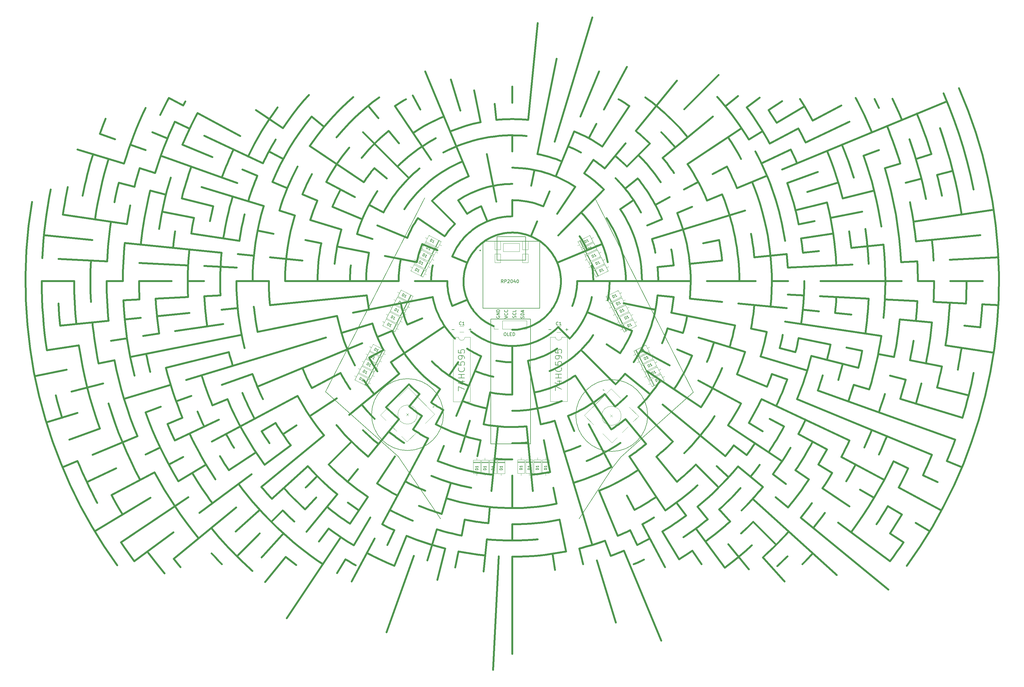
<source format=gbr>
G04 #@! TF.GenerationSoftware,KiCad,Pcbnew,(6.0.7)*
G04 #@! TF.CreationDate,2023-01-09T18:54:25-06:00*
G04 #@! TF.ProjectId,voxcertus-main,766f7863-6572-4747-9573-2d6d61696e2e,1.7*
G04 #@! TF.SameCoordinates,Original*
G04 #@! TF.FileFunction,Legend,Top*
G04 #@! TF.FilePolarity,Positive*
%FSLAX46Y46*%
G04 Gerber Fmt 4.6, Leading zero omitted, Abs format (unit mm)*
G04 Created by KiCad (PCBNEW (6.0.7)) date 2023-01-09 18:54:25*
%MOMM*%
%LPD*%
G01*
G04 APERTURE LIST*
%ADD10C,0.634999*%
%ADD11C,0.150000*%
%ADD12C,0.200000*%
%ADD13C,0.120000*%
%ADD14C,0.066040*%
%ADD15C,0.127000*%
%ADD16C,0.254000*%
G04 APERTURE END LIST*
D10*
X152331598Y-32899031D02*
X152829526Y-37954573D01*
X149880319Y-48650835D02*
X152853494Y-63598009D01*
X145916086Y-28721288D02*
X147898203Y-38686061D01*
X138638394Y-25313621D02*
X141587683Y-35036128D01*
X148088632Y-65043407D02*
X150032663Y-69736720D01*
X130592346Y-22803648D02*
X144200571Y-55656798D01*
X126677753Y-30267870D02*
X129072443Y-34748030D01*
X140875009Y-63166759D02*
X143697305Y-67390627D01*
X121118936Y-33599702D02*
X132408121Y-50495164D01*
X119136179Y-41387242D02*
X122358890Y-45314131D01*
X112690747Y-33533455D02*
X115913458Y-37460344D01*
X132664075Y-63365236D02*
X139848282Y-70549443D01*
X111111463Y-41812624D02*
X125479877Y-56181038D01*
X114612970Y-53060051D02*
X118539859Y-56282771D01*
X94978497Y-36946468D02*
X98905396Y-40169188D01*
X128241730Y-68753874D02*
X136689466Y-74398466D01*
X94450815Y-46175505D02*
X111346268Y-57464690D01*
X77555344Y-34886320D02*
X86003079Y-40530904D01*
X113007199Y-64562993D02*
X117487351Y-66957692D01*
X99566709Y-57378914D02*
X108527039Y-62168303D01*
X81646076Y-47800136D02*
X86126236Y-50194835D01*
X59245278Y-35826659D02*
X72685755Y-43010747D01*
X50284957Y-31037260D02*
X54765117Y-33431960D01*
X61371219Y-42898375D02*
X79740282Y-51586299D01*
X52186685Y-38554417D02*
X56778957Y-40726396D01*
X139035559Y-80733824D02*
X143728864Y-82677855D01*
X129648941Y-76845763D02*
X134342246Y-78789793D01*
X115569019Y-71013670D02*
X124955637Y-74901732D01*
X101489105Y-65181569D02*
X110875705Y-69069640D01*
X92102487Y-61293507D02*
X96795792Y-63237538D01*
X82715869Y-57405446D02*
X87409174Y-59349477D01*
X73329251Y-53517384D02*
X78022560Y-55461406D01*
X54556020Y-45741252D02*
X63942638Y-49629314D01*
X45169402Y-41853191D02*
X49862711Y-43797221D01*
X47798787Y-49147746D02*
X71714009Y-57704741D01*
X38232703Y-45724937D02*
X43015747Y-47436351D01*
X28666612Y-42302147D02*
X33449656Y-44013542D01*
X109196225Y-73763484D02*
X114057483Y-75238133D01*
X94612460Y-69339555D02*
X104334967Y-72288844D01*
X84889945Y-66390257D02*
X89751193Y-67864906D01*
X60583660Y-59017030D02*
X80028682Y-64915617D01*
X41138632Y-53118443D02*
X45999890Y-54593092D01*
X21693605Y-47219856D02*
X36277377Y-51643803D01*
X54325865Y-62588832D02*
X64181380Y-65057506D01*
X44470346Y-60120149D02*
X49398104Y-61354491D01*
X34614827Y-57651466D02*
X39542587Y-58885808D01*
X117949674Y-80581480D02*
X127914456Y-82563597D01*
X103002518Y-77608305D02*
X112967282Y-79590422D01*
X93037735Y-75626189D02*
X98020127Y-76617247D01*
X78090570Y-72653014D02*
X83072952Y-73644072D01*
X48196231Y-66706663D02*
X58161014Y-68688780D01*
X57308461Y-73602132D02*
X72383512Y-75838316D01*
X17108332Y-67639009D02*
X37208397Y-70620570D01*
X81975720Y-81041048D02*
X92086795Y-82036894D01*
X71864641Y-80045192D02*
X76920183Y-80543120D01*
X36475877Y-76559706D02*
X66809104Y-79547264D01*
X11198185Y-74070067D02*
X26364797Y-75563850D01*
X61405057Y-83773943D02*
X71552822Y-84272465D01*
X41109537Y-82776878D02*
X56331177Y-83524672D01*
X15740132Y-81530562D02*
X30961775Y-82278355D01*
X127328794Y-88509956D02*
X137488794Y-88509956D01*
X86688791Y-88509956D02*
X122248789Y-88509956D01*
X71448795Y-88509956D02*
X81608795Y-88509956D01*
X56208798Y-88509956D02*
X61288794Y-88509956D01*
X40968797Y-88509956D02*
X51128798Y-88509956D01*
X30808797Y-88509956D02*
X35888797Y-88509956D01*
X10488799Y-88509956D02*
X20648799Y-88509956D01*
X61405057Y-93245961D02*
X66478937Y-92996700D01*
X46183417Y-93993745D02*
X56331177Y-93495222D01*
X36035657Y-94492287D02*
X41109537Y-94243025D01*
X81975720Y-95978865D02*
X112308945Y-92991298D01*
X66809104Y-97472639D02*
X71864641Y-96974721D01*
X46586954Y-99464333D02*
X56698029Y-98468495D01*
X36475877Y-100460207D02*
X41531412Y-99962270D01*
X16253723Y-102451918D02*
X31420337Y-100958125D01*
X52283443Y-104163167D02*
X67358498Y-101926973D01*
X42233415Y-105653938D02*
X47258434Y-104908534D01*
X32183381Y-107144728D02*
X37208397Y-106399324D01*
X12083315Y-110126289D02*
X22133348Y-108635500D01*
X107984900Y-98420540D02*
X132896848Y-93465248D01*
X78090570Y-104366890D02*
X103002518Y-99411598D01*
X38231458Y-112295357D02*
X73108179Y-105357948D01*
X28266677Y-114277492D02*
X33249069Y-113286415D01*
X8337122Y-118241725D02*
X18301900Y-116259590D01*
X49398104Y-115665431D02*
X69109137Y-110728047D01*
X19831553Y-123071443D02*
X29687068Y-120602779D01*
X104334967Y-104731050D02*
X114057483Y-101781752D01*
X55722402Y-119477522D02*
X99473709Y-106205708D01*
X36277377Y-125376118D02*
X50861144Y-120952180D01*
X11971091Y-132749336D02*
X21693605Y-129800038D01*
X66930960Y-121026558D02*
X76497049Y-117603749D01*
X52581832Y-126160744D02*
X57364876Y-124449367D01*
X43015747Y-129583571D02*
X47798787Y-127872157D01*
X19100526Y-138140565D02*
X28666612Y-134717775D01*
X139035559Y-96286079D02*
X143728864Y-94342049D01*
X124955637Y-102118172D02*
X129648941Y-100174141D01*
X115569019Y-106006233D02*
X120262323Y-104062202D01*
X78022560Y-121558498D02*
X110875705Y-107950282D01*
X63942638Y-127390572D02*
X68635942Y-125446559D01*
X49862711Y-133222682D02*
X54556020Y-131278651D01*
X26396173Y-142942854D02*
X40476097Y-137110744D01*
X17009557Y-146830898D02*
X21702866Y-144886885D01*
X52186685Y-138465486D02*
X65963481Y-131949550D01*
X43002156Y-142809444D02*
X47594423Y-140637465D01*
X24633096Y-151497359D02*
X33817625Y-147153401D01*
X113007199Y-112456892D02*
X117487351Y-110062202D01*
X95086557Y-122035689D02*
X104046869Y-117246291D01*
X63725434Y-138798555D02*
X90606397Y-124430379D01*
X50284957Y-145982643D02*
X54765117Y-143587935D01*
X32364319Y-155561421D02*
X45804796Y-148377333D01*
X79378095Y-135519502D02*
X83735355Y-132907851D01*
X53234525Y-151189357D02*
X61949045Y-145966072D01*
X27090957Y-166859193D02*
X44520000Y-156412642D01*
X119794003Y-113910622D02*
X136689466Y-102621437D01*
X94450815Y-130844398D02*
X102898541Y-125199806D01*
X86003079Y-136488991D02*
X90226938Y-133666695D01*
X69107617Y-147778175D02*
X77555344Y-142133601D01*
X35316693Y-170356563D02*
X56436019Y-156245082D01*
X80283203Y-146006850D02*
X88443793Y-139954536D01*
X59881734Y-161137605D02*
X76202908Y-149032997D01*
X39480264Y-176268361D02*
X51721144Y-167189918D01*
X106759183Y-130405275D02*
X122466757Y-117514412D01*
X79270932Y-152964308D02*
X98905396Y-136850716D01*
X51782681Y-175523341D02*
X71417145Y-159409749D01*
X82528159Y-156740346D02*
X93820255Y-146505794D01*
X71236067Y-166974879D02*
X78764128Y-160151857D01*
X118295661Y-128023073D02*
X125479877Y-120838875D01*
X100335147Y-145983595D02*
X107519364Y-138799379D01*
X93150949Y-153167793D02*
X96743057Y-149575703D01*
X82374643Y-163944099D02*
X85966742Y-160351991D01*
X71598337Y-174720406D02*
X78782544Y-167536208D01*
X92989917Y-160026558D02*
X96401447Y-156262514D01*
X79343845Y-175082680D02*
X86166886Y-167554628D01*
X125581610Y-127778883D02*
X128804331Y-123851985D01*
X112690747Y-143486458D02*
X122358890Y-131705782D01*
X106245307Y-151340236D02*
X109468027Y-147413356D01*
X93354434Y-167047810D02*
X103022595Y-155267134D01*
X80463567Y-182755385D02*
X86909003Y-174901588D01*
X97285745Y-170115834D02*
X100311893Y-166035548D01*
X138052713Y-118077003D02*
X140875009Y-113853145D01*
X132408121Y-126524739D02*
X135230426Y-122300880D01*
X126763529Y-134972456D02*
X129585825Y-130748616D01*
X115474344Y-151867946D02*
X121118936Y-143420210D01*
X107007446Y-164539540D02*
X112652048Y-156091786D01*
X87251373Y-194106587D02*
X104185159Y-168763399D01*
X108187598Y-171297926D02*
X113410883Y-162583388D01*
X102964313Y-180012447D02*
X105575955Y-175655177D01*
X133861832Y-133311562D02*
X136256531Y-128831392D01*
X117098975Y-164672658D02*
X131467142Y-137791713D01*
X107520188Y-182593318D02*
X114704276Y-169152827D01*
X118713159Y-171170741D02*
X120885138Y-166578456D01*
X140312509Y-130749715D02*
X148088632Y-111976479D01*
X134480408Y-144829646D02*
X136424439Y-140136342D01*
X120872193Y-177682796D02*
X124760245Y-168296187D01*
X118446585Y-198519960D02*
X127003580Y-174604738D01*
X141587683Y-141983784D02*
X144536972Y-132261269D01*
X135689096Y-161428816D02*
X138638394Y-151706282D01*
X131265158Y-176012563D02*
X134214456Y-166290065D01*
X134356345Y-182137367D02*
X136825028Y-172281844D01*
X148889261Y-133351460D02*
X150871378Y-123386678D01*
X146907144Y-143316243D02*
X147898203Y-138333852D01*
X141951853Y-168228181D02*
X142942911Y-163245790D01*
X139969736Y-178192964D02*
X140960785Y-173210573D01*
X151335733Y-154231947D02*
X153327445Y-134009798D01*
X150339887Y-164343031D02*
X150837815Y-159287489D01*
X148846103Y-179509639D02*
X149841959Y-169398555D01*
X151826465Y-210283095D02*
X153571304Y-174765926D01*
X157808795Y-124069954D02*
X157808795Y-108829958D01*
X157808795Y-159629951D02*
X157808795Y-149469942D01*
X157808795Y-169789943D02*
X157808795Y-164709956D01*
X157808795Y-205349940D02*
X157808795Y-174869948D01*
X164281848Y-154231947D02*
X162290137Y-134009798D01*
X171225812Y-178960249D02*
X170480445Y-173935231D01*
X166728320Y-133351460D02*
X162764087Y-113421895D01*
X169701496Y-148298616D02*
X167719379Y-138333852D01*
X171683631Y-158263399D02*
X170692554Y-153281007D01*
X174656787Y-173210573D02*
X172674671Y-163245790D01*
X180026886Y-177209615D02*
X178792572Y-172281844D01*
X182877783Y-171151314D02*
X171080591Y-132261269D01*
X190251019Y-195457613D02*
X184352423Y-176012563D01*
X188614002Y-174604738D02*
X186902588Y-169821693D01*
X177249121Y-135443037D02*
X175305072Y-130749715D01*
X190857337Y-168296187D02*
X185025226Y-154216273D01*
X204465552Y-201149336D02*
X192801367Y-172989491D01*
X196904431Y-171170741D02*
X194732453Y-166578456D01*
X188939838Y-146752034D02*
X181755731Y-133311562D01*
X196123908Y-160192506D02*
X193729218Y-155712355D01*
X205702704Y-178113148D02*
X198518616Y-164672658D01*
X210041626Y-175655177D02*
X204818341Y-166940639D01*
X188854053Y-134972456D02*
X177564868Y-118077003D01*
X205787830Y-160315663D02*
X194498645Y-143420210D01*
X217077014Y-177211116D02*
X214254718Y-172987257D01*
X212279541Y-161955244D02*
X209253375Y-157874959D01*
X224384149Y-178276424D02*
X215305689Y-166035548D01*
X190035962Y-127778883D02*
X186813251Y-123851985D01*
X199704114Y-139559560D02*
X193258673Y-131705782D01*
X209372266Y-151340236D02*
X202926843Y-143486458D01*
X219040418Y-163120912D02*
X215817706Y-159194032D01*
X231931299Y-178828487D02*
X225485858Y-170974709D01*
X226039185Y-163790584D02*
X222627655Y-160026558D01*
X243096778Y-182610731D02*
X236273718Y-175082680D01*
X175769299Y-106470460D02*
X172177191Y-102878352D01*
X190137714Y-120838875D02*
X179361408Y-110062569D01*
X208098218Y-138799379D02*
X197321912Y-128023073D01*
X222466632Y-153167793D02*
X215282434Y-145983595D01*
X240427136Y-171128297D02*
X233242938Y-163944099D01*
X225561353Y-149917305D02*
X221797327Y-146505794D01*
X259437641Y-180620979D02*
X233089423Y-156740346D01*
X201004621Y-123959834D02*
X193150824Y-117514412D01*
X224565973Y-143296156D02*
X204931519Y-127182564D01*
X236346649Y-152964308D02*
X228492871Y-146518867D01*
X244200427Y-159409749D02*
X240273548Y-156187019D01*
X275615595Y-185191493D02*
X248127326Y-162632460D01*
X231254083Y-142980702D02*
X227173798Y-139954536D01*
X243494977Y-152059145D02*
X239414673Y-149032997D01*
X276137317Y-176268361D02*
X259816138Y-164163753D01*
X191599719Y-111088325D02*
X187375842Y-108266029D01*
X216942908Y-128022121D02*
X200047455Y-116732918D01*
X242286096Y-144955879D02*
X225390625Y-133666695D01*
X250733832Y-150600471D02*
X246509955Y-147778175D01*
X263405426Y-159067360D02*
X254957709Y-153422768D01*
X280300879Y-170356563D02*
X276077039Y-167534248D01*
X236239478Y-135519502D02*
X231882227Y-132907851D01*
X258025788Y-148577724D02*
X253668537Y-145966072D01*
X271097595Y-156412642D02*
X266740308Y-153801009D01*
X279812097Y-161635927D02*
X275454846Y-159024293D01*
X288526618Y-166859193D02*
X284169367Y-164247578D01*
X207090552Y-114851601D02*
X198130231Y-110062202D01*
X229491345Y-126825069D02*
X216050873Y-119640999D01*
X242931836Y-134009175D02*
X238451666Y-131614467D01*
X256372309Y-141193245D02*
X247411987Y-136403865D01*
X274292951Y-150772023D02*
X260852460Y-143587935D01*
X292213593Y-160350819D02*
X278773102Y-153166713D01*
X263430878Y-138465486D02*
X235877295Y-125433614D01*
X281799964Y-147153401D02*
X277207697Y-144981422D01*
X290984497Y-151497359D02*
X286392212Y-149325380D01*
X195355249Y-104062202D02*
X181275318Y-98230110D01*
X214128485Y-111838325D02*
X209435181Y-109894313D01*
X237595026Y-121558498D02*
X228208399Y-117670418D01*
X289221411Y-142942854D02*
X246981635Y-125446559D01*
X298608020Y-146830898D02*
X293914716Y-144886885D01*
X243903577Y-119315163D02*
X239120532Y-117603749D01*
X296517066Y-138140565D02*
X253469666Y-122737953D01*
X211282623Y-104731050D02*
X206421356Y-103256410D01*
X230727655Y-110629646D02*
X216143872Y-106205708D01*
X250172669Y-116528224D02*
X235588904Y-112104286D01*
X269617700Y-122426820D02*
X264756452Y-120952180D01*
X298785230Y-131274678D02*
X279340198Y-125376118D01*
X246508454Y-110728047D02*
X241580683Y-109493733D01*
X266219483Y-115665431D02*
X251436206Y-111962398D01*
X281002759Y-119368428D02*
X276074988Y-118134096D01*
X300713788Y-124305794D02*
X290858283Y-121837111D01*
X202650299Y-97429481D02*
X192685517Y-95447365D01*
X227562238Y-102384792D02*
X207632691Y-98420540D01*
X237527020Y-104366890D02*
X232544629Y-103375832D01*
X257456586Y-108331123D02*
X247491803Y-106349025D01*
X267421332Y-110313258D02*
X262438977Y-109322182D01*
X277386115Y-112295357D02*
X272403723Y-111304298D01*
X292333289Y-115268532D02*
X282368506Y-113286415D01*
X273384180Y-105653938D02*
X243234070Y-101181606D01*
X308559290Y-110871675D02*
X293484235Y-108635500D01*
X208364179Y-93489217D02*
X203308637Y-92991298D01*
X223530786Y-94983009D02*
X213419721Y-93987154D01*
X243752936Y-96974721D02*
X228586328Y-95480928D01*
X253864002Y-97970558D02*
X248808478Y-97472639D01*
X263975104Y-98966432D02*
X258919544Y-98468495D01*
X289252777Y-101456062D02*
X279141712Y-100460207D01*
X304419385Y-102949837D02*
X299363861Y-102451918D01*
X249138635Y-92996700D02*
X244064765Y-92747438D01*
X269434155Y-93993745D02*
X254212506Y-93245961D01*
X284655805Y-94741548D02*
X274508045Y-94243025D01*
X299877454Y-95489333D02*
X289729694Y-94990810D01*
X310025214Y-95987874D02*
X304951325Y-95738594D01*
X213688794Y-88509956D02*
X178128797Y-88509956D01*
X234008795Y-88509956D02*
X218768781Y-88509956D01*
X244168787Y-88509956D02*
X239088782Y-88509956D01*
X279728784Y-88509956D02*
X254328778Y-88509956D01*
X289888776Y-88509956D02*
X284808789Y-88509956D01*
X305128790Y-88509956D02*
X294968781Y-88509956D01*
X264360285Y-83275420D02*
X244064765Y-84272465D01*
X284655805Y-82278355D02*
X279581934Y-82527626D01*
X310025214Y-81032039D02*
X294803565Y-81779832D01*
X208364179Y-83530687D02*
X203308637Y-84028606D01*
X223530786Y-82036894D02*
X213419721Y-83032759D01*
X243752936Y-80045192D02*
X233641870Y-81041048D01*
X253864002Y-79049336D02*
X248808478Y-79547264D01*
X274086170Y-77057625D02*
X263975104Y-78053490D01*
X304419385Y-74070067D02*
X284197254Y-76061778D01*
X258309125Y-73602132D02*
X248259088Y-75092921D01*
X308559290Y-66148228D02*
X283434198Y-69875175D01*
X222579846Y-75626189D02*
X217597455Y-76617247D01*
X252474195Y-69679829D02*
X247491803Y-70670897D01*
X267421332Y-66706663D02*
X257456586Y-68688780D01*
X256363959Y-63823164D02*
X246508454Y-66291838D01*
X271147235Y-60120149D02*
X261291712Y-62588832D01*
X285930512Y-56417134D02*
X281002759Y-57651466D01*
X295786017Y-53948451D02*
X290858283Y-55182793D01*
X230727655Y-66390257D02*
X201560108Y-75238133D01*
X259895184Y-57542390D02*
X250172669Y-60491670D01*
X279340198Y-51643803D02*
X274478949Y-53118443D01*
X289062732Y-48694505D02*
X284201465Y-50169154D01*
X253469666Y-54281950D02*
X243903577Y-57704741D01*
X272601843Y-47436351D02*
X267818799Y-49147746D01*
X185968640Y-76845763D02*
X171888709Y-82677855D01*
X204741876Y-69069640D02*
X200048554Y-71013670D01*
X214128485Y-65181569D02*
X209435181Y-67125600D01*
X223515112Y-61293507D02*
X218821790Y-63237538D01*
X237595026Y-55461406D02*
X228208399Y-59349477D01*
X293914716Y-32133028D02*
X242288330Y-53517384D01*
X245061829Y-47242342D02*
X235877295Y-51586299D01*
X263430878Y-38554417D02*
X249654096Y-45070354D01*
X207090552Y-62168303D02*
X202610401Y-64562993D01*
X216050873Y-57378914D02*
X211570703Y-59773604D01*
X225011194Y-52589525D02*
X220531024Y-54984215D01*
X247411987Y-40616048D02*
X238451666Y-45405437D01*
X260852460Y-33431960D02*
X251892157Y-38221349D01*
X236239478Y-41500401D02*
X231882227Y-44112044D01*
X249311286Y-33665474D02*
X240596765Y-38888759D01*
X195823578Y-63109282D02*
X191599719Y-65931587D01*
X229614502Y-40530904D02*
X212719049Y-51820097D01*
X242286096Y-32064024D02*
X238062238Y-34886320D01*
X235334387Y-31013054D02*
X231254083Y-34039210D01*
X197077722Y-56282771D02*
X193150824Y-59505492D01*
X220639075Y-36946468D02*
X204931519Y-49837340D01*
X228492871Y-30501036D02*
X224565973Y-33723756D01*
X186545606Y-59773128D02*
X172177191Y-74141551D01*
X200914020Y-45404723D02*
X193729822Y-52588930D01*
X222466632Y-23852110D02*
X211690326Y-34628416D01*
X193258673Y-45314131D02*
X186813251Y-53167918D01*
X209372266Y-25679658D02*
X196481403Y-41387242D01*
X177564868Y-58942891D02*
X171920276Y-67390627D01*
X183209461Y-50495164D02*
X180387164Y-54719032D01*
X194498645Y-33599702D02*
X186031757Y-46271306D01*
X184150440Y-39228200D02*
X181755731Y-43708360D01*
X193729218Y-21307558D02*
X186545130Y-34748030D01*
X165584918Y-69736720D02*
X163640888Y-74430025D01*
X169472980Y-60350102D02*
X167528949Y-65043407D01*
X177249121Y-41576866D02*
X171417011Y-55656798D01*
X185025226Y-22803648D02*
X179193152Y-36883571D01*
X182877783Y-5868590D02*
X171080591Y-44758644D01*
X164746204Y-53633226D02*
X163755145Y-58615617D01*
X171683631Y-18756514D02*
X165737262Y-48650835D01*
X165775623Y-7621344D02*
X162788056Y-37954573D01*
X157808795Y-63109950D02*
X157808795Y-68189955D01*
X157808795Y-42789958D02*
X157808795Y-47869954D01*
X157808795Y-27549953D02*
X157808795Y-32629958D01*
X6383731Y-71199880D02*
X7429943Y-63646802D01*
X5710704Y-78867262D02*
X6383731Y-71199880D01*
X5420271Y-86639653D02*
X5710704Y-78867262D01*
X5420271Y-86639653D02*
X5420271Y-86639653D01*
X5519859Y-94416830D02*
X5420271Y-86639653D01*
X6004503Y-102098419D02*
X5519859Y-94416830D01*
X6865024Y-109674898D02*
X6004503Y-102098419D01*
X8092243Y-117136744D02*
X6865024Y-109674898D01*
X9676982Y-124474433D02*
X8092243Y-117136744D01*
X11610062Y-131678443D02*
X9676982Y-124474433D01*
X13882305Y-138739251D02*
X11610062Y-131678443D01*
X16484531Y-145647334D02*
X13882305Y-138739251D01*
X19407563Y-152393169D02*
X16484531Y-145647334D01*
X22642221Y-158967232D02*
X19407563Y-152393169D01*
X26179327Y-165360002D02*
X22642221Y-158967232D01*
X30009701Y-171561954D02*
X26179327Y-165360002D01*
X34124167Y-177563567D02*
X30009701Y-171561954D01*
X285508735Y-171726340D02*
X281378651Y-177732870D01*
X289355267Y-165514833D02*
X285508735Y-171726340D01*
X292908611Y-159107409D02*
X289355267Y-165514833D01*
X296159133Y-152513130D02*
X292908611Y-159107409D01*
X299097197Y-145741056D02*
X296159133Y-152513130D01*
X301713168Y-138800249D02*
X299097197Y-145741056D01*
X303997413Y-131699769D02*
X301713168Y-138800249D01*
X305940295Y-124448679D02*
X303997413Y-131699769D01*
X307532181Y-117056039D02*
X305940295Y-124448679D01*
X308763434Y-109530910D02*
X307532181Y-117056039D01*
X309624421Y-101882353D02*
X308763434Y-109530910D01*
X310105506Y-94119429D02*
X309624421Y-101882353D01*
X310105506Y-94119429D02*
X310105506Y-94119429D01*
X310196806Y-86342151D02*
X310105506Y-94119429D01*
X309900821Y-78650981D02*
X310196806Y-86342151D01*
X309226492Y-71055666D02*
X309900821Y-78650981D01*
X308182762Y-63565951D02*
X309226492Y-71055666D01*
X306778572Y-56191580D02*
X308182762Y-63565951D01*
X305022866Y-48942300D02*
X306778572Y-56191580D01*
X302924584Y-41827856D02*
X305022866Y-48942300D01*
X300492670Y-34857993D02*
X302924584Y-41827856D01*
X297736066Y-28042457D02*
X300492670Y-34857993D01*
X12814783Y-62434706D02*
X13319459Y-59769493D01*
X12359373Y-65108087D02*
X12814783Y-62434706D01*
X11953314Y-67788947D02*
X12359373Y-65108087D01*
X11596692Y-70476597D02*
X11953314Y-67788947D01*
X11289590Y-73170346D02*
X11596692Y-70476597D01*
X11032093Y-75869506D02*
X11289590Y-73170346D01*
X10824285Y-78573387D02*
X11032093Y-75869506D01*
X10666252Y-81281300D02*
X10824285Y-78573387D01*
X10513772Y-91222483D02*
X10488799Y-88509984D01*
X10588657Y-93933359D02*
X10513772Y-91222483D01*
X10713405Y-96641928D02*
X10588657Y-93933359D01*
X10887964Y-99347508D02*
X10713405Y-96641928D01*
X11112285Y-102049416D02*
X10887964Y-99347508D01*
X11386318Y-104746971D02*
X11112285Y-102049416D01*
X11710011Y-107439490D02*
X11386318Y-104746971D01*
X12083315Y-110126289D02*
X11710011Y-107439490D01*
X15353866Y-126056918D02*
X14903829Y-124305922D01*
X15825321Y-127802131D02*
X15353866Y-126056918D01*
X16318160Y-129541428D02*
X15825321Y-127802131D01*
X16832347Y-131274678D02*
X16318160Y-129541428D01*
X22405059Y-146553151D02*
X21702881Y-144886940D01*
X23127544Y-148210418D02*
X22405059Y-146553151D01*
X23870251Y-149858561D02*
X23127544Y-148210418D01*
X24633096Y-151497400D02*
X23870251Y-149858561D01*
X25415994Y-153126755D02*
X24633096Y-151497400D01*
X26218860Y-154746445D02*
X25415994Y-153126755D01*
X27041610Y-156356291D02*
X26218860Y-154746445D01*
X27884158Y-157956111D02*
X27041610Y-156356291D01*
X36330274Y-171853556D02*
X35316643Y-170356526D01*
X37362167Y-173337987D02*
X36330274Y-171853556D01*
X38412203Y-174809645D02*
X37362167Y-173337987D01*
X39480264Y-176268361D02*
X38412203Y-174809645D01*
X277205562Y-174809383D02*
X276137628Y-176267958D01*
X278255522Y-173337804D02*
X277205562Y-174809383D01*
X279287349Y-171853452D02*
X278255522Y-173337804D01*
X280300879Y-170356563D02*
X279287349Y-171853452D01*
X294596417Y-143212227D02*
X293914826Y-144886720D01*
X295257350Y-141529614D02*
X294596417Y-143212227D01*
X295897581Y-139839016D02*
X295257350Y-141529614D01*
X296517066Y-138140565D02*
X295897581Y-139839016D01*
X299299456Y-129541246D02*
X298785211Y-131274696D01*
X299792331Y-127801816D02*
X299299456Y-129541246D01*
X300263788Y-126056602D02*
X299792331Y-127801816D01*
X300713777Y-124305801D02*
X300263788Y-126056602D01*
X301142248Y-122549608D02*
X300713777Y-124305801D01*
X301549154Y-120788221D02*
X301142248Y-122549608D01*
X301934445Y-119021836D02*
X301549154Y-120788221D01*
X302298071Y-117250648D02*
X301934445Y-119021836D01*
X304585573Y-101149561D02*
X304419403Y-102949818D01*
X304729625Y-99347468D02*
X304585573Y-101149561D01*
X304851547Y-97543744D02*
X304729625Y-99347468D01*
X304951325Y-95738594D02*
X304851547Y-97543744D01*
X301347625Y-55346947D02*
X302298071Y-59769218D01*
X300262675Y-50959025D02*
X301347625Y-55346947D01*
X299044224Y-46608481D02*
X300262675Y-50959025D01*
X297693273Y-42298349D02*
X299044224Y-46608481D01*
X296210824Y-38031657D02*
X297693273Y-42298349D01*
X294597877Y-33811437D02*
X296210824Y-38031657D01*
X292855434Y-29640720D02*
X294597877Y-33811437D01*
X18301897Y-60760296D02*
X18652898Y-59050585D01*
X17971901Y-62474186D02*
X18301897Y-60760296D01*
X17662950Y-64192062D02*
X17971901Y-62474186D01*
X17375081Y-65913734D02*
X17662950Y-64192062D01*
X17108332Y-67639009D02*
X17375081Y-65913734D01*
X15836483Y-97232224D02*
X15740135Y-95489314D01*
X15954207Y-98973761D02*
X15836483Y-97232224D01*
X16093292Y-100713725D02*
X15954207Y-98973761D01*
X16253723Y-102451918D02*
X16093292Y-100713725D01*
X33196599Y-157095804D02*
X32364312Y-155561421D01*
X34047621Y-158619802D02*
X33196599Y-157095804D01*
X34917281Y-160133237D02*
X34047621Y-158619802D01*
X35805480Y-161635927D02*
X34917281Y-160133237D01*
X46215699Y-176709692D02*
X43560568Y-173242213D01*
X48974049Y-180091667D02*
X46215699Y-176709692D01*
X277037855Y-166076980D02*
X276076984Y-167534285D01*
X277980734Y-164608040D02*
X277037855Y-166076980D01*
X278905516Y-163127633D02*
X277980734Y-164608040D01*
X279812097Y-161635927D02*
X278905516Y-163127633D01*
X287128920Y-147742733D02*
X286392285Y-149325252D01*
X287846021Y-146151411D02*
X287128920Y-147742733D01*
X288543536Y-144551411D02*
X287846021Y-146151411D01*
X289221411Y-142942854D02*
X288543536Y-144551411D01*
X297645746Y-114545347D02*
X297315717Y-116259425D01*
X297954693Y-112827475D02*
X297645746Y-114545347D01*
X298242536Y-111105943D02*
X297954693Y-112827475D01*
X298509253Y-109380885D02*
X298242536Y-111105943D01*
X299952404Y-93745550D02*
X299877454Y-95489516D01*
X300005946Y-92000842D02*
X299952404Y-93745550D01*
X300038075Y-90255580D02*
X300005946Y-92000842D01*
X300048786Y-88509956D02*
X300038075Y-90255580D01*
X297954340Y-64190507D02*
X298509235Y-67639000D01*
X297315249Y-60758233D02*
X297954340Y-64190507D01*
X296592346Y-57343705D02*
X297315249Y-60758233D01*
X295786012Y-53948452D02*
X296592346Y-57343705D01*
X294896631Y-50574002D02*
X295786012Y-53948452D01*
X293924583Y-47221881D02*
X294896631Y-50574002D01*
X292870253Y-43893619D02*
X293924583Y-47221881D01*
X291734021Y-40590742D02*
X292870253Y-43893619D01*
X29539281Y-39932209D02*
X30455207Y-37579326D01*
X28666612Y-42302147D02*
X29539281Y-39932209D01*
X26076046Y-50308502D02*
X26554822Y-48694597D01*
X25617168Y-51927964D02*
X26076046Y-50308502D01*
X25178233Y-53552804D02*
X25617168Y-51927964D01*
X24759287Y-55182842D02*
X25178233Y-53552804D01*
X24360375Y-56817897D02*
X24759287Y-55182842D01*
X23981541Y-58457788D02*
X24360375Y-56817897D01*
X23622831Y-60102337D02*
X23981541Y-58457788D01*
X23284289Y-61751363D02*
X23622831Y-60102337D01*
X20659129Y-90193329D02*
X20648799Y-88509938D01*
X20690115Y-91876272D02*
X20659129Y-90193329D01*
X20741746Y-93558579D02*
X20690115Y-91876272D01*
X20814013Y-95240062D02*
X20741746Y-93558579D01*
X20906908Y-96920532D02*
X20814013Y-95240062D01*
X21020420Y-98599801D02*
X20906908Y-96920532D01*
X21154540Y-100277680D02*
X21020420Y-98599801D01*
X21309260Y-101953981D02*
X21154540Y-100277680D01*
X22668441Y-111960891D02*
X22133368Y-108635554D01*
X23284703Y-115270581D02*
X22668441Y-111960891D01*
X23981785Y-118563155D02*
X23284703Y-115270581D01*
X24759319Y-121837141D02*
X23981785Y-118563155D01*
X25616938Y-125091067D02*
X24759319Y-121837141D01*
X26554271Y-128323462D02*
X25616938Y-125091067D01*
X27570952Y-131532855D02*
X26554271Y-128323462D01*
X28666612Y-134717775D02*
X27570952Y-131532855D01*
X52858467Y-176817914D02*
X51782672Y-175523341D01*
X53950026Y-178099145D02*
X52858467Y-176817914D01*
X272779692Y-163306716D02*
X271853143Y-164711989D01*
X273688897Y-161890237D02*
X272779692Y-163306716D01*
X274580651Y-160462711D02*
X273688897Y-161890237D01*
X275454846Y-159024293D02*
X274580651Y-160462711D01*
X279557517Y-151677295D02*
X278773175Y-153166603D01*
X280323470Y-150178583D02*
X279557517Y-151677295D01*
X281070973Y-148670580D02*
X280323470Y-150178583D01*
X281799964Y-147153401D02*
X281070973Y-148670580D01*
X291257260Y-120201668D02*
X290858301Y-121836928D01*
X291636101Y-118561766D02*
X291257260Y-120201668D01*
X291994789Y-116917346D02*
X291636101Y-118561766D01*
X292333289Y-115268532D02*
X291994789Y-116917346D01*
X293721092Y-106968607D02*
X293484308Y-108635298D01*
X293937377Y-105299341D02*
X293721092Y-106968607D01*
X294133144Y-103627686D02*
X293937377Y-105299341D01*
X294308374Y-101953828D02*
X294133144Y-103627686D01*
X294463050Y-100277951D02*
X294308374Y-101953828D01*
X294597153Y-98600243D02*
X294463050Y-100277951D01*
X294710664Y-96920887D02*
X294597153Y-98600243D01*
X294803565Y-95240071D02*
X294710664Y-96920887D01*
X291994752Y-60102396D02*
X292333252Y-61751225D01*
X291636067Y-58457962D02*
X291994752Y-60102396D01*
X291257231Y-56818052D02*
X291636067Y-58457962D01*
X290858283Y-55182793D02*
X291257231Y-56818052D01*
X288564163Y-47086541D02*
X289062714Y-48694450D01*
X288045979Y-45485066D02*
X288564163Y-47086541D01*
X287508225Y-43890201D02*
X288045979Y-45485066D01*
X286950963Y-42302118D02*
X287508225Y-43890201D01*
X286374257Y-40720993D02*
X286950963Y-42302118D01*
X285778171Y-39146999D02*
X286374257Y-40720993D01*
X285162766Y-37580309D02*
X285778171Y-39146999D01*
X284528107Y-36021098D02*
X285162766Y-37580309D01*
X30731600Y-52502856D02*
X31416105Y-50169209D01*
X30090334Y-54848122D02*
X30731600Y-52502856D01*
X29492442Y-57204402D02*
X30090334Y-54848122D01*
X28938061Y-59571088D02*
X29492442Y-57204402D01*
X28427327Y-61947576D02*
X28938061Y-59571088D01*
X27960376Y-64333259D02*
X28427327Y-61947576D01*
X27537343Y-66727533D02*
X27960376Y-64333259D01*
X27158365Y-69129790D02*
X27537343Y-66727533D01*
X25818295Y-83648627D02*
X25887897Y-82029094D01*
X25768578Y-85268731D02*
X25818295Y-83648627D01*
X25738748Y-86889216D02*
X25768578Y-85268731D01*
X25728804Y-88509897D02*
X25738748Y-86889216D01*
X25738747Y-90130584D02*
X25728804Y-88509897D01*
X25768576Y-91751091D02*
X25738747Y-90130584D01*
X25818292Y-93371228D02*
X25768576Y-91751091D01*
X25887895Y-94990810D02*
X25818292Y-93371228D01*
X26533594Y-103068373D02*
X26364807Y-101456154D01*
X26722137Y-104678236D02*
X26533594Y-103068373D01*
X26930406Y-106285557D02*
X26722137Y-104678236D01*
X27158375Y-107890148D02*
X26930406Y-106285557D01*
X27406014Y-109491824D02*
X27158375Y-107890148D01*
X27673296Y-111090397D02*
X27406014Y-109491824D01*
X27960193Y-112685682D02*
X27673296Y-111090397D01*
X28266677Y-114277492D02*
X27960193Y-112685682D01*
X32395679Y-129942705D02*
X31416144Y-126850795D01*
X33450340Y-133008240D02*
X32395679Y-129942705D01*
X34579567Y-136046052D02*
X33450340Y-133008240D01*
X35782801Y-139054790D02*
X34579567Y-136046052D01*
X37059484Y-142033106D02*
X35782801Y-139054790D01*
X38409057Y-144979650D02*
X37059484Y-142033106D01*
X39830960Y-147893072D02*
X38409057Y-144979650D01*
X41324635Y-150772023D02*
X39830960Y-147893072D01*
X265796357Y-164561316D02*
X263896424Y-167189937D01*
X267630362Y-161888055D02*
X265796357Y-164561316D01*
X269397685Y-159171411D02*
X267630362Y-161888055D01*
X271097572Y-156412640D02*
X269397685Y-159171411D01*
X272729271Y-153612998D02*
X271097572Y-156412640D01*
X274292027Y-150773744D02*
X272729271Y-153612998D01*
X275785087Y-147896133D02*
X274292027Y-150773744D01*
X277207697Y-144981422D02*
X275785087Y-147896133D01*
X284662453Y-125296795D02*
X284201465Y-126850740D01*
X285104324Y-123737368D02*
X284662453Y-125296795D01*
X285527026Y-122172637D02*
X285104324Y-123737368D01*
X285930512Y-120602779D02*
X285527026Y-122172637D01*
X287657400Y-112685462D02*
X287350916Y-114277254D01*
X287944295Y-111090192D02*
X287657400Y-112685462D01*
X288211575Y-109491632D02*
X287944295Y-111090192D01*
X288459212Y-107889970D02*
X288211575Y-109491632D01*
X288687178Y-106285393D02*
X288459212Y-107889970D01*
X288895446Y-104678091D02*
X288687178Y-106285393D01*
X289083988Y-103068251D02*
X288895446Y-104678091D01*
X289252777Y-101456062D02*
X289083988Y-103068251D01*
X289799284Y-93371376D02*
X289729694Y-94990773D01*
X289848998Y-91751312D02*
X289799284Y-93371376D01*
X289878831Y-90130775D02*
X289848998Y-91751312D01*
X289888776Y-88509956D02*
X289878831Y-90130775D01*
X289640226Y-80410681D02*
X289729694Y-82029094D01*
X289530910Y-78793544D02*
X289640226Y-80410681D01*
X289401757Y-77177870D02*
X289530910Y-78793544D01*
X289252777Y-75563850D02*
X289401757Y-77177870D01*
X286854485Y-60361577D02*
X287350879Y-62742348D01*
X286314481Y-57990950D02*
X286854485Y-60361577D01*
X285731033Y-55631062D02*
X286314481Y-57990950D01*
X285104305Y-53282508D02*
X285731033Y-55631062D01*
X284434464Y-50945884D02*
X285104305Y-53282508D01*
X283721675Y-48621784D02*
X284434464Y-50945884D01*
X282966103Y-46310805D02*
X283721675Y-48621784D01*
X282167914Y-44013542D02*
X282966103Y-46310805D01*
X278883427Y-35726906D02*
X279834747Y-37965083D01*
X277891312Y-33507175D02*
X278883427Y-35726906D01*
X276858683Y-31306447D02*
X277891312Y-33507175D01*
X42021831Y-36333545D02*
X43002133Y-34210515D01*
X41081014Y-38473728D02*
X42021831Y-36333545D01*
X40179899Y-40630507D02*
X41081014Y-38473728D01*
X39318701Y-42803323D02*
X40179899Y-40630507D01*
X38497634Y-44991618D02*
X39318701Y-42803323D01*
X37716915Y-47194835D02*
X38497634Y-44991618D01*
X36976757Y-49412416D02*
X37716915Y-47194835D01*
X36277377Y-51643803D02*
X36976757Y-49412416D01*
X34245396Y-59165750D02*
X34614807Y-57651622D01*
X33894618Y-60684180D02*
X34245396Y-59165750D01*
X33562500Y-62206796D02*
X33894618Y-60684180D01*
X33249069Y-63733479D02*
X33562500Y-62206796D01*
X31964092Y-71418616D02*
X32183335Y-69875386D01*
X31763828Y-72964231D02*
X31964092Y-71418616D01*
X31582562Y-74512060D02*
X31763828Y-72964231D01*
X31420310Y-76061929D02*
X31582562Y-74512060D01*
X31277089Y-77613666D02*
X31420310Y-76061929D01*
X31152914Y-79167098D02*
X31277089Y-77613666D01*
X31047804Y-80722052D02*
X31152914Y-79167098D01*
X30961775Y-82278355D02*
X31047804Y-80722052D01*
X30818362Y-90068640D02*
X30808797Y-88509938D01*
X30847051Y-91626917D02*
X30818362Y-90068640D01*
X30894857Y-93184599D02*
X30847051Y-91626917D01*
X30961770Y-94741516D02*
X30894857Y-93184599D01*
X31047783Y-96297498D02*
X30961770Y-94741516D01*
X31152888Y-97852373D02*
X31047783Y-96297498D01*
X31277075Y-99405973D02*
X31152888Y-97852373D01*
X31420337Y-100958125D02*
X31277075Y-99405973D01*
X33894987Y-116337433D02*
X33249066Y-113286433D01*
X34615282Y-119370274D02*
X33894987Y-116337433D01*
X35409544Y-122383614D02*
X34615282Y-119370274D01*
X36277365Y-125376107D02*
X35409544Y-122383614D01*
X37218338Y-128346411D02*
X36277365Y-125376107D01*
X38232056Y-131293181D02*
X37218338Y-128346411D01*
X39318112Y-134215073D02*
X38232056Y-131293181D01*
X40476097Y-137110744D02*
X39318112Y-134215073D01*
X47308583Y-151109471D02*
X45804819Y-148377351D01*
X48878251Y-153802629D02*
X47308583Y-151109471D01*
X50513041Y-156455657D02*
X48878251Y-153802629D01*
X52212172Y-159067385D02*
X50513041Y-156455657D01*
X53974863Y-161636643D02*
X52212172Y-159067385D01*
X55800330Y-164162261D02*
X53974863Y-161636643D01*
X57687793Y-166643070D02*
X55800330Y-164162261D01*
X59636469Y-169077901D02*
X57687793Y-166643070D01*
X64761719Y-174946281D02*
X63707997Y-173797920D01*
X65829414Y-176081591D02*
X64761719Y-174946281D01*
X66910960Y-177203714D02*
X65829414Y-176081591D01*
X249788207Y-176081538D02*
X248706709Y-177203611D01*
X250855855Y-174946282D02*
X249788207Y-176081538D01*
X251909570Y-173797939D02*
X250855855Y-174946282D01*
X273273161Y-141396352D02*
X272615466Y-142809315D01*
X273913430Y-139975527D02*
X273273161Y-141396352D01*
X274536221Y-138546954D02*
X273913430Y-139975527D01*
X275141480Y-137110744D02*
X274536221Y-138546954D01*
X279783475Y-123881803D02*
X279340216Y-125375972D01*
X280208340Y-122382410D02*
X279783475Y-123881803D01*
X280614779Y-120877913D02*
X280208340Y-122382410D01*
X281002759Y-119368428D02*
X280614779Y-120877913D01*
X282663185Y-111755852D02*
X282368506Y-113286287D01*
X282939035Y-110222037D02*
X282663185Y-111755852D01*
X283196044Y-108684958D02*
X282939035Y-110222037D01*
X283434198Y-107144728D02*
X283196044Y-108684958D01*
X284340508Y-99406032D02*
X284197272Y-100957979D01*
X284464681Y-97852565D02*
X284340508Y-99406032D01*
X284569783Y-96297697D02*
X284464681Y-97852565D01*
X284655805Y-94741548D02*
X284569783Y-96297697D01*
X284799225Y-86951404D02*
X284808789Y-88509911D01*
X284770536Y-85393233D02*
X284799225Y-86951404D01*
X284722728Y-83835513D02*
X284770536Y-85393233D01*
X284655805Y-82278355D02*
X284722728Y-83835513D01*
X284034933Y-74511467D02*
X284197235Y-76061723D01*
X283853640Y-72963509D02*
X284034933Y-74511467D01*
X283653383Y-71418017D02*
X283853640Y-72963509D01*
X283434187Y-69875162D02*
X283653383Y-71418017D01*
X283196076Y-68335111D02*
X283434187Y-69875162D01*
X282939075Y-66798034D02*
X283196076Y-68335111D01*
X282663210Y-65264101D02*
X282939075Y-66798034D01*
X282368506Y-63733479D02*
X282663210Y-65264101D01*
X278878546Y-50154919D02*
X279340161Y-51643721D01*
X278398752Y-48672073D02*
X278878546Y-50154919D01*
X277900836Y-47195347D02*
X278398752Y-48672073D01*
X277384858Y-45724901D02*
X277900836Y-47195347D01*
X276850875Y-44260897D02*
X277384858Y-45724901D01*
X276298946Y-42803498D02*
X276850875Y-44260897D01*
X275729128Y-41352865D02*
X276298946Y-42803498D01*
X275141480Y-39909160D02*
X275729128Y-41352865D01*
X271940384Y-32805562D02*
X272615375Y-34210350D01*
X271248252Y-31409263D02*
X271940384Y-32805562D01*
X49587807Y-32361025D02*
X50284921Y-31037345D01*
X48906965Y-33693203D02*
X49587807Y-32361025D01*
X48242476Y-35033726D02*
X48906965Y-33693203D01*
X47594423Y-36382439D02*
X48242476Y-35033726D01*
X40713046Y-54553009D02*
X41138573Y-53118599D01*
X40305186Y-55992426D02*
X40713046Y-54553009D01*
X39915022Y-57436731D02*
X40305186Y-55992426D01*
X39542587Y-58885808D02*
X39915022Y-57436731D01*
X37948543Y-66193896D02*
X38231426Y-64724684D01*
X37683731Y-67666358D02*
X37948543Y-66193896D01*
X37437010Y-69141955D02*
X37683731Y-67666358D01*
X37208397Y-70620570D02*
X37437010Y-69141955D01*
X36338334Y-78049756D02*
X36475863Y-76559715D01*
X36219116Y-79541203D02*
X36338334Y-78049756D01*
X36118217Y-81033885D02*
X36219116Y-79541203D01*
X36035645Y-82527636D02*
X36118217Y-81033885D01*
X35971409Y-84022287D02*
X36035645Y-82527636D01*
X35925517Y-85517670D02*
X35971409Y-84022287D01*
X35897977Y-87013616D02*
X35925517Y-85517670D01*
X35888797Y-88509956D02*
X35897977Y-87013616D01*
X36219265Y-97480564D02*
X36035659Y-94492323D01*
X36476055Y-100462039D02*
X36219265Y-97480564D01*
X36805831Y-103435415D02*
X36476055Y-100462039D01*
X37208397Y-106399356D02*
X36805831Y-103435415D01*
X37683553Y-109352529D02*
X37208397Y-106399356D01*
X38231102Y-112293599D02*
X37683553Y-109352529D01*
X38850846Y-115221233D02*
X38231102Y-112293599D01*
X39542587Y-118134096D02*
X38850846Y-115221233D01*
X44058896Y-132389856D02*
X43015756Y-129583589D01*
X45170106Y-135168409D02*
X44058896Y-132389856D01*
X46348808Y-137918028D02*
X45170106Y-135168409D01*
X47594427Y-140637490D02*
X46348808Y-137918028D01*
X48906385Y-143325575D02*
X47594427Y-140637490D01*
X50284105Y-145981062D02*
X48906385Y-143325575D01*
X51727011Y-148602730D02*
X50284105Y-145981062D01*
X53234525Y-151189357D02*
X51727011Y-148602730D01*
X65982334Y-168712101D02*
X63563413Y-165855226D01*
X68486022Y-171491430D02*
X65982334Y-168712101D01*
X71072563Y-174191392D02*
X68486022Y-171491430D01*
X73740044Y-176810168D02*
X71072563Y-174191392D01*
X76486555Y-179345938D02*
X73740044Y-176810168D01*
X241877634Y-176810101D02*
X240787796Y-177835035D01*
X242954810Y-175771868D02*
X241877634Y-176810101D01*
X244019245Y-174720406D02*
X242954810Y-175771868D01*
X252996379Y-164692675D02*
X252054315Y-165855061D01*
X253924033Y-163518910D02*
X252996379Y-164692675D01*
X254837212Y-162333857D02*
X253924033Y-163518910D01*
X255735852Y-161137605D02*
X254837212Y-162333857D01*
X263144300Y-149901461D02*
X262382984Y-151189503D01*
X263889756Y-148604173D02*
X263144300Y-149901461D01*
X264619238Y-147297835D02*
X263889756Y-148604173D01*
X265332630Y-145982643D02*
X264619238Y-147297835D01*
X268654563Y-139281009D02*
X268023163Y-140637465D01*
X269269246Y-137916962D02*
X268654563Y-139281009D01*
X269867141Y-136545478D02*
X269269246Y-137916962D01*
X270448175Y-135166713D02*
X269867141Y-136545478D01*
X273097260Y-128171755D02*
X272601862Y-129583571D01*
X273575280Y-126754024D02*
X273097260Y-128171755D01*
X274035863Y-125330538D02*
X273575280Y-126754024D01*
X274478949Y-123901460D02*
X274035863Y-125330538D01*
X277669016Y-110825929D02*
X277386096Y-112295320D01*
X277933850Y-109353357D02*
X277669016Y-110825929D01*
X278180574Y-107877765D02*
X277933850Y-109353357D01*
X278409164Y-106399317D02*
X278180574Y-107877765D01*
X278619597Y-104918175D02*
X278409164Y-106399317D01*
X278811848Y-103434501D02*
X278619597Y-104918175D01*
X278985894Y-101948457D02*
X278811848Y-103434501D01*
X279141712Y-100460207D02*
X278985894Y-101948457D01*
X279340877Y-78792003D02*
X279581934Y-82527617D01*
X278985542Y-75068173D02*
X279340877Y-78792003D01*
X278516379Y-71358731D02*
X278985542Y-75068173D01*
X277933840Y-67666279D02*
X278516379Y-71358731D01*
X277238377Y-63993422D02*
X277933840Y-67666279D01*
X276430439Y-60342761D02*
X277238377Y-63993422D01*
X275510480Y-56716900D02*
X276430439Y-60342761D01*
X274478949Y-53118443D02*
X275510480Y-56716900D01*
X269867048Y-40474200D02*
X270448157Y-41853136D01*
X269269132Y-39102668D02*
X269867048Y-40474200D01*
X268654481Y-37738687D02*
X269269132Y-39102668D01*
X268023163Y-36382408D02*
X268654481Y-37738687D01*
X267375249Y-35033977D02*
X268023163Y-36382408D01*
X266710809Y-33693543D02*
X267375249Y-35033977D01*
X266029912Y-32361255D02*
X266710809Y-33693543D01*
X265332630Y-31037260D02*
X266029912Y-32361255D01*
X54765117Y-33431960D02*
X55448770Y-32171606D01*
X51284799Y-40507662D02*
X52186676Y-38554472D01*
X50419249Y-42476629D02*
X51284799Y-40507662D01*
X49590223Y-44460863D02*
X50419249Y-42476629D01*
X48797919Y-46459851D02*
X49590223Y-44460863D01*
X48042536Y-48473080D02*
X48797919Y-46459851D01*
X47324272Y-50500038D02*
X48042536Y-48473080D01*
X46643324Y-52540213D02*
X47324272Y-50500038D01*
X45999890Y-54593092D02*
X46643324Y-52540213D01*
X43966857Y-62211790D02*
X44470365Y-60120158D01*
X43502061Y-64311792D02*
X43966857Y-62211790D01*
X43076069Y-66419629D02*
X43502061Y-64311792D01*
X42688974Y-68534767D02*
X43076069Y-66419629D01*
X42340869Y-70656670D02*
X42688974Y-68534767D01*
X42031845Y-72784804D02*
X42340869Y-70656670D01*
X41761995Y-74918634D02*
X42031845Y-72784804D01*
X41531412Y-77057625D02*
X41761995Y-74918634D01*
X40977595Y-89943760D02*
X40968797Y-88509920D01*
X41003987Y-91377331D02*
X40977595Y-89943760D01*
X41047969Y-92810472D02*
X41003987Y-91377331D01*
X41109537Y-94243025D02*
X41047969Y-92810472D01*
X43502246Y-112708990D02*
X43213890Y-111304427D01*
X43807791Y-114109804D02*
X43502246Y-112708990D01*
X44130500Y-115506759D02*
X43807791Y-114109804D01*
X44470346Y-116899745D02*
X44130500Y-115506759D01*
X50419595Y-134544101D02*
X49862761Y-133222774D01*
X50992557Y-135858392D02*
X50419595Y-134544101D01*
X51581603Y-137165551D02*
X50992557Y-135858392D01*
X52186685Y-138465486D02*
X51581603Y-137165551D01*
X58336614Y-149803259D02*
X57591863Y-148577834D01*
X59096272Y-151019328D02*
X58336614Y-149803259D01*
X59870743Y-152225902D02*
X59096272Y-151019328D01*
X60659934Y-153422841D02*
X59870743Y-152225902D01*
X61463752Y-154610005D02*
X60659934Y-153422841D01*
X62282103Y-155787256D02*
X61463752Y-154610005D01*
X63114893Y-156954453D02*
X62282103Y-155787256D01*
X63962029Y-158111458D02*
X63114893Y-156954453D01*
X237330293Y-174113186D02*
X236273682Y-175082716D01*
X238374813Y-173130866D02*
X237330293Y-174113186D01*
X239407126Y-172135872D02*
X238374813Y-173130866D01*
X240427116Y-171128320D02*
X239407126Y-172135872D01*
X241434666Y-170108329D02*
X240427116Y-171128320D01*
X242429660Y-169076014D02*
X241434666Y-170108329D01*
X243411983Y-168031492D02*
X242429660Y-169076014D01*
X244381519Y-166974879D02*
X243411983Y-168031492D01*
X249030059Y-161518616D02*
X248127234Y-162632570D01*
X249919141Y-160393664D02*
X249030059Y-161518616D01*
X250794352Y-159257887D02*
X249919141Y-160393664D01*
X251655567Y-158111458D02*
X250794352Y-159257887D01*
X255746983Y-152225712D02*
X254957709Y-153422786D01*
X256521480Y-151019083D02*
X255746983Y-152225712D01*
X257281111Y-149803040D02*
X256521480Y-151019083D01*
X258025788Y-148577724D02*
X257281111Y-149803040D01*
X261520732Y-142318989D02*
X260852643Y-143587550D01*
X262173202Y-141042325D02*
X261520732Y-142318989D01*
X262809951Y-139757758D02*
X262173202Y-141042325D01*
X263430878Y-138465486D02*
X262809951Y-139757758D01*
X270223241Y-120362370D02*
X269617719Y-122426747D01*
X270790514Y-118287712D02*
X270223241Y-120362370D01*
X271319417Y-116203310D02*
X270790514Y-118287712D01*
X271809830Y-114109701D02*
X271319417Y-116203310D01*
X272261633Y-112007422D02*
X271809830Y-114109701D01*
X272674706Y-109897011D02*
X272261633Y-112007422D01*
X273048928Y-107779004D02*
X272674706Y-109897011D01*
X273384180Y-105653938D02*
X273048928Y-107779004D01*
X274332299Y-97103722D02*
X274086151Y-99962270D01*
X274508119Y-94241296D02*
X274332299Y-97103722D01*
X274613612Y-91376283D02*
X274508119Y-94241296D01*
X274648777Y-88509975D02*
X274613612Y-91376283D01*
X274613615Y-85643663D02*
X274648777Y-88509975D01*
X274508127Y-82778640D02*
X274613615Y-85643663D01*
X274332311Y-79916196D02*
X274508127Y-82778640D01*
X274086170Y-77057625D02*
X274332311Y-79916196D01*
X272928374Y-68533238D02*
X273384180Y-71365929D01*
X272403407Y-65713874D02*
X272928374Y-68533238D01*
X271809591Y-62909090D02*
X272403407Y-65713874D01*
X271147242Y-60120140D02*
X271809591Y-62909090D01*
X270416674Y-57348277D02*
X271147242Y-60120140D01*
X269618201Y-54594755D02*
X270416674Y-57348277D01*
X268752138Y-51860826D02*
X269618201Y-54594755D01*
X267818799Y-49147746D02*
X268752138Y-51860826D01*
X58606099Y-37040348D02*
X59245268Y-35826686D01*
X57981948Y-38261614D02*
X58606099Y-37040348D01*
X57372879Y-39490347D02*
X57981948Y-38261614D01*
X56778957Y-40726411D02*
X57372879Y-39490347D01*
X56200245Y-41969670D02*
X56778957Y-40726411D01*
X55636809Y-43219988D02*
X56200245Y-41969670D01*
X55088713Y-44477227D02*
X55636809Y-43219988D01*
X54556020Y-45741252D02*
X55088713Y-44477227D01*
X50281924Y-58042440D02*
X50861121Y-56067815D01*
X49739314Y-60026896D02*
X50281924Y-58042440D01*
X49233406Y-62020668D02*
X49739314Y-60026896D01*
X48764315Y-64023246D02*
X49233406Y-62020668D01*
X48332158Y-66034116D02*
X48764315Y-64023246D01*
X47937048Y-68052765D02*
X48332158Y-66034116D01*
X47579102Y-70078681D02*
X47937048Y-68052765D01*
X47258434Y-72111351D02*
X47579102Y-70078681D01*
X46259132Y-95363354D02*
X46183421Y-93993764D01*
X46351635Y-96731745D02*
X46259132Y-95363354D01*
X46460914Y-98098788D02*
X46351635Y-96731745D01*
X46586954Y-99464333D02*
X46460914Y-98098788D01*
X46729742Y-100828229D02*
X46586954Y-99464333D01*
X46889261Y-102190328D02*
X46729742Y-100828229D01*
X47065496Y-103550480D02*
X46889261Y-102190328D01*
X47258434Y-104908534D02*
X47065496Y-103550480D01*
X49916503Y-117657003D02*
X49398136Y-115665541D01*
X50471303Y-119638076D02*
X49916503Y-117657003D01*
X51062370Y-121608267D02*
X50471303Y-119638076D01*
X51689543Y-123567080D02*
X51062370Y-121608267D01*
X52352658Y-125514020D02*
X51689543Y-123567080D01*
X53051551Y-127448592D02*
X52352658Y-125514020D01*
X53786059Y-129370301D02*
X53051551Y-127448592D01*
X54556020Y-131278651D02*
X53786059Y-129370301D01*
X57675887Y-138145596D02*
X56778957Y-136293507D01*
X58606520Y-139980381D02*
X57675887Y-138145596D01*
X59570600Y-141797412D02*
X58606520Y-139980381D01*
X60567872Y-143596239D02*
X59570600Y-141797412D01*
X61598079Y-145376409D02*
X60567872Y-143596239D01*
X62660965Y-147137472D02*
X61598079Y-145376409D01*
X63756274Y-148878976D02*
X62660965Y-147137472D01*
X64883750Y-150600471D02*
X63756274Y-148878976D01*
X87974605Y-175765225D02*
X86909094Y-174901662D01*
X89050555Y-176615581D02*
X87974605Y-175765225D01*
X90136862Y-177452669D02*
X89050555Y-176615581D01*
X226566240Y-176616198D02*
X224384124Y-178276442D01*
X228707289Y-174902660D02*
X226566240Y-176616198D01*
X230806277Y-173136566D02*
X228707289Y-174902660D01*
X232862207Y-171318654D02*
X230806277Y-173136566D01*
X245064126Y-158344052D02*
X244200464Y-159409694D01*
X245914541Y-157268023D02*
X245064126Y-158344052D01*
X246751620Y-156181726D02*
X245914541Y-157268023D01*
X247575274Y-155085283D02*
X246751620Y-156181726D01*
X248385412Y-153978815D02*
X247575274Y-155085283D01*
X249181944Y-152862443D02*
X248385412Y-153978815D01*
X249964781Y-151736288D02*
X249181944Y-152862443D01*
X250733832Y-150600471D02*
X249964781Y-151736288D01*
X254366391Y-144785388D02*
X253668518Y-145966090D01*
X255049699Y-143596257D02*
X254366391Y-144785388D01*
X255718364Y-142398831D02*
X255049699Y-143596257D01*
X256372309Y-141193245D02*
X255718364Y-142398831D01*
X263489931Y-124866485D02*
X263035809Y-126160634D01*
X263928101Y-123566961D02*
X263489931Y-124866485D01*
X264350286Y-122262160D02*
X263928101Y-123566961D01*
X264756452Y-120952180D02*
X264350286Y-122262160D01*
X266544556Y-114333011D02*
X266219483Y-115665450D01*
X266853243Y-112996735D02*
X266544556Y-114333011D01*
X267145512Y-111656769D02*
X266853243Y-112996735D01*
X267421332Y-110313258D02*
X267145512Y-111656769D01*
X268552093Y-103550310D02*
X268359162Y-104908314D01*
X268728326Y-102190179D02*
X268552093Y-103550310D01*
X268887843Y-100828081D02*
X268728326Y-102190179D01*
X269030630Y-99464179D02*
X268887843Y-100828081D01*
X269156670Y-98098633D02*
X269030630Y-99464179D01*
X269265948Y-96731605D02*
X269156670Y-98098633D01*
X269358449Y-95363255D02*
X269265948Y-96731605D01*
X269434155Y-93993745D02*
X269358449Y-95363255D01*
X269358448Y-81656502D02*
X269434155Y-83026048D01*
X269265948Y-80288126D02*
X269358448Y-81656502D01*
X269156669Y-78921079D02*
X269265948Y-80288126D01*
X269030628Y-77555519D02*
X269156669Y-78921079D01*
X268887839Y-76191608D02*
X269030628Y-77555519D01*
X268728318Y-74829503D02*
X268887839Y-76191608D01*
X268552081Y-73469364D02*
X268728318Y-74829503D01*
X268359143Y-72111351D02*
X268552081Y-73469364D01*
X264350192Y-54757541D02*
X264756415Y-56067686D01*
X263927970Y-53452637D02*
X264350192Y-54757541D01*
X263489801Y-52153117D02*
X263927970Y-53452637D01*
X263035736Y-50859123D02*
X263489801Y-52153117D01*
X262565827Y-49570797D02*
X263035736Y-50859123D01*
X262080125Y-48288282D02*
X262565827Y-49570797D01*
X261578681Y-47011720D02*
X262080125Y-48288282D01*
X261061548Y-45741252D02*
X261578681Y-47011720D01*
X56931309Y-53806133D02*
X57364821Y-52570692D01*
X56513034Y-55046676D02*
X56931309Y-53806133D01*
X56110042Y-56292173D02*
X56513034Y-55046676D01*
X55722377Y-57542477D02*
X56110042Y-56292173D01*
X55350082Y-58797443D02*
X55722377Y-57542477D01*
X54993203Y-60056921D02*
X55350082Y-58797443D01*
X54651782Y-61320767D02*
X54993203Y-60056921D01*
X54325865Y-62588832D02*
X54651782Y-61320767D01*
X52099298Y-74152876D02*
X52283443Y-72856709D01*
X51931079Y-75451158D02*
X52099298Y-74152876D01*
X51778805Y-76751411D02*
X51931079Y-75451158D01*
X51642491Y-78053490D02*
X51778805Y-76751411D01*
X59757783Y-130541119D02*
X59249375Y-129334712D01*
X60280920Y-131741119D02*
X59757783Y-130541119D01*
X60818746Y-132934619D02*
X60280920Y-131741119D01*
X61371219Y-134121529D02*
X60818746Y-132934619D01*
X66986211Y-144473185D02*
X66306282Y-143354420D01*
X67679796Y-145583485D02*
X66986211Y-144473185D01*
X68386958Y-146685191D02*
X67679796Y-145583485D01*
X69107617Y-147778175D02*
X68386958Y-146685191D01*
X73509895Y-153888198D02*
X72122641Y-152059163D01*
X74935008Y-155685512D02*
X73509895Y-153888198D01*
X76397409Y-157450558D02*
X74935008Y-155685512D01*
X77896522Y-159182788D02*
X76397409Y-157450558D01*
X79431775Y-160881658D02*
X77896522Y-159182788D01*
X81002591Y-162546620D02*
X79431775Y-160881658D01*
X82608399Y-164177129D02*
X81002591Y-162546620D01*
X84248624Y-165772636D02*
X82608399Y-164177129D01*
X85922692Y-167332597D02*
X84248624Y-165772636D01*
X87630029Y-168856465D02*
X85922692Y-167332597D01*
X89370060Y-170343694D02*
X87630029Y-168856465D01*
X91142213Y-171793736D02*
X89370060Y-170343694D01*
X92945914Y-173206046D02*
X91142213Y-171793736D01*
X94780587Y-174580077D02*
X92945914Y-173206046D01*
X96645660Y-175915282D02*
X94780587Y-174580077D01*
X98540558Y-177211116D02*
X96645660Y-175915282D01*
X230415318Y-166669501D02*
X229450696Y-167554628D01*
X231368975Y-165772634D02*
X230415318Y-166669501D01*
X232311554Y-164864132D02*
X231368975Y-165772634D01*
X233242938Y-163944099D02*
X232311554Y-164864132D01*
X247230755Y-146684950D02*
X246510047Y-147778029D01*
X247937921Y-145583221D02*
X247230755Y-146684950D01*
X248631467Y-144472974D02*
X247937921Y-145583221D01*
X249311315Y-143354340D02*
X248631467Y-144472974D01*
X249977387Y-142227450D02*
X249311315Y-143354340D01*
X250629603Y-141092435D02*
X249977387Y-142227450D01*
X251267886Y-139949427D02*
X250629603Y-141092435D01*
X251892157Y-138798555D02*
X251267886Y-139949427D01*
X260267576Y-118222162D02*
X259895239Y-119477266D01*
X260624436Y-116962729D02*
X260267576Y-118222162D01*
X260965817Y-115699018D02*
X260624436Y-116962729D01*
X261291712Y-114431081D02*
X260965817Y-115699018D01*
X263838776Y-76751391D02*
X263975104Y-78053453D01*
X263686495Y-75451151D02*
X263838776Y-76751391D01*
X263518274Y-74152886D02*
X263686495Y-75451151D01*
X263334125Y-72856746D02*
X263518274Y-74152886D01*
X260796889Y-60687859D02*
X261291693Y-62588795D01*
X260267307Y-58796826D02*
X260796889Y-60687859D01*
X259703104Y-56916174D02*
X260267307Y-58796826D01*
X259104437Y-55046378D02*
X259703104Y-56916174D01*
X258471462Y-53187915D02*
X259104437Y-55046378D01*
X257804337Y-51341260D02*
X258471462Y-53187915D01*
X257103218Y-49506891D02*
X257804337Y-51341260D01*
X256368262Y-47685283D02*
X257103218Y-49506891D01*
X250628991Y-35926360D02*
X251892157Y-38221339D01*
X249310468Y-33664109D02*
X250628991Y-35926360D01*
X247937244Y-31435567D02*
X249310468Y-33664109D01*
X57925248Y-69913228D02*
X58160982Y-68688890D01*
X57704573Y-71140279D02*
X57925248Y-69913228D01*
X57498972Y-72369945D02*
X57704573Y-71140279D01*
X57308461Y-73602132D02*
X57498972Y-72369945D01*
X56531802Y-80414706D02*
X56698020Y-78551363D01*
X56399950Y-82280328D02*
X56531802Y-80414706D01*
X56302476Y-84147752D02*
X56399950Y-82280328D01*
X56239391Y-86016502D02*
X56302476Y-84147752D01*
X56210706Y-87886100D02*
X56239391Y-86016502D01*
X56216435Y-89756071D02*
X56210706Y-87886100D01*
X56256588Y-91625937D02*
X56216435Y-89756071D01*
X56331177Y-93495222D02*
X56256588Y-91625937D01*
X60952969Y-119193945D02*
X60583673Y-118002901D01*
X61336808Y-120380224D02*
X60952969Y-119193945D01*
X61735142Y-121561609D02*
X61336808Y-120380224D01*
X62147926Y-122737969D02*
X61735142Y-121561609D01*
X62575114Y-123909176D02*
X62147926Y-122737969D01*
X63016659Y-125075098D02*
X62575114Y-123909176D01*
X63472516Y-126235607D02*
X63016659Y-125075098D01*
X63942638Y-127390572D02*
X63472516Y-126235607D01*
X68800075Y-137499839D02*
X68205585Y-136403847D01*
X69407949Y-138588409D02*
X68800075Y-137499839D01*
X70029135Y-139669433D02*
X69407949Y-138588409D01*
X70663565Y-140742787D02*
X70029135Y-139669433D01*
X80067947Y-153923416D02*
X79271070Y-152964491D01*
X80876443Y-154872393D02*
X80067947Y-153923416D01*
X81696525Y-155811383D02*
X80876443Y-154872393D01*
X82528159Y-156740346D02*
X81696525Y-155811383D01*
X86853931Y-161228368D02*
X85966898Y-160352156D01*
X87751551Y-162093535D02*
X86853931Y-161228368D01*
X88659721Y-162947619D02*
X87751551Y-162093535D01*
X89578406Y-163790584D02*
X88659721Y-162947619D01*
X106649397Y-176289639D02*
X105576038Y-175655214D01*
X107730380Y-176910802D02*
X106649397Y-176289639D01*
X108818904Y-177518656D02*
X107730380Y-176910802D01*
X211107228Y-175007584D02*
X210041736Y-175655141D01*
X212164610Y-174347051D02*
X211107228Y-175007584D01*
X213213801Y-173673592D02*
X212164610Y-174347051D01*
X214254718Y-172987257D02*
X213213801Y-173673592D01*
X219328903Y-169366838D02*
X218331891Y-170115797D01*
X220316527Y-168605794D02*
X219328903Y-169366838D01*
X221294655Y-167832751D02*
X220316527Y-168605794D01*
X222263184Y-167047797D02*
X221294655Y-167832751D01*
X223222007Y-166251016D02*
X222263184Y-167047797D01*
X224171018Y-165442497D02*
X223222007Y-166251016D01*
X225110113Y-164622324D02*
X224171018Y-165442497D01*
X226039185Y-163790584D02*
X225110113Y-164622324D01*
X230527192Y-159464814D02*
X229650867Y-160351955D01*
X231392456Y-158567093D02*
X230527192Y-159464814D01*
X232246568Y-157658896D02*
X231392456Y-158567093D01*
X233089437Y-156740323D02*
X232246568Y-157658896D01*
X233920970Y-155811476D02*
X233089437Y-156740323D01*
X234741078Y-154872457D02*
X233920970Y-155811476D01*
X235549668Y-153923367D02*
X234741078Y-154872457D01*
X236346649Y-152964308D02*
X235549668Y-153923367D01*
X240151424Y-148026766D02*
X239414783Y-149032869D01*
X240875584Y-147011810D02*
X240151424Y-148026766D01*
X241587185Y-145988120D02*
X240875584Y-147011810D01*
X242286147Y-144955813D02*
X241587185Y-145988120D01*
X242972390Y-143915008D02*
X242286147Y-144955813D01*
X243645836Y-142865823D02*
X242972390Y-143915008D01*
X244306404Y-141808377D02*
X243645836Y-142865823D01*
X244954016Y-140742787D02*
X244306404Y-141808377D01*
X247993081Y-135300446D02*
X247412097Y-136403627D01*
X248560425Y-134190342D02*
X247993081Y-135300446D01*
X249114104Y-133073361D02*
X248560425Y-134190342D01*
X249654096Y-131949550D02*
X249114104Y-133073361D01*
X253882529Y-121561343D02*
X253469702Y-122737843D01*
X254280862Y-120379955D02*
X253882529Y-121561343D01*
X254664669Y-119193771D02*
X254280862Y-120379955D01*
X255033917Y-118002882D02*
X254664669Y-119193771D01*
X256659478Y-111985425D02*
X256363941Y-113196730D01*
X256940119Y-110770628D02*
X256659478Y-111985425D01*
X257205832Y-109552481D02*
X256940119Y-110770628D01*
X257456586Y-108331123D02*
X257205832Y-109552481D01*
X259034146Y-97226934D02*
X258919544Y-98468495D01*
X259133500Y-95984104D02*
X259034146Y-97226934D01*
X259217593Y-94740152D02*
X259133500Y-95984104D01*
X259286414Y-93495222D02*
X259217593Y-94740152D01*
X259133408Y-81034459D02*
X259286414Y-83524654D01*
X258919413Y-78549898D02*
X259133408Y-81034459D01*
X258644595Y-76072083D02*
X258919413Y-78549898D01*
X258309120Y-73602127D02*
X258644595Y-76072083D01*
X257913153Y-71141144D02*
X258309120Y-73602127D01*
X257456861Y-68690247D02*
X257913153Y-71141144D01*
X256940407Y-66250550D02*
X257456861Y-68690247D01*
X256363959Y-63823164D02*
X256940407Y-66250550D01*
X249114080Y-43946433D02*
X249654077Y-45070262D01*
X248560368Y-42829398D02*
X249114080Y-43946433D01*
X247992988Y-41719241D02*
X248560368Y-42829398D01*
X247411987Y-40616048D02*
X247992988Y-41719241D01*
X70055806Y-48316380D02*
X70555721Y-47242397D01*
X69569168Y-49396286D02*
X70055806Y-48316380D01*
X69095857Y-50481994D02*
X69569168Y-49396286D01*
X68635923Y-51573383D02*
X69095857Y-50481994D01*
X68189417Y-52670334D02*
X68635923Y-51573383D01*
X67756387Y-53772725D02*
X68189417Y-52670334D01*
X67336885Y-54880436D02*
X67756387Y-53772725D01*
X66930960Y-55993346D02*
X67336885Y-54880436D01*
X63900601Y-66208350D02*
X64181352Y-65057616D01*
X63634010Y-67362357D02*
X63900601Y-66208350D01*
X63381602Y-68519548D02*
X63634010Y-67362357D01*
X63143401Y-69679829D02*
X63381602Y-68519548D01*
X61470445Y-94428805D02*
X61405057Y-93245979D01*
X61550335Y-95610600D02*
X61470445Y-94428805D01*
X61644713Y-96791235D02*
X61550335Y-95610600D01*
X61753567Y-97970576D02*
X61644713Y-96791235D01*
X61876883Y-99148493D02*
X61753567Y-97970576D01*
X62014649Y-100324853D02*
X61876883Y-99148493D01*
X62166853Y-101499525D02*
X62014649Y-100324853D01*
X62333479Y-102672377D02*
X62166853Y-101499525D01*
X69811929Y-128166773D02*
X68635942Y-125446577D01*
X71069954Y-130847705D02*
X69811929Y-128166773D01*
X72408987Y-133487553D02*
X71069954Y-130847705D01*
X73827998Y-136084497D02*
X72408987Y-133487553D01*
X75325956Y-138636719D02*
X73827998Y-136084497D01*
X76901830Y-141142398D02*
X75325956Y-138636719D01*
X78554589Y-143599715D02*
X76901830Y-141142398D01*
X80283203Y-146006850D02*
X78554589Y-143599715D01*
X87093136Y-154201694D02*
X86292212Y-153328835D01*
X87904612Y-155064554D02*
X87093136Y-154201694D01*
X88726550Y-155917323D02*
X87904612Y-155064554D01*
X89558856Y-156759908D02*
X88726550Y-155917323D01*
X90401438Y-157592217D02*
X89558856Y-156759908D01*
X91254204Y-158414156D02*
X90401438Y-157592217D01*
X92117061Y-159225634D02*
X91254204Y-158414156D01*
X92989917Y-160026558D02*
X92117061Y-159225634D01*
X101267758Y-166735399D02*
X100311939Y-166035567D01*
X102231976Y-167423366D02*
X101267758Y-166735399D01*
X103204485Y-168099395D02*
X102231976Y-167423366D01*
X104185175Y-168763412D02*
X103204485Y-168099395D01*
X105173940Y-169415347D02*
X104185175Y-168763412D01*
X106170671Y-170055126D02*
X105173940Y-169415347D01*
X107175260Y-170682677D02*
X106170671Y-170055126D01*
X108187598Y-171297926D02*
X107175260Y-170682677D01*
X114413440Y-174724528D02*
X112309595Y-173632997D01*
X116542479Y-175763611D02*
X114413440Y-174724528D01*
X118695727Y-176749838D02*
X116542479Y-175763611D01*
X120872194Y-177682800D02*
X118695727Y-176749838D01*
X196922519Y-176749541D02*
X195836801Y-177222856D01*
X198002429Y-176262902D02*
X196922519Y-176749541D01*
X199076410Y-175762990D02*
X198002429Y-176262902D01*
X212413410Y-168099185D02*
X211432514Y-168763344D01*
X213385985Y-167423105D02*
X212413410Y-168099185D01*
X214350125Y-166735186D02*
X213385985Y-167423105D01*
X215305721Y-166035512D02*
X214350125Y-166735186D01*
X216252659Y-165324164D02*
X215305721Y-166035512D01*
X217190829Y-164601227D02*
X216252659Y-165324164D01*
X218120119Y-163866782D02*
X217190829Y-164601227D01*
X219040418Y-163120912D02*
X218120119Y-163866782D01*
X223500551Y-159225598D02*
X222627692Y-160026521D01*
X224363409Y-158414122D02*
X223500551Y-159225598D01*
X225216175Y-157592186D02*
X224363409Y-158414122D01*
X226058756Y-156759881D02*
X225216175Y-157592186D01*
X226891061Y-155917299D02*
X226058756Y-156759881D01*
X227712998Y-155064533D02*
X226891061Y-155917299D01*
X228524474Y-154201675D02*
X227712998Y-155064533D01*
X229325397Y-153328816D02*
X228524474Y-154201675D01*
X233165614Y-148821295D02*
X232419806Y-149741505D01*
X233900017Y-147892072D02*
X233165614Y-148821295D01*
X234622960Y-146953901D02*
X233900017Y-147892072D01*
X235334387Y-146006850D02*
X234622960Y-146953901D01*
X238714350Y-141144520D02*
X238062256Y-142133528D01*
X239354180Y-140147709D02*
X238714350Y-141144520D01*
X239981677Y-139143204D02*
X239354180Y-140147709D01*
X240596774Y-138131117D02*
X239981677Y-139143204D01*
X241199406Y-137111560D02*
X240596774Y-138131117D01*
X241789505Y-136084643D02*
X241199406Y-137111560D01*
X242367004Y-135050478D02*
X241789505Y-136084643D01*
X242931836Y-134009175D02*
X242367004Y-135050478D01*
X247646595Y-123798373D02*
X246981635Y-125446486D01*
X248280945Y-122138711D02*
X247646595Y-123798373D01*
X248884540Y-120467932D02*
X248280945Y-122138711D01*
X249457239Y-118786468D02*
X248884540Y-120467932D01*
X249998898Y-117094751D02*
X249457239Y-118786468D01*
X250509374Y-115393213D02*
X249998898Y-117094751D01*
X250988524Y-113682284D02*
X250509374Y-115393213D01*
X251436206Y-111962398D02*
X250988524Y-113682284D01*
X246521611Y-50481740D02*
X246981598Y-51573262D01*
X246048293Y-49396022D02*
X246521611Y-50481740D01*
X245561686Y-48316195D02*
X246048293Y-49396022D01*
X245061829Y-47242342D02*
X245561686Y-48316195D01*
X239981545Y-37876472D02*
X240596710Y-38888686D01*
X239354049Y-36871954D02*
X239981545Y-37876472D01*
X238714266Y-35875211D02*
X239354049Y-36871954D01*
X238062238Y-34886320D02*
X238714266Y-35875211D01*
X83048150Y-35859039D02*
X84363489Y-34039229D01*
X81778454Y-37709755D02*
X83048150Y-35859039D01*
X80554924Y-39590504D02*
X81778454Y-37709755D01*
X79378081Y-41500418D02*
X80554924Y-39590504D01*
X78248446Y-43438627D02*
X79378081Y-41500418D01*
X77166542Y-45404260D02*
X78248446Y-43438627D01*
X76132889Y-47396448D02*
X77166542Y-45404260D01*
X75148010Y-49414320D02*
X76132889Y-47396448D01*
X69832276Y-63581962D02*
X70306171Y-61966338D01*
X69388319Y-65205615D02*
X69832276Y-63581962D01*
X68974394Y-66836883D02*
X69388319Y-65205615D01*
X68590594Y-68475350D02*
X68974394Y-66836883D01*
X68237011Y-70120603D02*
X68590594Y-68475350D01*
X67913739Y-71772225D02*
X68237011Y-70120603D01*
X67620870Y-73429803D02*
X67913739Y-71772225D01*
X67358498Y-75092921D02*
X67620870Y-73429803D01*
X66659521Y-81224218D02*
X66809117Y-79547209D01*
X66540853Y-82903278D02*
X66659521Y-81224218D01*
X66453126Y-84583961D02*
X66540853Y-82903278D01*
X66396347Y-86265836D02*
X66453126Y-84583961D01*
X66370529Y-87948477D02*
X66396347Y-86265836D01*
X66375681Y-89631453D02*
X66370529Y-87948477D01*
X66411813Y-91314337D02*
X66375681Y-89631453D01*
X66478937Y-92996700D02*
X66411813Y-91314337D01*
X69388467Y-111814883D02*
X69109133Y-110728047D01*
X69681106Y-112898170D02*
X69388467Y-111814883D01*
X69987018Y-113977780D02*
X69681106Y-112898170D01*
X70306171Y-115053584D02*
X69987018Y-113977780D01*
X73765143Y-124536824D02*
X73329320Y-123502657D01*
X74213577Y-125565456D02*
X73765143Y-124536824D01*
X74674565Y-126588435D02*
X74213577Y-125565456D01*
X75148054Y-127605645D02*
X74674565Y-126588435D01*
X75633988Y-128616970D02*
X75148054Y-127605645D01*
X76132313Y-129622293D02*
X75633988Y-128616970D01*
X76642974Y-130621497D02*
X76132313Y-129622293D01*
X77165915Y-131614467D02*
X76642974Y-130621497D01*
X79960931Y-136478519D02*
X79378136Y-135519575D01*
X80555407Y-137430167D02*
X79960931Y-136478519D01*
X81161516Y-138374447D02*
X80555407Y-137430167D01*
X81779212Y-139311287D02*
X81161516Y-138374447D01*
X100671784Y-159900681D02*
X99799893Y-159194051D01*
X101552173Y-160596474D02*
X100671784Y-159900681D01*
X102440963Y-161281357D02*
X101552173Y-160596474D01*
X103338054Y-161955256D02*
X102440963Y-161281357D01*
X104243347Y-162618097D02*
X103338054Y-161955256D01*
X105156743Y-163269808D02*
X104243347Y-162618097D01*
X106078142Y-163910313D02*
X105156743Y-163269808D01*
X107007446Y-164539540D02*
X106078142Y-163910313D01*
X189668289Y-174220182D02*
X188614075Y-174604701D01*
X190717629Y-173822784D02*
X189668289Y-174220182D01*
X191762016Y-173412541D02*
X190717629Y-173822784D01*
X192801367Y-172989491D02*
X191762016Y-173412541D01*
X197916057Y-170684645D02*
X196904614Y-171170631D01*
X198921347Y-170186332D02*
X197916057Y-170684645D01*
X199920444Y-169675717D02*
X198921347Y-170186332D01*
X200913306Y-169152827D02*
X199920444Y-169675717D01*
X205777399Y-166357795D02*
X204818341Y-166940657D01*
X206729122Y-165763274D02*
X205777399Y-166357795D01*
X207673405Y-165157164D02*
X206729122Y-165763274D01*
X208610142Y-164539536D02*
X207673405Y-165157164D01*
X209539229Y-163910459D02*
X208610142Y-164539536D01*
X210460561Y-163270005D02*
X209539229Y-163910459D01*
X211374034Y-162618243D02*
X210460561Y-163270005D01*
X212279541Y-161955244D02*
X211374034Y-162618243D01*
X217535807Y-157748360D02*
X215817706Y-159194032D01*
X219217139Y-156261618D02*
X217535807Y-157748360D01*
X220860988Y-154734524D02*
X219217139Y-156261618D01*
X222466635Y-153167796D02*
X220860988Y-154734524D01*
X224033363Y-151562149D02*
X222466635Y-153167796D01*
X225560457Y-149918300D02*
X224033363Y-151562149D01*
X227047199Y-148236968D02*
X225560457Y-149918300D01*
X228492871Y-146518867D02*
X227047199Y-148236968D01*
X231917089Y-142075212D02*
X231254175Y-142980611D01*
X232568792Y-141161810D02*
X231917089Y-142075212D01*
X233209238Y-140240478D02*
X232568792Y-141161810D01*
X233838379Y-139311287D02*
X233209238Y-140240478D01*
X240943200Y-126588092D02*
X240469599Y-127605556D01*
X241404222Y-125565020D02*
X240943200Y-126588092D01*
X241852618Y-124536454D02*
X241404222Y-125565020D01*
X242288342Y-123502505D02*
X241852618Y-124536454D01*
X242711346Y-122463289D02*
X242288342Y-123502505D01*
X243121584Y-121418917D02*
X242711346Y-122463289D01*
X243519010Y-120369504D02*
X243121584Y-121418917D01*
X243903577Y-119315163D02*
X243519010Y-120369504D01*
X246774464Y-109637680D02*
X246508490Y-110727846D01*
X247027015Y-108544457D02*
X246774464Y-109637680D01*
X247266132Y-107448223D02*
X247027015Y-108544457D01*
X247491803Y-106349025D02*
X247266132Y-107448223D01*
X248490792Y-100259266D02*
X248259088Y-101926936D01*
X248691705Y-98588046D02*
X248490792Y-100259266D01*
X248861795Y-96913702D02*
X248691705Y-98588046D01*
X249001029Y-95236656D02*
X248861795Y-96913702D01*
X249109378Y-93557334D02*
X249001029Y-95236656D01*
X249186809Y-91876161D02*
X249109378Y-93557334D01*
X249233291Y-90193560D02*
X249186809Y-91876161D01*
X249248792Y-88509956D02*
X249233291Y-90193560D01*
X248691634Y-78431137D02*
X248808478Y-79547182D01*
X248561112Y-77316690D02*
X248691634Y-78431137D01*
X248416925Y-76203924D02*
X248561112Y-77316690D01*
X248259088Y-75092921D02*
X248416925Y-76203924D01*
X247148140Y-69022632D02*
X247491803Y-70670879D01*
X246774289Y-67381418D02*
X247148140Y-69022632D01*
X246370364Y-65747645D02*
X246774289Y-67381418D01*
X245936478Y-64121724D02*
X246370364Y-65747645D01*
X245472743Y-62504063D02*
X245936478Y-64121724D01*
X244979273Y-60895073D02*
X245472743Y-62504063D01*
X244456180Y-59295162D02*
X244979273Y-60895073D01*
X243903577Y-57704741D02*
X244456180Y-59295162D01*
X237644335Y-43927898D02*
X238451648Y-45405391D01*
X236810170Y-42465886D02*
X237644335Y-43927898D01*
X235949381Y-41019715D02*
X236810170Y-42465886D01*
X235062197Y-39589751D02*
X235949381Y-41019715D01*
X234148846Y-38176355D02*
X235062197Y-39589751D01*
X233209558Y-36779891D02*
X234148846Y-38176355D01*
X232244561Y-35400722D02*
X233209558Y-36779891D01*
X231254083Y-34039210D02*
X232244561Y-35400722D01*
X92416236Y-32101967D02*
X94176263Y-30123755D01*
X90717683Y-34133205D02*
X92416236Y-32101967D01*
X89081824Y-36216052D02*
X90717683Y-34133205D01*
X87509882Y-38349090D02*
X89081824Y-36216052D01*
X86003079Y-40530904D02*
X87509882Y-38349090D01*
X83196029Y-45024505D02*
X83735355Y-44112044D01*
X82668003Y-45943411D02*
X83196029Y-45024505D01*
X82151333Y-46868655D02*
X82668003Y-45943411D01*
X81646074Y-47800135D02*
X82151333Y-46868655D01*
X81152283Y-48737743D02*
X81646074Y-47800135D01*
X80670017Y-49681377D02*
X81152283Y-48737743D01*
X80199331Y-50630930D02*
X80670017Y-49681377D01*
X79740282Y-51586299D02*
X80199331Y-50630930D01*
X77622922Y-56443219D02*
X78022510Y-55461525D01*
X77235452Y-57429644D02*
X77622922Y-56443219D01*
X76860140Y-58420681D02*
X77235452Y-57429644D01*
X76497030Y-59416214D02*
X76860140Y-58420681D01*
X76146161Y-60416126D02*
X76497030Y-59416214D01*
X75807577Y-61420301D02*
X76146161Y-60416126D01*
X75481319Y-62428620D02*
X75807577Y-61420301D01*
X75167429Y-63440968D02*
X75481319Y-62428620D01*
X73785634Y-68556082D02*
X74036853Y-67526381D01*
X73547096Y-69588679D02*
X73785634Y-68556082D01*
X73321264Y-70624050D02*
X73547096Y-69588679D01*
X73108161Y-71662075D02*
X73321264Y-70624050D01*
X72907810Y-72702635D02*
X73108161Y-71662075D01*
X72720236Y-73745609D02*
X72907810Y-72702635D01*
X72545462Y-74790876D02*
X72720236Y-73745609D01*
X72383512Y-75838316D02*
X72545462Y-74790876D01*
X71489501Y-91161183D02*
X71448795Y-88509929D01*
X71611467Y-93808072D02*
X71489501Y-91161183D01*
X71814464Y-96448740D02*
X71611467Y-93808072D01*
X72098264Y-99081327D02*
X71814464Y-96448740D01*
X72462636Y-101703978D02*
X72098264Y-99081327D01*
X72907351Y-104314834D02*
X72462636Y-101703978D01*
X73432182Y-106912039D02*
X72907351Y-104314834D01*
X74036899Y-109493733D02*
X73432182Y-106912039D01*
X76860271Y-118599574D02*
X76497081Y-117603841D01*
X77235615Y-119590676D02*
X76860271Y-118599574D01*
X77623067Y-120577031D02*
X77235615Y-119590676D01*
X78022579Y-121558525D02*
X77623067Y-120577031D01*
X78434103Y-122535045D02*
X78022579Y-121558525D01*
X78857593Y-123506475D02*
X78434103Y-122535045D01*
X79293002Y-124472703D02*
X78857593Y-123506475D01*
X79740282Y-125433614D02*
X79293002Y-124472703D01*
X84285848Y-133813679D02*
X83735364Y-132907906D01*
X84847339Y-134712521D02*
X84285848Y-133813679D01*
X85419772Y-135604332D02*
X84847339Y-134712521D01*
X86003082Y-136489016D02*
X85419772Y-135604332D01*
X86597203Y-137366476D02*
X86003082Y-136489016D01*
X87202072Y-138236614D02*
X86597203Y-137366476D01*
X87817624Y-139099333D02*
X87202072Y-138236614D01*
X88443793Y-139954536D02*
X87817624Y-139099333D01*
X94898969Y-147674157D02*
X93820300Y-146505830D01*
X95998686Y-148822136D02*
X94898969Y-147674157D01*
X97119158Y-149949490D02*
X95998686Y-148822136D01*
X98260093Y-151055939D02*
X97119158Y-149949490D01*
X99421197Y-152141207D02*
X98260093Y-151055939D01*
X100602178Y-153205014D02*
X99421197Y-152141207D01*
X101802742Y-154247083D02*
X100602178Y-153205014D01*
X103022595Y-155267134D02*
X101802742Y-154247083D01*
X107219289Y-158501055D02*
X106364179Y-157874959D01*
X108081988Y-159116583D02*
X107219289Y-158501055D01*
X108952173Y-159721476D02*
X108081988Y-159116583D01*
X109829743Y-160315663D02*
X108952173Y-159721476D01*
X118036758Y-165166542D02*
X117099048Y-164672694D01*
X118980393Y-165648804D02*
X118036758Y-165166542D01*
X119929877Y-166119452D02*
X118980393Y-165648804D01*
X120885138Y-166578456D02*
X119929877Y-166119452D01*
X126234897Y-168891177D02*
X124760245Y-168296205D01*
X127719867Y-169458752D02*
X126234897Y-168891177D01*
X129214774Y-169998804D02*
X127719867Y-169458752D01*
X130719237Y-170511209D02*
X129214774Y-169998804D01*
X132232875Y-170995841D02*
X130719237Y-170511209D01*
X133755307Y-171452574D02*
X132232875Y-170995841D01*
X135286151Y-171881283D02*
X133755307Y-171452574D01*
X136825028Y-172281844D02*
X135286151Y-171881283D01*
X142001667Y-173410988D02*
X140960849Y-173210591D01*
X143044739Y-173598574D02*
X142001667Y-173410988D01*
X144089948Y-173773332D02*
X143044739Y-173598574D01*
X145137179Y-173935245D02*
X144089948Y-173773332D01*
X146186319Y-174084295D02*
X145137179Y-173935245D01*
X147237250Y-174220465D02*
X146186319Y-174084295D01*
X148289860Y-174343738D02*
X147237250Y-174220465D01*
X149344031Y-174454097D02*
X148289860Y-174343738D01*
X159929266Y-174843911D02*
X157808768Y-174869948D01*
X162047528Y-174765863D02*
X159929266Y-174843911D01*
X164162602Y-174635898D02*
X162047528Y-174765863D01*
X166273533Y-174454108D02*
X164162602Y-174635898D01*
X168379371Y-174220588D02*
X166273533Y-174454108D01*
X170479161Y-173935429D02*
X168379371Y-174220588D01*
X172571950Y-173598727D02*
X170479161Y-173935429D01*
X174656787Y-173210573D02*
X172571950Y-173598727D01*
X179819051Y-172017997D02*
X178792481Y-172281844D01*
X180842196Y-171741603D02*
X179819051Y-172017997D01*
X181861797Y-171452696D02*
X180842196Y-171741603D01*
X182877740Y-171151311D02*
X181861797Y-171452696D01*
X183889907Y-170837484D02*
X182877740Y-171151311D01*
X184898181Y-170511248D02*
X183889907Y-170837484D01*
X185902447Y-170172640D02*
X184898181Y-170511248D01*
X186902588Y-169821693D02*
X185902447Y-170172640D01*
X191834037Y-167884559D02*
X190857410Y-168296132D01*
X192805471Y-167461066D02*
X191834037Y-167884559D01*
X193771636Y-167025687D02*
X192805471Y-167461066D01*
X194732453Y-166578456D02*
X193771636Y-167025687D01*
X199450389Y-164167257D02*
X198518891Y-164672530D01*
X200375610Y-163650590D02*
X199450389Y-164167257D01*
X201294421Y-163122608D02*
X200375610Y-163650590D01*
X202206690Y-162583388D02*
X201294421Y-163122608D01*
X207101803Y-159420085D02*
X205787830Y-160315663D01*
X208398731Y-158500708D02*
X207101803Y-159420085D01*
X209678298Y-157557778D02*
X208398731Y-158500708D01*
X210940186Y-156591543D02*
X209678298Y-157557778D01*
X212184081Y-155602249D02*
X210940186Y-156591543D01*
X213409664Y-154590144D02*
X212184081Y-155602249D01*
X214616621Y-153555475D02*
X213409664Y-154590144D01*
X215804633Y-152498488D02*
X214616621Y-153555475D01*
X225233322Y-142472719D02*
X224566028Y-143296065D01*
X225890416Y-141641306D02*
X225233322Y-142472719D01*
X226537259Y-140801891D02*
X225890416Y-141641306D01*
X227173798Y-139954536D02*
X226537259Y-140801891D01*
X232421558Y-131995393D02*
X231882227Y-132907851D01*
X232949587Y-131076490D02*
X232421558Y-131995393D01*
X233466259Y-130151249D02*
X232949587Y-131076490D01*
X233971517Y-129219772D02*
X233466259Y-130151249D01*
X234465306Y-128282166D02*
X233971517Y-129219772D01*
X234947569Y-127338534D02*
X234465306Y-128282166D01*
X235418251Y-126388982D02*
X234947569Y-127338534D01*
X235877295Y-125433614D02*
X235418251Y-126388982D01*
X237994638Y-120576796D02*
X237595081Y-121558406D01*
X238382086Y-119590437D02*
X237994638Y-120576796D01*
X238757395Y-118599397D02*
X238382086Y-119590437D01*
X239120532Y-117603749D02*
X238757395Y-118599397D01*
X241831901Y-108464000D02*
X241580701Y-109493605D01*
X242070428Y-107431469D02*
X241831901Y-108464000D01*
X242296269Y-106396091D02*
X242070428Y-107431469D01*
X242509412Y-105357948D02*
X242296269Y-106396091D01*
X244006264Y-83214211D02*
X244064765Y-84272401D01*
X243934785Y-82156895D02*
X244006264Y-83214211D01*
X243850338Y-81100529D02*
X243934785Y-82156895D01*
X243752936Y-80045192D02*
X243850338Y-81100529D01*
X242941631Y-74003082D02*
X243234070Y-75838280D01*
X242610057Y-72176084D02*
X242941631Y-74003082D01*
X242239548Y-70357894D02*
X242610057Y-72176084D01*
X241830307Y-68549122D02*
X242239548Y-70357894D01*
X241382533Y-66750376D02*
X241830307Y-68549122D01*
X240896430Y-64962266D02*
X241382533Y-66750376D01*
X240372197Y-63185401D02*
X240896430Y-64962266D01*
X239810037Y-61420390D02*
X240372197Y-63185401D01*
X239210149Y-59667842D02*
X239810037Y-61420390D01*
X238572737Y-57928366D02*
X239210149Y-59667842D01*
X237898000Y-56202572D02*
X238572737Y-57928366D01*
X237186140Y-54491067D02*
X237898000Y-56202572D01*
X236437359Y-52794463D02*
X237186140Y-54491067D01*
X235651857Y-51113366D02*
X236437359Y-52794463D01*
X234829836Y-49448388D02*
X235651857Y-51113366D01*
X233971497Y-47800136D02*
X234829836Y-49448388D01*
X230909731Y-42528428D02*
X231882208Y-44112016D01*
X229904235Y-40967391D02*
X230909731Y-42528428D01*
X228866139Y-39429390D02*
X229904235Y-40967391D01*
X227795862Y-37914912D02*
X228866139Y-39429390D01*
X226693823Y-36424442D02*
X227795862Y-37914912D01*
X225560441Y-34958466D02*
X226693823Y-36424442D01*
X224396136Y-33517470D02*
X225560441Y-34958466D01*
X223201327Y-32101940D02*
X224396136Y-33517470D01*
X221976432Y-30712361D02*
X223201327Y-32101940D01*
X93121020Y-39296858D02*
X94978497Y-36946486D01*
X91353172Y-41711589D02*
X93121020Y-39296858D01*
X89676517Y-44188072D02*
X91353172Y-41711589D01*
X88092618Y-46723696D02*
X89676517Y-44188072D01*
X86603041Y-49315855D02*
X88092618Y-46723696D01*
X85209348Y-51961939D02*
X86603041Y-49315855D01*
X83913103Y-54659339D02*
X85209348Y-51961939D01*
X82715869Y-57405446D02*
X83913103Y-54659339D01*
X79212041Y-67797903D02*
X80028682Y-64915617D01*
X78502837Y-70705351D02*
X79212041Y-67797903D01*
X77901517Y-73634952D02*
X78502837Y-70705351D01*
X77408527Y-76583697D02*
X77901517Y-73634952D01*
X77024314Y-79548579D02*
X77408527Y-76583697D01*
X76749323Y-82526589D02*
X77024314Y-79548579D01*
X76584001Y-85514717D02*
X76749323Y-82526589D01*
X76528795Y-88509956D02*
X76584001Y-85514717D01*
X77024053Y-97468943D02*
X76920183Y-96476784D01*
X77140079Y-98459638D02*
X77024053Y-97468943D01*
X77268243Y-99448759D02*
X77140079Y-98459638D01*
X77408530Y-100436195D02*
X77268243Y-99448759D01*
X77560923Y-101421836D02*
X77408530Y-100436195D01*
X77725405Y-102405572D02*
X77560923Y-101421836D01*
X77901960Y-103387293D02*
X77725405Y-102405572D01*
X78090570Y-104366890D02*
X77901960Y-103387293D01*
X101763721Y-147377501D02*
X100335175Y-145983614D01*
X103225391Y-148735284D02*
X101763721Y-147377501D01*
X104719488Y-150056391D02*
X103225391Y-148735284D01*
X106245317Y-151340250D02*
X104719488Y-150056391D01*
X107802183Y-152586290D02*
X106245317Y-151340250D01*
X109389390Y-153793940D02*
X107802183Y-152586290D01*
X111006244Y-154962629D02*
X109389390Y-153793940D01*
X112652048Y-156091786D02*
X111006244Y-154962629D01*
X120376369Y-160657376D02*
X119493710Y-160192525D01*
X121264558Y-161111304D02*
X120376369Y-160657376D01*
X122158177Y-161554263D02*
X121264558Y-161111304D01*
X123057129Y-161986205D02*
X122158177Y-161554263D01*
X123961315Y-162407085D02*
X123057129Y-161986205D01*
X124870635Y-162816856D02*
X123961315Y-162407085D01*
X125784992Y-163215470D02*
X124870635Y-162816856D01*
X126704285Y-163602882D02*
X125784992Y-163215470D01*
X135170844Y-166573803D02*
X134214456Y-166290083D01*
X136130531Y-166845732D02*
X135170844Y-166573803D01*
X137093409Y-167105843D02*
X136130531Y-166845732D01*
X138059369Y-167354109D02*
X137093409Y-167105843D01*
X139028302Y-167590503D02*
X138059369Y-167354109D01*
X140000100Y-167814998D02*
X139028302Y-167590503D01*
X140974653Y-168027566D02*
X140000100Y-167814998D01*
X141951853Y-168228181D02*
X140974653Y-168027566D01*
X151830497Y-169569787D02*
X149841940Y-169398555D01*
X153821757Y-169692096D02*
X151830497Y-169569787D01*
X155814819Y-169765481D02*
X153821757Y-169692096D01*
X157808782Y-169789943D02*
X155814819Y-169765481D01*
X159802744Y-169765481D02*
X157808782Y-169789943D01*
X161795806Y-169692096D02*
X159802744Y-169765481D01*
X163787066Y-169569787D02*
X161795806Y-169692096D01*
X165775623Y-169398555D02*
X163787066Y-169569787D01*
X197000851Y-159716839D02*
X196123963Y-160192488D01*
X197871730Y-159230524D02*
X197000851Y-159716839D01*
X198736507Y-158733600D02*
X197871730Y-159230524D01*
X199595086Y-158226121D02*
X198736507Y-158733600D01*
X200447373Y-157708144D02*
X199595086Y-158226121D01*
X201293273Y-157179725D02*
X200447373Y-157708144D01*
X202132691Y-156640921D02*
X201293273Y-157179725D01*
X202965534Y-156091786D02*
X202132691Y-156640921D01*
X210139554Y-150702639D02*
X209372302Y-151340218D01*
X210898830Y-150055770D02*
X210139554Y-150702639D01*
X211650049Y-149399685D02*
X210898830Y-150055770D01*
X212393128Y-148734457D02*
X211650049Y-149399685D01*
X213127988Y-148060161D02*
X212393128Y-148734457D01*
X213854547Y-147376869D02*
X213127988Y-148060161D01*
X214572722Y-146684656D02*
X213854547Y-147376869D01*
X215282434Y-145983595D02*
X214572722Y-146684656D01*
X225939778Y-132833829D02*
X225390643Y-133666676D01*
X226478583Y-131994407D02*
X225939778Y-132833829D01*
X227007001Y-131148506D02*
X226478583Y-131994407D01*
X227524978Y-130296217D02*
X227007001Y-131148506D01*
X228032457Y-129437636D02*
X227524978Y-130296217D01*
X228529382Y-128572855D02*
X228032457Y-129437636D01*
X229015696Y-127701968D02*
X228529382Y-128572855D01*
X229491345Y-126825069D02*
X229015696Y-127701968D01*
X235872642Y-111147897D02*
X235588922Y-112104286D01*
X236144571Y-110188211D02*
X235872642Y-111147897D01*
X236404682Y-109225337D02*
X236144571Y-110188211D01*
X236652948Y-108259380D02*
X236404682Y-109225337D01*
X236889342Y-107290450D02*
X236652948Y-108259380D01*
X237113837Y-106318653D02*
X236889342Y-107290450D01*
X237326405Y-105344097D02*
X237113837Y-106318653D01*
X237527020Y-104366890D02*
X237326405Y-105344097D01*
X238904410Y-93981529D02*
X238697394Y-96476784D01*
X239034322Y-91485255D02*
X238904410Y-93981529D01*
X239087387Y-88989702D02*
X239034322Y-91485255D01*
X239063864Y-86496612D02*
X239087387Y-88989702D01*
X238964012Y-84007726D02*
X239063864Y-86496612D01*
X238788088Y-81524786D02*
X238964012Y-84007726D01*
X238536351Y-79049532D02*
X238788088Y-81524786D01*
X238209059Y-76583705D02*
X238536351Y-79049532D01*
X237806469Y-74129048D02*
X238209059Y-76583705D01*
X237328841Y-71687301D02*
X237806469Y-74129048D01*
X236776433Y-69260206D02*
X237328841Y-71687301D01*
X236149502Y-66849503D02*
X236776433Y-69260206D01*
X235448308Y-64456935D02*
X236149502Y-66849503D01*
X234673107Y-62084242D02*
X235448308Y-64456935D01*
X233824159Y-59733165D02*
X234673107Y-62084242D01*
X232901721Y-57405446D02*
X233824159Y-59733165D01*
X229015678Y-49317892D02*
X229491327Y-50194780D01*
X228529363Y-48447013D02*
X229015678Y-49317892D01*
X228032439Y-47582238D02*
X228529363Y-48447013D01*
X227524960Y-46723660D02*
X228032439Y-47582238D01*
X227006983Y-45871374D02*
X227524960Y-46723660D01*
X226478564Y-45025474D02*
X227006983Y-45871374D01*
X225939760Y-44186054D02*
X226478564Y-45025474D01*
X225390625Y-43353209D02*
X225939760Y-44186054D01*
X106631848Y-32053263D02*
X108031182Y-30815697D01*
X105263672Y-33324378D02*
X106631848Y-32053263D01*
X103927253Y-34628444D02*
X105263672Y-33324378D01*
X102623187Y-35964863D02*
X103927253Y-34628444D01*
X101352073Y-37333038D02*
X102623187Y-35964863D01*
X100114507Y-38732372D02*
X101352073Y-37333038D01*
X98911087Y-40162267D02*
X100114507Y-38732372D01*
X97742410Y-41622125D02*
X98911087Y-40162267D01*
X96609074Y-43111349D02*
X97742410Y-41622125D01*
X95511677Y-44629341D02*
X96609074Y-43111349D01*
X94450815Y-46175505D02*
X95511677Y-44629341D01*
X89744653Y-54250463D02*
X90606388Y-52589534D01*
X88924324Y-55931282D02*
X89744653Y-54250463D01*
X88145723Y-57631213D02*
X88924324Y-55931282D01*
X87409173Y-59349477D02*
X88145723Y-57631213D01*
X86714997Y-61085292D02*
X87409173Y-59349477D01*
X86063518Y-62837880D02*
X86714997Y-61085292D01*
X85455060Y-64606462D02*
X86063518Y-62837880D01*
X84889945Y-66390257D02*
X85455060Y-64606462D01*
X81614534Y-89445138D02*
X81608795Y-88509920D01*
X81631748Y-90380107D02*
X81614534Y-89445138D01*
X81660432Y-91314723D02*
X81631748Y-90380107D01*
X81700580Y-92248883D02*
X81660432Y-91314723D01*
X81752188Y-93182481D02*
X81700580Y-92248883D01*
X81815251Y-94115414D02*
X81752188Y-93182481D01*
X81889764Y-95047577D02*
X81815251Y-94115414D01*
X81975720Y-95978865D02*
X81889764Y-95047577D01*
X91508663Y-126069661D02*
X90606406Y-124430397D01*
X92450464Y-127685553D02*
X91508663Y-126069661D01*
X93431338Y-129277370D02*
X92450464Y-127685553D01*
X94450817Y-130844408D02*
X93431338Y-129277370D01*
X95508432Y-132385964D02*
X94450817Y-130844408D01*
X96603713Y-133901336D02*
X95508432Y-132385964D01*
X97736190Y-135389821D02*
X96603713Y-133901336D01*
X98905396Y-136850716D02*
X97736190Y-135389821D01*
X116255234Y-152382811D02*
X115474463Y-151868019D01*
X117042179Y-152887927D02*
X116255234Y-152382811D01*
X117835206Y-153383312D02*
X117042179Y-152887927D01*
X118634224Y-153868911D02*
X117835206Y-153383312D01*
X119439140Y-154344669D02*
X118634224Y-153868911D01*
X120249863Y-154810533D02*
X119439140Y-154344669D01*
X121066302Y-155266446D02*
X120249863Y-154810533D01*
X121888364Y-155712355D02*
X121066302Y-155266446D01*
X129514587Y-159262150D02*
X128648361Y-158909560D01*
X130384968Y-159604042D02*
X129514587Y-159262150D01*
X131259408Y-159935202D02*
X130384968Y-159604042D01*
X132137809Y-160255595D02*
X131259408Y-159935202D01*
X133020075Y-160565188D02*
X132137809Y-160255595D01*
X133906110Y-160863945D02*
X133020075Y-160565188D01*
X134795816Y-161151833D02*
X133906110Y-160863945D01*
X135689096Y-161428816D02*
X134795816Y-161151833D01*
X143861262Y-163422631D02*
X142942893Y-163245808D01*
X144781626Y-163588150D02*
X143861262Y-163422631D01*
X145703880Y-163742349D02*
X144781626Y-163588150D01*
X146627921Y-163885215D02*
X145703880Y-163742349D01*
X147553646Y-164016731D02*
X146627921Y-163885215D01*
X148480951Y-164136883D02*
X147553646Y-164016731D01*
X149409732Y-164245655D02*
X148480951Y-164136883D01*
X150339887Y-164343031D02*
X149409732Y-164245655D01*
X159679862Y-164686946D02*
X157808832Y-164709920D01*
X161548912Y-164618081D02*
X159679862Y-164686946D01*
X163415144Y-164503407D02*
X161548912Y-164618081D01*
X165277718Y-164343006D02*
X163415144Y-164503407D01*
X167135796Y-164136961D02*
X165277718Y-164343006D01*
X168988540Y-163885355D02*
X167135796Y-164136961D01*
X170835111Y-163588271D02*
X168988540Y-163885355D01*
X172674671Y-163245790D02*
X170835111Y-163588271D01*
X212997081Y-141052226D02*
X211690308Y-142391487D01*
X214270009Y-139681910D02*
X212997081Y-141052226D01*
X215508557Y-138281191D02*
X214270009Y-139681910D01*
X216712186Y-136850722D02*
X215508557Y-138281191D01*
X217880360Y-135391156D02*
X216712186Y-136850722D01*
X219012543Y-133903145D02*
X217880360Y-135391156D01*
X220108197Y-132387342D02*
X219012543Y-133903145D01*
X221166785Y-130844398D02*
X220108197Y-132387342D01*
X228560971Y-116804213D02*
X228208380Y-117670436D01*
X228902866Y-115933828D02*
X228560971Y-116804213D01*
X229234028Y-115059380D02*
X228902866Y-115933828D01*
X229554425Y-114180968D02*
X229234028Y-115059380D01*
X229864021Y-113298689D02*
X229554425Y-114180968D01*
X230162781Y-112412644D02*
X229864021Y-113298689D01*
X230450671Y-111522930D02*
X230162781Y-112412644D01*
X230727655Y-110629646D02*
X230450671Y-111522930D01*
X232721470Y-102457404D02*
X232544647Y-103375777D01*
X232886989Y-101537045D02*
X232721470Y-102457404D01*
X233041188Y-100614800D02*
X232886989Y-101537045D01*
X233184054Y-99690772D02*
X233041188Y-100614800D01*
X233315570Y-98765063D02*
X233184054Y-99690772D01*
X233435722Y-97837774D02*
X233315570Y-98765063D01*
X233544494Y-96909007D02*
X233435722Y-97837774D01*
X233641870Y-95978865D02*
X233544494Y-96909007D01*
X233544494Y-80110887D02*
X233641870Y-81041038D01*
X233435722Y-79182108D02*
X233544494Y-80110887D01*
X233315569Y-78254806D02*
X233435722Y-79182108D01*
X233184052Y-77329083D02*
X233315569Y-78254806D01*
X233041184Y-76405045D02*
X233184052Y-77329083D01*
X232886981Y-75482794D02*
X233041184Y-76405045D01*
X232721458Y-74562435D02*
X232886981Y-75482794D01*
X232544629Y-73644072D02*
X232721458Y-74562435D01*
X227845186Y-58487616D02*
X228208380Y-59349449D01*
X227471490Y-57630408D02*
X227845186Y-58487616D01*
X227087333Y-56777921D02*
X227471490Y-57630408D01*
X226692761Y-55930245D02*
X227087333Y-56777921D01*
X226287818Y-55087475D02*
X226692761Y-55930245D01*
X225872546Y-54249703D02*
X226287818Y-55087475D01*
X225446990Y-53417022D02*
X225872546Y-54249703D01*
X225011194Y-52589525D02*
X225446990Y-53417022D01*
X114067273Y-32432003D02*
X116154261Y-30864875D01*
X112037880Y-34075744D02*
X114067273Y-32432003D01*
X110068294Y-35794621D02*
X112037880Y-34075744D01*
X108160730Y-37587155D02*
X110068294Y-35794621D01*
X106317399Y-39451866D02*
X108160730Y-37587155D01*
X104540516Y-41387277D02*
X106317399Y-39451866D01*
X102832294Y-43391908D02*
X104540516Y-41387277D01*
X94679785Y-55756580D02*
X95086530Y-54984251D01*
X94282598Y-56533747D02*
X94679785Y-55756580D01*
X93895010Y-57315666D02*
X94282598Y-56533747D01*
X93517062Y-58102250D02*
X93895010Y-57315666D01*
X93148794Y-58893413D02*
X93517062Y-58102250D01*
X92790249Y-59689068D02*
X93148794Y-58893413D01*
X92441466Y-60489128D02*
X92790249Y-59689068D01*
X92102487Y-61293507D02*
X92441466Y-60489128D01*
X89036632Y-70386898D02*
X89751193Y-67864897D01*
X88416079Y-72930914D02*
X89036632Y-70386898D01*
X87889924Y-75494314D02*
X88416079Y-72930914D01*
X87458557Y-78074467D02*
X87889924Y-75494314D01*
X87122370Y-80668739D02*
X87458557Y-78074467D01*
X86881753Y-83274499D02*
X87122370Y-80668739D01*
X86737097Y-85889116D02*
X86881753Y-83274499D01*
X86688791Y-88509956D02*
X86737097Y-85889116D01*
X92441458Y-116530766D02*
X92102478Y-115726387D01*
X92790244Y-117330832D02*
X92441458Y-116530766D01*
X93148794Y-118126497D02*
X92790244Y-117330832D01*
X93517068Y-118917670D02*
X93148794Y-118126497D01*
X93895022Y-119704265D02*
X93517068Y-118917670D01*
X94282616Y-120486192D02*
X93895022Y-119704265D01*
X94679808Y-121263363D02*
X94282616Y-120486192D01*
X95086557Y-122035689D02*
X94679808Y-121263363D01*
X103956695Y-134964305D02*
X102832285Y-133628004D01*
X105113049Y-136272009D02*
X103956695Y-134964305D01*
X106300789Y-137550559D02*
X105113049Y-136272009D01*
X107519357Y-138799397D02*
X106300789Y-137550559D01*
X108768194Y-140017964D02*
X107519357Y-138799397D01*
X110046744Y-141205702D02*
X108768194Y-140017964D01*
X111354447Y-142362053D02*
X110046744Y-141205702D01*
X112690747Y-143486458D02*
X111354447Y-142362053D01*
X125055333Y-151638893D02*
X124283008Y-151232149D01*
X125832509Y-152036086D02*
X125055333Y-151638893D01*
X126614444Y-152423683D02*
X125832509Y-152036086D01*
X127401048Y-152801644D02*
X126614444Y-152423683D01*
X128192231Y-153169926D02*
X127401048Y-152801644D01*
X128987902Y-153528486D02*
X128192231Y-153169926D01*
X129787970Y-153877283D02*
X128987902Y-153528486D01*
X130592346Y-154216273D02*
X129787970Y-153877283D01*
X139269812Y-157171140D02*
X137163754Y-156567531D01*
X141389907Y-157708753D02*
X139269812Y-157171140D01*
X143522501Y-158180295D02*
X141389907Y-157708753D01*
X145666055Y-158585689D02*
X143522501Y-158180295D01*
X147819032Y-158924860D02*
X145666055Y-158585689D01*
X149979892Y-159197732D02*
X147819032Y-158924860D01*
X152147098Y-159404230D02*
X149979892Y-159197732D01*
X154319110Y-159544279D02*
X152147098Y-159404230D01*
X156494390Y-159617802D02*
X154319110Y-159544279D01*
X158671400Y-159624724D02*
X156494390Y-159617802D01*
X160848601Y-159564969D02*
X158671400Y-159624724D01*
X163024455Y-159438462D02*
X160848601Y-159564969D01*
X165197424Y-159245127D02*
X163024455Y-159438462D01*
X167365968Y-158984888D02*
X165197424Y-159245127D01*
X169528550Y-158657671D02*
X167365968Y-158984888D01*
X171683631Y-158263399D02*
X169528550Y-158657671D01*
X186630386Y-153528184D02*
X185025226Y-154216273D01*
X188217454Y-152801226D02*
X186630386Y-153528184D01*
X189785734Y-152035771D02*
X188217454Y-152801226D01*
X191334530Y-151232192D02*
X189785734Y-152035771D01*
X192863147Y-150390861D02*
X191334530Y-151232192D01*
X194370888Y-149512148D02*
X192863147Y-150390861D01*
X195857057Y-148596427D02*
X194370888Y-149512148D01*
X197320960Y-147644069D02*
X195857057Y-148596427D01*
X203598183Y-142928594D02*
X202926843Y-143486476D01*
X204262549Y-142362580D02*
X203598183Y-142928594D01*
X204919870Y-141788498D02*
X204262549Y-142362580D01*
X205570072Y-141206415D02*
X204919870Y-141788498D01*
X206213081Y-140616396D02*
X205570072Y-141206415D01*
X206848824Y-140018506D02*
X206213081Y-140616396D01*
X207477227Y-139412812D02*
X206848824Y-140018506D01*
X208098218Y-138799379D02*
X207477227Y-139412812D01*
X217895266Y-126558218D02*
X216942908Y-128022121D01*
X218810987Y-125072049D02*
X217895266Y-126558218D01*
X219689700Y-123564308D02*
X218810987Y-125072049D01*
X220531031Y-122035691D02*
X219689700Y-123564308D01*
X221334610Y-120486895D02*
X220531031Y-122035691D01*
X222100065Y-118918615D02*
X221334610Y-120486895D01*
X222827023Y-117331547D02*
X222100065Y-118918615D01*
X223515112Y-115726387D02*
X222827023Y-117331547D01*
X226114631Y-108318107D02*
X225866370Y-109154951D01*
X226352573Y-107478384D02*
X226114631Y-108318107D01*
X226580174Y-106635873D02*
X226352573Y-107478384D01*
X226797408Y-105790670D02*
X226580174Y-106635873D01*
X227004255Y-104942867D02*
X226797408Y-105790670D01*
X227200691Y-104092557D02*
X227004255Y-104942867D01*
X227386693Y-103239834D02*
X227200691Y-104092557D01*
X227562238Y-102384792D02*
X227386693Y-103239834D01*
X228907259Y-86759978D02*
X228928790Y-88509956D01*
X228842766Y-85012917D02*
X228907259Y-86759978D01*
X228735466Y-83269546D02*
X228842766Y-85012917D01*
X228585512Y-81530640D02*
X228735466Y-83269546D01*
X228393059Y-79796972D02*
X228585512Y-81530640D01*
X228158261Y-78069315D02*
X228393059Y-79796972D01*
X227881271Y-76348443D02*
X228158261Y-78069315D01*
X227562242Y-74635128D02*
X227881271Y-76348443D01*
X227201330Y-72930145D02*
X227562242Y-74635128D01*
X226798687Y-71234266D02*
X227201330Y-72930145D01*
X226354468Y-69548266D02*
X226798687Y-71234266D01*
X225868827Y-67872917D02*
X226354468Y-69548266D01*
X225341917Y-66208994D02*
X225868827Y-67872917D01*
X224773892Y-64557269D02*
X225341917Y-66208994D01*
X224164906Y-62918515D02*
X224773892Y-64557269D01*
X223515112Y-61293507D02*
X224164906Y-62918515D01*
X211944228Y-42386119D02*
X212785278Y-43391890D01*
X211085298Y-41396608D02*
X211944228Y-42386119D01*
X210208735Y-40423581D02*
X211085298Y-41396608D01*
X209314786Y-39467260D02*
X210208735Y-40423581D01*
X208403696Y-38527870D02*
X209314786Y-39467260D01*
X207475714Y-37605633D02*
X208403696Y-38527870D01*
X206531084Y-36700774D02*
X207475714Y-37605633D01*
X205570053Y-35813514D02*
X206531084Y-36700774D01*
X204592869Y-34944078D02*
X205570053Y-35813514D01*
X203599776Y-34092688D02*
X204592869Y-34944078D01*
X202591022Y-33259568D02*
X203599776Y-34092688D01*
X201566854Y-32444942D02*
X202591022Y-33259568D01*
X200527517Y-31649032D02*
X201566854Y-32444942D01*
X199473258Y-30872062D02*
X200527517Y-31649032D01*
X123857438Y-31865567D02*
X124555033Y-31453240D01*
X123164954Y-32286422D02*
X123857438Y-31865567D01*
X122477658Y-32715761D02*
X123164954Y-32286422D01*
X121795626Y-33153536D02*
X122477658Y-32715761D01*
X121118936Y-33599702D02*
X121795626Y-33153536D01*
X105745861Y-47880759D02*
X106759174Y-46614647D01*
X104764380Y-49170780D02*
X105745861Y-47880759D01*
X103815137Y-50484101D02*
X104764380Y-49170780D01*
X102898538Y-51820113D02*
X103815137Y-50484101D01*
X102014989Y-53178209D02*
X102898538Y-51820113D01*
X101164897Y-54557780D02*
X102014989Y-53178209D01*
X100348668Y-55958218D02*
X101164897Y-54557780D01*
X99566709Y-57378914D02*
X100348668Y-55958218D01*
X96490197Y-63988304D02*
X96795773Y-63237575D01*
X96193892Y-64742634D02*
X96490197Y-63988304D01*
X95906889Y-65500483D02*
X96193892Y-64742634D01*
X95629218Y-66261765D02*
X95906889Y-65500483D01*
X95360909Y-67026398D02*
X95629218Y-66261765D01*
X95101993Y-67794296D02*
X95360909Y-67026398D01*
X94852500Y-68565377D02*
X95101993Y-67794296D01*
X94612460Y-69339555D02*
X94852500Y-68565377D01*
X111688114Y-135776900D02*
X111111472Y-135207289D01*
X112271636Y-136339323D02*
X111688114Y-135776900D01*
X112861970Y-136894498D02*
X112271636Y-136339323D01*
X113459047Y-137442366D02*
X112861970Y-136894498D01*
X114062803Y-137982866D02*
X113459047Y-137442366D01*
X114673168Y-138515939D02*
X114062803Y-137982866D01*
X115290075Y-139041523D02*
X114673168Y-138515939D01*
X115913458Y-139559560D02*
X115290075Y-139041523D01*
X134042167Y-150125120D02*
X132536423Y-149522969D01*
X135561546Y-150689867D02*
X134042167Y-150125120D01*
X137093862Y-151216999D02*
X135561546Y-150689867D01*
X138638416Y-151706303D02*
X137093862Y-151216999D01*
X140194508Y-152157567D02*
X138638416Y-151706303D01*
X141761440Y-152570581D02*
X140194508Y-152157567D01*
X143338513Y-152945131D02*
X141761440Y-152570581D01*
X144925028Y-153281007D02*
X143338513Y-152945131D01*
X178525164Y-151216494D02*
X176979205Y-151706264D01*
X180057935Y-150689162D02*
X178525164Y-151216494D01*
X181576844Y-150124548D02*
X180057935Y-150689162D01*
X183081216Y-149522930D02*
X181576844Y-150124548D01*
X184570376Y-148884590D02*
X183081216Y-149522930D01*
X186043650Y-148209807D02*
X184570376Y-148884590D01*
X187500362Y-147498862D02*
X186043650Y-148209807D01*
X188939838Y-146752034D02*
X187500362Y-147498862D01*
X195169843Y-142965769D02*
X194498682Y-143420210D01*
X195835296Y-142503181D02*
X195169843Y-142965769D01*
X196494969Y-142032499D02*
X195835296Y-142503181D01*
X197148790Y-141553777D02*
X196494969Y-142032499D01*
X197796687Y-141067069D02*
X197148790Y-141553777D01*
X198438589Y-140572428D02*
X197796687Y-141067069D01*
X199074421Y-140069907D02*
X198438589Y-140572428D01*
X199704114Y-139559560D02*
X199074421Y-140069907D01*
X219127387Y-113031593D02*
X218821808Y-113782320D01*
X219423692Y-112277264D02*
X219127387Y-113031593D01*
X219710694Y-111519416D02*
X219423692Y-112277264D01*
X219988364Y-110758134D02*
X219710694Y-111519416D01*
X220256671Y-109993501D02*
X219988364Y-110758134D01*
X220515586Y-109225604D02*
X220256671Y-109993501D01*
X220765079Y-108454524D02*
X220515586Y-109225604D01*
X221005121Y-107680348D02*
X220765079Y-108454524D01*
X223446391Y-81230764D02*
X223530786Y-82036894D01*
X223352119Y-80425823D02*
X223446391Y-81230764D01*
X223247984Y-79622161D02*
X223352119Y-80425823D01*
X223133999Y-78819868D02*
X223247984Y-79622161D01*
X223010179Y-78019035D02*
X223133999Y-78819868D01*
X222876538Y-77219751D02*
X223010179Y-78019035D01*
X222733089Y-76422105D02*
X222876538Y-77219751D01*
X222579846Y-75626189D02*
X222733089Y-76422105D01*
X218182836Y-61747034D02*
X218821771Y-63237538D01*
X217507809Y-60273333D02*
X218182836Y-61747034D01*
X216797037Y-58817078D02*
X217507809Y-60273333D01*
X216050864Y-57378916D02*
X216797037Y-58817078D01*
X215269634Y-55959492D02*
X216050864Y-57378916D01*
X214453691Y-54559450D02*
X215269634Y-55959492D01*
X213603382Y-53179437D02*
X214453691Y-54559450D01*
X212719049Y-51820097D02*
X213603382Y-53179437D01*
X208340361Y-45991236D02*
X208858399Y-46614619D01*
X207814775Y-45374327D02*
X208340361Y-45991236D01*
X207281699Y-44763961D02*
X207814775Y-45374327D01*
X206741196Y-44160204D02*
X207281699Y-44763961D01*
X206193325Y-43563124D02*
X206741196Y-44160204D01*
X205638146Y-42972789D02*
X206193325Y-43563124D01*
X205075721Y-42389267D02*
X205638146Y-42972789D01*
X204506110Y-41812624D02*
X205075721Y-42389267D01*
X193821922Y-33153526D02*
X194498609Y-33599693D01*
X193139894Y-32715750D02*
X193821922Y-33153526D01*
X192452601Y-32286410D02*
X193139894Y-32715750D01*
X191760120Y-31865553D02*
X192452601Y-32286410D01*
X191062526Y-31453224D02*
X191760120Y-31865553D01*
X117990773Y-42351012D02*
X119136170Y-41387233D01*
X116869887Y-43342172D02*
X117990773Y-42351012D01*
X115773989Y-44360234D02*
X116869887Y-43342172D01*
X114703559Y-45404720D02*
X115773989Y-44360234D01*
X113659075Y-46475152D02*
X114703559Y-45404720D01*
X112641015Y-47571052D02*
X113659075Y-46475152D01*
X111649857Y-48691940D02*
X112641015Y-47571052D01*
X110686081Y-49837340D02*
X111649857Y-48691940D01*
X103698204Y-60435630D02*
X104046842Y-59773631D01*
X103357759Y-61101774D02*
X103698204Y-60435630D01*
X103025542Y-61771991D02*
X103357759Y-61101774D01*
X102701589Y-62446207D02*
X103025542Y-61771991D01*
X102385933Y-63124346D02*
X102701589Y-62446207D01*
X102078611Y-63806336D02*
X102385933Y-63124346D01*
X101779657Y-64492101D02*
X102078611Y-63806336D01*
X101489105Y-65181569D02*
X101779657Y-64492101D01*
X97746128Y-78088923D02*
X98020117Y-76617274D01*
X97508455Y-79566183D02*
X97746128Y-78088923D01*
X97307167Y-81048384D02*
X97508455Y-79566183D01*
X97142328Y-82534852D02*
X97307167Y-81048384D01*
X97014005Y-84024915D02*
X97142328Y-82534852D01*
X96922264Y-85517902D02*
X97014005Y-84024915D01*
X96867171Y-87013140D02*
X96922264Y-85517902D01*
X96848792Y-88509956D02*
X96867171Y-87013140D01*
X104403606Y-117903997D02*
X104046869Y-117246327D01*
X104768343Y-118557159D02*
X104403606Y-117903997D01*
X105141039Y-119205743D02*
X104768343Y-118557159D01*
X105521650Y-119849677D02*
X105141039Y-119205743D01*
X105910134Y-120488892D02*
X105521650Y-119849677D01*
X106306451Y-121123316D02*
X105910134Y-120488892D01*
X106710556Y-121752879D02*
X106306451Y-121123316D01*
X107122409Y-122377510D02*
X106710556Y-121752879D01*
X111164273Y-127758016D02*
X110686090Y-127182582D01*
X111649426Y-128327471D02*
X111164273Y-127758016D01*
X112141494Y-128890885D02*
X111649426Y-128327471D01*
X112640420Y-129448196D02*
X112141494Y-128890885D01*
X113146146Y-129999344D02*
X112640420Y-129448196D01*
X113658616Y-130544265D02*
X113146146Y-129999344D01*
X114177774Y-131082898D02*
X113658616Y-130544265D01*
X114703562Y-131615181D02*
X114177774Y-131082898D01*
X119717449Y-136103786D02*
X119136188Y-135632698D01*
X120304377Y-136567648D02*
X119717449Y-136103786D01*
X120896905Y-137024235D02*
X120304377Y-136567648D01*
X121494967Y-137473499D02*
X120896905Y-137024235D01*
X122098497Y-137915389D02*
X121494967Y-137473499D01*
X122707429Y-138349857D02*
X122098497Y-137915389D01*
X123321696Y-138776855D02*
X122707429Y-138349857D01*
X123941232Y-139196333D02*
X123321696Y-138776855D01*
X136571682Y-145651063D02*
X134480408Y-144829646D01*
X138689632Y-146394139D02*
X136571682Y-145651063D01*
X140832047Y-147058322D02*
X138689632Y-146394139D01*
X142996713Y-147643055D02*
X140832047Y-147058322D01*
X145181420Y-148147785D02*
X142996713Y-147643055D01*
X147383955Y-148571956D02*
X145181420Y-148147785D01*
X149602106Y-148915015D02*
X147383955Y-148571956D01*
X151833661Y-149176405D02*
X149602106Y-148915015D01*
X164528052Y-149098502D02*
X163783930Y-149176405D01*
X165271072Y-149011483D02*
X164528052Y-149098502D01*
X166012908Y-148915359D02*
X165271072Y-149011483D01*
X166753479Y-148810144D02*
X166012908Y-148915359D01*
X167492705Y-148695850D02*
X166753479Y-148810144D01*
X168230503Y-148572489D02*
X167492705Y-148695850D01*
X168966794Y-148440073D02*
X168230503Y-148572489D01*
X169701496Y-148298616D02*
X168966794Y-148440073D01*
X182513015Y-144239857D02*
X181137164Y-144829646D01*
X183873358Y-143616754D02*
X182513015Y-144239857D01*
X185217598Y-142960654D02*
X183873358Y-143616754D01*
X186545136Y-142271876D02*
X185217598Y-142960654D01*
X187855378Y-141550737D02*
X186545136Y-142271876D01*
X189147725Y-140797555D02*
X187855378Y-141550737D01*
X190421581Y-140012648D02*
X189147725Y-140797555D01*
X191676349Y-139196333D02*
X190421581Y-140012648D01*
X209311499Y-121122754D02*
X208495191Y-122377528D01*
X210096402Y-119848893D02*
X209311499Y-121122754D01*
X210849580Y-118556543D02*
X210096402Y-119848893D01*
X211570717Y-117246300D02*
X210849580Y-118556543D01*
X212259494Y-115918760D02*
X211570717Y-117246300D01*
X212915593Y-114574520D02*
X212259494Y-115918760D01*
X213538696Y-113214176D02*
X212915593Y-114574520D01*
X214128485Y-111838325D02*
X213538696Y-113214176D01*
X208075671Y-54022833D02*
X208495154Y-54642366D01*
X207648670Y-53408568D02*
X208075671Y-54022833D01*
X207214201Y-52799638D02*
X207648670Y-53408568D01*
X206772312Y-52196110D02*
X207214201Y-52799638D01*
X206323051Y-51598050D02*
X206772312Y-52196110D01*
X205866466Y-51005524D02*
X206323051Y-51598050D01*
X205402606Y-50418598D02*
X205866466Y-51005524D01*
X204931519Y-49837340D02*
X205402606Y-50418598D01*
X200381754Y-44878947D02*
X200914038Y-45404741D01*
X199843119Y-44359785D02*
X200381754Y-44878947D01*
X199298194Y-43847311D02*
X199843119Y-44359785D01*
X198747042Y-43341582D02*
X199298194Y-43847311D01*
X198189725Y-42842654D02*
X198747042Y-43341582D01*
X197626305Y-42350584D02*
X198189725Y-42842654D01*
X197056843Y-41865428D02*
X197626305Y-42350584D01*
X196481403Y-41387242D02*
X197056843Y-41865428D01*
X135163213Y-37424227D02*
X136424402Y-36883589D01*
X133916238Y-37995405D02*
X135163213Y-37424227D01*
X132684026Y-38596831D02*
X133916238Y-37995405D01*
X131467121Y-39228211D02*
X132684026Y-38596831D01*
X130266072Y-39889254D02*
X131467121Y-39228211D01*
X129081426Y-40579666D02*
X130266072Y-39889254D01*
X127913729Y-41299155D02*
X129081426Y-40579666D01*
X126763529Y-42047429D02*
X127913729Y-41299155D01*
X114181121Y-53592902D02*
X114612952Y-53060078D01*
X113755913Y-54130919D02*
X114181121Y-53592902D01*
X113337374Y-54674069D02*
X113755913Y-54130919D01*
X112925547Y-55222291D02*
X113337374Y-54674069D01*
X112520478Y-55775524D02*
X112925547Y-55222291D01*
X112122212Y-56333709D02*
X112520478Y-55775524D01*
X111730793Y-56896784D02*
X112122212Y-56333709D01*
X111346268Y-57464690D02*
X111730793Y-56896784D01*
X103952793Y-73606758D02*
X104334967Y-72288863D01*
X103603245Y-74933036D02*
X103952793Y-73606758D01*
X103286444Y-76267090D02*
X103603245Y-74933036D01*
X103002510Y-77608313D02*
X103286444Y-76267090D01*
X102751565Y-78956099D02*
X103002510Y-77608313D01*
X102533729Y-80309840D02*
X102751565Y-78956099D01*
X102349124Y-81668929D02*
X102533729Y-80309840D01*
X102197870Y-83032759D02*
X102349124Y-81668929D01*
X103441486Y-101423866D02*
X103002527Y-99411616D01*
X103953740Y-103416553D02*
X103441486Y-101423866D01*
X104538587Y-105387709D02*
X103953740Y-103416553D01*
X105195320Y-107335364D02*
X104538587Y-105387709D01*
X105923237Y-109257549D02*
X105195320Y-107335364D01*
X106721632Y-111152297D02*
X105923237Y-109257549D01*
X107589800Y-113017637D02*
X106721632Y-111152297D01*
X108527039Y-114851601D02*
X107589800Y-113017637D01*
X111730803Y-120123137D02*
X111346277Y-119555232D01*
X112122221Y-120686211D02*
X111730803Y-120123137D01*
X112520488Y-121244395D02*
X112122221Y-120686211D01*
X112925557Y-121797626D02*
X112520488Y-121244395D01*
X113337385Y-122345847D02*
X112925557Y-121797626D01*
X113755926Y-122888995D02*
X113337385Y-122345847D01*
X114181136Y-123427011D02*
X113755926Y-122888995D01*
X114612970Y-123959834D02*
X114181136Y-123427011D01*
X118783611Y-128505102D02*
X118295679Y-128023128D01*
X119277360Y-128980995D02*
X118783611Y-128505102D01*
X119776870Y-129450756D02*
X119277360Y-128980995D01*
X120282086Y-129914333D02*
X119776870Y-129450756D01*
X120792951Y-130371675D02*
X120282086Y-129914333D01*
X121309411Y-130822731D02*
X120792951Y-130371675D01*
X121831409Y-131267450D02*
X121309411Y-130822731D01*
X122358890Y-131705782D02*
X121831409Y-131267450D01*
X127336112Y-135349981D02*
X126763529Y-134972456D01*
X127913218Y-135720408D02*
X127336112Y-135349981D01*
X128494781Y-136083698D02*
X127913218Y-135720408D01*
X129080735Y-136439811D02*
X128494781Y-136083698D01*
X129671014Y-136788708D02*
X129080735Y-136439811D01*
X130265552Y-137130351D02*
X129671014Y-136788708D01*
X130864283Y-137464699D02*
X130265552Y-137130351D01*
X131467142Y-137791713D02*
X130864283Y-137464699D01*
X153014564Y-144183928D02*
X152331626Y-144120900D01*
X153698142Y-144238565D02*
X153014564Y-144183928D01*
X154382283Y-144284807D02*
X153698142Y-144238565D01*
X155066911Y-144322650D02*
X154382283Y-144284807D01*
X155751952Y-144352090D02*
X155066911Y-144322650D01*
X156437330Y-144373124D02*
X155751952Y-144352090D01*
X157122970Y-144385747D02*
X156437330Y-144373124D01*
X157808795Y-144389955D02*
X157122970Y-144385747D01*
X174684980Y-141780669D02*
X174029907Y-141983784D01*
X175337435Y-141569553D02*
X174684980Y-141780669D01*
X175987200Y-141350463D02*
X175337435Y-141569553D01*
X176634203Y-141123427D02*
X175987200Y-141350463D01*
X177278372Y-140888470D02*
X176634203Y-141123427D01*
X177919634Y-140645619D02*
X177278372Y-140888470D01*
X178557918Y-140394901D02*
X177919634Y-140645619D01*
X179193152Y-140136342D02*
X178557918Y-140394901D01*
X189421954Y-134587938D02*
X188854053Y-134972456D01*
X189985030Y-134196523D02*
X189421954Y-134587938D01*
X190543218Y-133798256D02*
X189985030Y-134196523D01*
X191096456Y-133393185D02*
X190543218Y-133798256D01*
X191644683Y-132981356D02*
X191096456Y-133393185D01*
X192187836Y-132562815D02*
X191644683Y-132981356D01*
X192725854Y-132137608D02*
X192187836Y-132562815D01*
X193258673Y-131705782D02*
X192725854Y-132137608D01*
X198280230Y-127040947D02*
X197321930Y-128023073D01*
X199213706Y-126036050D02*
X198280230Y-127040947D01*
X200121966Y-125008858D02*
X199213706Y-126036050D01*
X201004618Y-123959850D02*
X200121966Y-125008858D01*
X201861270Y-122889504D02*
X201004618Y-123959850D01*
X202691528Y-121798297D02*
X201861270Y-122889504D01*
X203495001Y-120686708D02*
X202691528Y-121798297D01*
X204271295Y-119555214D02*
X203495001Y-120686708D01*
X211477696Y-104073511D02*
X211282642Y-104731032D01*
X211664645Y-103413728D02*
X211477696Y-104073511D01*
X211843471Y-102751754D02*
X211664645Y-103413728D01*
X212014155Y-102087664D02*
X211843471Y-102751754D01*
X212176677Y-101421530D02*
X212014155Y-102087664D01*
X212331018Y-100753426D02*
X212176677Y-101421530D01*
X212477160Y-100083424D02*
X212331018Y-100753426D01*
X212615082Y-99411598D02*
X212477160Y-100083424D01*
X213562059Y-92271647D02*
X213419739Y-93987135D01*
X213651369Y-90555457D02*
X213562059Y-92271647D01*
X213687848Y-88839765D02*
X213651369Y-90555457D01*
X213671672Y-87125765D02*
X213687848Y-88839765D01*
X213603020Y-85414657D02*
X213671672Y-87125765D01*
X213482068Y-83707636D02*
X213603020Y-85414657D01*
X213308995Y-82005899D02*
X213482068Y-83707636D01*
X213083978Y-80310645D02*
X213308995Y-82005899D01*
X212807195Y-78623069D02*
X213083978Y-80310645D01*
X212478824Y-76944369D02*
X212807195Y-78623069D01*
X212099041Y-75275742D02*
X212478824Y-76944369D01*
X211668026Y-73618385D02*
X212099041Y-75275742D01*
X211185954Y-71973495D02*
X211668026Y-73618385D01*
X210653004Y-70342270D02*
X211185954Y-71973495D01*
X210069354Y-68725906D02*
X210653004Y-70342270D01*
X209435181Y-67125600D02*
X210069354Y-68725906D01*
X203495000Y-56333200D02*
X204271295Y-57464690D01*
X202691525Y-55221610D02*
X203495000Y-56333200D01*
X201861264Y-54130400D02*
X202691525Y-55221610D01*
X201004609Y-53060049D02*
X201861264Y-54130400D01*
X200121954Y-52011036D02*
X201004609Y-53060049D01*
X199213690Y-50983841D02*
X200121954Y-52011036D01*
X198280212Y-49978943D02*
X199213690Y-50983841D01*
X197321912Y-48996822D02*
X198280212Y-49978943D01*
X146677795Y-38944428D02*
X147898194Y-38686061D01*
X145464659Y-39232545D02*
X146677795Y-38944428D01*
X144259322Y-39550250D02*
X145464659Y-39232545D01*
X143062323Y-39897379D02*
X144259322Y-39550250D01*
X141874201Y-40273769D02*
X143062323Y-39897379D01*
X140695494Y-40679256D02*
X141874201Y-40273769D01*
X139526740Y-41113676D02*
X140695494Y-40679256D01*
X138368479Y-41576866D02*
X139526740Y-41113676D01*
X133040017Y-44157402D02*
X133861823Y-43708351D01*
X132227110Y-44621244D02*
X133040017Y-44157402D01*
X131423295Y-45099737D02*
X132227110Y-44621244D01*
X130628760Y-45592739D02*
X131423295Y-45099737D01*
X129843699Y-46100108D02*
X130628760Y-45592739D01*
X129068300Y-46621703D02*
X129843699Y-46100108D01*
X128302755Y-47157382D02*
X129068300Y-46621703D01*
X127547255Y-47707004D02*
X128302755Y-47157382D01*
X126801991Y-48270427D02*
X127547255Y-47707004D01*
X126067154Y-48847509D02*
X126801991Y-48270427D01*
X125342933Y-49438110D02*
X126067154Y-48847509D01*
X124629521Y-50042087D02*
X125342933Y-49438110D01*
X123927107Y-50659299D02*
X124629521Y-50042087D01*
X123235884Y-51289604D02*
X123927107Y-50659299D01*
X122556040Y-51932862D02*
X123235884Y-51289604D01*
X121887769Y-52588930D02*
X122556040Y-51932862D01*
X114558778Y-61862684D02*
X115570127Y-60286986D01*
X113607121Y-63472923D02*
X114558778Y-61862684D01*
X112715969Y-65115985D02*
X113607121Y-63472923D01*
X111886134Y-66790152D02*
X112715969Y-65115985D01*
X111118429Y-68493703D02*
X111886134Y-66790152D01*
X110413668Y-70224922D02*
X111118429Y-68493703D01*
X109772662Y-71982088D02*
X110413668Y-70224922D01*
X109196225Y-73763484D02*
X109772662Y-71982088D01*
X107196107Y-84151547D02*
X107253412Y-83530696D01*
X107146432Y-84772982D02*
X107196107Y-84151547D01*
X107104390Y-85394931D02*
X107146432Y-84772982D01*
X107069984Y-86017326D02*
X107104390Y-85394931D01*
X107043218Y-86640095D02*
X107069984Y-86017326D01*
X107024095Y-87263170D02*
X107043218Y-86640095D01*
X107012618Y-87886480D02*
X107024095Y-87263170D01*
X107008792Y-88509956D02*
X107012618Y-87886480D01*
X113304489Y-113004972D02*
X113007208Y-112456911D01*
X113608436Y-113549276D02*
X113304489Y-113004972D01*
X113919015Y-114089763D02*
X113608436Y-113549276D01*
X114236189Y-114626376D02*
X113919015Y-114089763D01*
X114559925Y-115159057D02*
X114236189Y-114626376D01*
X114890186Y-115687746D02*
X114559925Y-115159057D01*
X115226938Y-116212386D02*
X114890186Y-115687746D01*
X115570145Y-116732918D02*
X115226938Y-116212386D01*
X126066063Y-128171518D02*
X125581693Y-127778957D01*
X126555160Y-128558061D02*
X126066063Y-128171518D01*
X127048927Y-128938546D02*
X126555160Y-128558061D01*
X127547308Y-129312930D02*
X127048927Y-128938546D01*
X128050245Y-129681170D02*
X127547308Y-129312930D01*
X128557682Y-130043226D02*
X128050245Y-129681170D01*
X129069561Y-130399055D02*
X128557682Y-130043226D01*
X129585825Y-130748616D02*
X129069561Y-130399055D01*
X135529081Y-134163593D02*
X133861841Y-133311562D01*
X137224846Y-134952837D02*
X135529081Y-134163593D01*
X138947345Y-135678651D02*
X137224846Y-134952837D01*
X140694789Y-136340396D02*
X138947345Y-135678651D01*
X142465386Y-136937430D02*
X140694789Y-136340396D01*
X144257348Y-137469111D02*
X142465386Y-136937430D01*
X146068883Y-137934799D02*
X144257348Y-137469111D01*
X147898203Y-138333852D02*
X146068883Y-137934799D01*
X158432272Y-139306123D02*
X157808795Y-139309950D01*
X159055582Y-139294644D02*
X158432272Y-139306123D01*
X159678657Y-139275518D02*
X159055582Y-139294644D01*
X160301426Y-139248750D02*
X159678657Y-139275518D01*
X160923820Y-139214343D02*
X160301426Y-139248750D01*
X161545770Y-139172303D02*
X160923820Y-139214343D01*
X162167205Y-139122633D02*
X161545770Y-139172303D01*
X162788056Y-139065340D02*
X162167205Y-139122633D01*
X190515487Y-127380412D02*
X190035962Y-127778902D01*
X190990032Y-126976114D02*
X190515487Y-127380412D01*
X191459545Y-126566055D02*
X190990032Y-126976114D01*
X191923974Y-126150282D02*
X191459545Y-126566055D01*
X192383268Y-125728840D02*
X191923974Y-126150282D01*
X192837375Y-125301779D02*
X192383268Y-125728840D01*
X193286244Y-124869144D02*
X192837375Y-125301779D01*
X193729822Y-124430983D02*
X193286244Y-124869144D01*
X204976934Y-107372793D02*
X204741876Y-107950282D01*
X205204861Y-106792531D02*
X204976934Y-107372793D01*
X205425632Y-106209562D02*
X205204861Y-106792531D01*
X205639226Y-105623952D02*
X205425632Y-106209562D01*
X205845618Y-105035767D02*
X205639226Y-105623952D01*
X206044786Y-104445071D02*
X205845618Y-105035767D01*
X206236707Y-103851930D02*
X206044786Y-104445071D01*
X206421356Y-103256410D02*
X206236707Y-103851930D01*
X207750568Y-97808280D02*
X207632691Y-98420522D01*
X207860913Y-97194708D02*
X207750568Y-97808280D01*
X207963715Y-96579875D02*
X207860913Y-97194708D01*
X208058962Y-95963850D02*
X207963715Y-96579875D01*
X208146644Y-95346703D02*
X208058962Y-95963850D01*
X208226748Y-94728502D02*
X208146644Y-95346703D01*
X208299263Y-94109317D02*
X208226748Y-94728502D01*
X208364179Y-93489217D02*
X208299263Y-94109317D01*
X208299258Y-82910583D02*
X208364179Y-83530687D01*
X208226740Y-82291394D02*
X208299258Y-82910583D01*
X208146636Y-81673191D02*
X208226740Y-82291394D01*
X208058956Y-81056041D02*
X208146636Y-81673191D01*
X207963710Y-80440014D02*
X208058956Y-81056041D01*
X207860910Y-79825179D02*
X207963710Y-80440014D01*
X207750567Y-79211606D02*
X207860910Y-79825179D01*
X207632691Y-78599364D02*
X207750567Y-79211606D01*
X204375535Y-68207767D02*
X204741876Y-69069630D01*
X203993602Y-67353310D02*
X204375535Y-68207767D01*
X203596200Y-66506464D02*
X203993602Y-67353310D01*
X203183449Y-65667433D02*
X203596200Y-66506464D01*
X202755472Y-64836420D02*
X203183449Y-65667433D01*
X202312392Y-64013629D02*
X202755472Y-64836420D01*
X201854330Y-63199264D02*
X202312392Y-64013629D01*
X201381408Y-62393529D02*
X201854330Y-63199264D01*
X200893748Y-61596628D02*
X201381408Y-62393529D01*
X200391473Y-60808764D02*
X200893748Y-61596628D01*
X199874704Y-60030140D02*
X200391473Y-60808764D01*
X199343563Y-59260962D02*
X199874704Y-60030140D01*
X198798172Y-58501432D02*
X199343563Y-59260962D01*
X198238654Y-57751754D02*
X198798172Y-58501432D01*
X197665130Y-57012133D02*
X198238654Y-57751754D01*
X197077722Y-56282771D02*
X197665130Y-57012133D01*
X193286216Y-52150749D02*
X193729785Y-52588911D01*
X192837357Y-51718118D02*
X193286216Y-52150749D01*
X192383261Y-51291063D02*
X192837357Y-51718118D01*
X191923976Y-50869630D02*
X192383261Y-51291063D01*
X191459554Y-50453864D02*
X191923976Y-50869630D01*
X190990044Y-50043810D02*
X191459554Y-50453864D01*
X190515497Y-49639513D02*
X190990044Y-50043810D01*
X190035962Y-49241020D02*
X190515497Y-49639513D01*
X184986087Y-45591035D02*
X186031720Y-46271288D01*
X183924546Y-44936951D02*
X184986087Y-45591035D01*
X182847597Y-44309300D02*
X183924546Y-44936951D01*
X181755736Y-43708350D02*
X182847597Y-44309300D01*
X180649460Y-43134365D02*
X181755736Y-43708350D01*
X179529268Y-42587612D02*
X180649460Y-43134365D01*
X178395656Y-42068357D02*
X179529268Y-42587612D01*
X177249121Y-41576866D02*
X178395656Y-42068357D01*
X161545188Y-37847553D02*
X162788037Y-37954573D01*
X160300654Y-37771111D02*
X161545188Y-37847553D01*
X159054997Y-37725247D02*
X160300654Y-37771111D01*
X157808778Y-37709959D02*
X159054997Y-37725247D01*
X156562560Y-37725248D02*
X157808778Y-37709959D01*
X155316904Y-37771114D02*
X156562560Y-37725248D01*
X154072372Y-37847556D02*
X155316904Y-37771114D01*
X152829526Y-37954573D02*
X154072372Y-37847556D01*
X127943479Y-53892318D02*
X128804321Y-53167937D01*
X127101607Y-54636860D02*
X127943479Y-53892318D01*
X126279026Y-55401168D02*
X127101607Y-54636860D01*
X125476059Y-56184852D02*
X126279026Y-55401168D01*
X124693026Y-56987520D02*
X125476059Y-56184852D01*
X123930250Y-57808779D02*
X124693026Y-56987520D01*
X123188052Y-58648238D02*
X123930250Y-57808779D01*
X122466754Y-59505505D02*
X123188052Y-58648238D01*
X121766677Y-60380188D02*
X122466754Y-59505505D01*
X121088143Y-61271895D02*
X121766677Y-60380188D01*
X120431474Y-62180234D02*
X121088143Y-61271895D01*
X119796990Y-63104813D02*
X120431474Y-62180234D01*
X119185015Y-64045240D02*
X119796990Y-63104813D01*
X118595868Y-65001124D02*
X119185015Y-64045240D01*
X118029873Y-65972072D02*
X118595868Y-65001124D01*
X117487351Y-66957692D02*
X118029873Y-65972072D01*
X112761793Y-80694139D02*
X112967282Y-79590404D01*
X112583541Y-81802085D02*
X112761793Y-80694139D01*
X112432576Y-82913737D02*
X112583541Y-81802085D01*
X112308948Y-84028592D02*
X112432576Y-82913737D01*
X112212707Y-85146145D02*
X112308948Y-84028592D01*
X112143901Y-86265893D02*
X112212707Y-85146145D01*
X112102581Y-87387332D02*
X112143901Y-86265893D01*
X112088797Y-88509956D02*
X112102581Y-87387332D01*
X112367382Y-93549412D02*
X112308954Y-92991316D01*
X112432646Y-94106678D02*
X112367382Y-93549412D01*
X112504737Y-94663054D02*
X112432646Y-94106678D01*
X112583647Y-95218481D02*
X112504737Y-94663054D01*
X112669365Y-95772897D02*
X112583647Y-95218481D01*
X112761883Y-96326243D02*
X112669365Y-95772897D01*
X112861191Y-96878458D02*
X112761883Y-96326243D01*
X112967282Y-97429481D02*
X112861191Y-96878458D01*
X114396541Y-102852052D02*
X114057474Y-101781770D01*
X114761617Y-103913204D02*
X114396541Y-102852052D01*
X115152506Y-104964760D02*
X114761617Y-103913204D01*
X115569014Y-106006252D02*
X115152506Y-104964760D01*
X116010947Y-107037209D02*
X115569014Y-106006252D01*
X116478110Y-108057166D02*
X116010947Y-107037209D01*
X116970310Y-109065653D02*
X116478110Y-108057166D01*
X117487351Y-110062202D02*
X116970310Y-109065653D01*
X120108612Y-114375256D02*
X119794003Y-113910603D01*
X120428863Y-114835959D02*
X120108612Y-114375256D01*
X120754720Y-115292662D02*
X120428863Y-114835959D01*
X121086143Y-115745316D02*
X120754720Y-115292662D01*
X121423096Y-116193868D02*
X121086143Y-115745316D01*
X121765542Y-116638268D02*
X121423096Y-116193868D01*
X122113441Y-117078467D02*
X121765542Y-116638268D01*
X122466757Y-117514412D02*
X122113441Y-117078467D01*
X125879061Y-121233180D02*
X125479849Y-120838838D01*
X126283039Y-121622552D02*
X125879061Y-121233180D01*
X126691736Y-122006910D02*
X126283039Y-121622552D01*
X127105104Y-122386212D02*
X126691736Y-122006910D01*
X127523095Y-122760414D02*
X127105104Y-122386212D01*
X127945662Y-123129472D02*
X127523095Y-122760414D01*
X128372756Y-123493344D02*
X127945662Y-123129472D01*
X128804331Y-123851985D02*
X128372756Y-123493344D01*
X132876607Y-126833624D02*
X132408130Y-126524739D01*
X133348781Y-127136700D02*
X132876607Y-126833624D01*
X133824601Y-127433936D02*
X133348781Y-127136700D01*
X134304013Y-127725300D02*
X133824601Y-127433936D01*
X134786965Y-128010759D02*
X134304013Y-127725300D01*
X135273404Y-128290282D02*
X134786965Y-128010759D01*
X135763277Y-128563837D02*
X135273404Y-128290282D01*
X136256531Y-128831392D02*
X135763277Y-128563837D01*
X150547773Y-133649689D02*
X148889270Y-133351460D01*
X152214439Y-133886389D02*
X150547773Y-133649689D01*
X153887559Y-134061478D02*
X152214439Y-133886389D01*
X155565424Y-134174870D02*
X153887559Y-134061478D01*
X157246323Y-134226481D02*
X155565424Y-134174870D01*
X158928549Y-134216229D02*
X157246323Y-134226481D01*
X160610390Y-134144029D02*
X158928549Y-134216229D01*
X162290137Y-134009798D02*
X160610390Y-134144029D01*
X167278015Y-133238592D02*
X166728339Y-133351442D01*
X167826200Y-133119021D02*
X167278015Y-133238592D01*
X168372834Y-132992745D02*
X167826200Y-133119021D01*
X168917854Y-132859776D02*
X168372834Y-132992745D01*
X169461202Y-132720130D02*
X168917854Y-132859776D01*
X170002814Y-132573821D02*
X169461202Y-132720130D01*
X170542631Y-132420862D02*
X170002814Y-132573821D01*
X171080591Y-132261269D02*
X170542631Y-132420862D01*
X176080748Y-130419992D02*
X175305072Y-130749696D01*
X176849759Y-130076254D02*
X176080748Y-130419992D01*
X177611921Y-129718593D02*
X176849759Y-130076254D01*
X178367050Y-129347118D02*
X177611921Y-129718593D01*
X179114963Y-128961940D02*
X178367050Y-129347118D01*
X179855477Y-128563168D02*
X179114963Y-128961940D01*
X180588407Y-128150913D02*
X179855477Y-128563168D01*
X181313571Y-127725284D02*
X180588407Y-128150913D01*
X182030784Y-127286391D02*
X181313571Y-127725284D01*
X182739863Y-126834344D02*
X182030784Y-127286391D01*
X183440625Y-126369253D02*
X182739863Y-126834344D01*
X184132886Y-125891228D02*
X183440625Y-126369253D01*
X184816463Y-125400379D02*
X184132886Y-125891228D01*
X185491172Y-124896815D02*
X184816463Y-125400379D01*
X186156829Y-124380647D02*
X185491172Y-124896815D01*
X186813251Y-123851985D02*
X186156829Y-124380647D01*
X190532076Y-120439655D02*
X190137732Y-120838875D01*
X190921442Y-120035676D02*
X190532076Y-120439655D01*
X191305790Y-119626985D02*
X190921442Y-120035676D01*
X191685079Y-119213626D02*
X191305790Y-119626985D01*
X192059267Y-118795644D02*
X191685079Y-119213626D01*
X192428315Y-118373084D02*
X192059267Y-118795644D01*
X192792181Y-117945992D02*
X192428315Y-118373084D01*
X193150824Y-117514412D02*
X192792181Y-117945992D01*
X196587936Y-112727666D02*
X195823596Y-113910622D01*
X197314297Y-111523759D02*
X196587936Y-112727666D01*
X198002344Y-110299833D02*
X197314297Y-111523759D01*
X198651743Y-109056820D02*
X198002344Y-110299833D01*
X199262162Y-107795653D02*
X198651743Y-109056820D01*
X199833267Y-106517264D02*
X199262162Y-107795653D01*
X200364724Y-105222586D02*
X199833267Y-106517264D01*
X200856200Y-103912550D02*
X200364724Y-105222586D01*
X201307360Y-102588090D02*
X200856200Y-103912550D01*
X201717872Y-101250138D02*
X201307360Y-102588090D01*
X202087401Y-99899625D02*
X201717872Y-101250138D01*
X202415615Y-98537485D02*
X202087401Y-99899625D01*
X202702179Y-97164650D02*
X202415615Y-98537485D01*
X202946759Y-95782052D02*
X202702179Y-97164650D01*
X203149023Y-94390624D02*
X202946759Y-95782052D01*
X203308637Y-92991298D02*
X203149023Y-94390624D01*
X203525341Y-87948825D02*
X203528784Y-88509956D01*
X203515014Y-87387843D02*
X203525341Y-87948825D01*
X203497805Y-86827074D02*
X203515014Y-87387843D01*
X203473718Y-86266579D02*
X203497805Y-86827074D01*
X203442754Y-85706422D02*
X203473718Y-86266579D01*
X203404918Y-85146666D02*
X203442754Y-85706422D01*
X203360211Y-84587373D02*
X203404918Y-85146666D01*
X203308637Y-84028606D02*
X203360211Y-84587373D01*
X202537430Y-79040723D02*
X202650281Y-79590404D01*
X202417857Y-78492537D02*
X202537430Y-79040723D01*
X202291579Y-77945905D02*
X202417857Y-78492537D01*
X202158608Y-77400886D02*
X202291579Y-77945905D01*
X202018961Y-76857540D02*
X202158608Y-77400886D01*
X201872652Y-76315926D02*
X202018961Y-76857540D01*
X201719696Y-75776104D02*
X201872652Y-76315926D01*
X201560108Y-75238133D02*
X201719696Y-75776104D01*
X197726084Y-66218061D02*
X198130231Y-66957683D01*
X197308624Y-65486449D02*
X197726084Y-66218061D01*
X196877979Y-64763017D02*
X197308624Y-65486449D01*
X196434275Y-64047938D02*
X196877979Y-64763017D01*
X195977641Y-63341383D02*
X196434275Y-64047938D01*
X195508204Y-62643525D02*
X195977641Y-63341383D01*
X195026091Y-61954534D02*
X195508204Y-62643525D01*
X194531430Y-61274583D02*
X195026091Y-61954534D01*
X194024349Y-60603845D02*
X194531430Y-61274583D01*
X193504974Y-59942489D02*
X194024349Y-60603845D01*
X192973434Y-59290690D02*
X193504974Y-59942489D01*
X192429856Y-58648617D02*
X192973434Y-59290690D01*
X191874368Y-58016444D02*
X192429856Y-58648617D01*
X191307096Y-57394342D02*
X191874368Y-58016444D01*
X190728169Y-56782482D02*
X191307096Y-57394342D01*
X190137714Y-56181038D02*
X190728169Y-56782482D01*
X186377306Y-52814602D02*
X186813251Y-53167918D01*
X185937108Y-52466703D02*
X186377306Y-52814602D01*
X185492708Y-52124257D02*
X185937108Y-52466703D01*
X185044157Y-51787304D02*
X185492708Y-52124257D01*
X184591506Y-51455881D02*
X185044157Y-51787304D01*
X184134806Y-51130024D02*
X184591506Y-51455881D01*
X183674107Y-50809773D02*
X184134806Y-51130024D01*
X183209461Y-50495164D02*
X183674107Y-50809773D01*
X178864502Y-47927015D02*
X179360987Y-48188484D01*
X178364899Y-47671686D02*
X178864502Y-47927015D01*
X177862238Y-47422524D02*
X178364899Y-47671686D01*
X177356574Y-47179557D02*
X177862238Y-47422524D01*
X176847968Y-46942812D02*
X177356574Y-47179557D01*
X176336477Y-46712316D02*
X176847968Y-46942812D01*
X175822159Y-46488096D02*
X176336477Y-46712316D01*
X175305072Y-46270180D02*
X175822159Y-46488096D01*
X160602370Y-42875370D02*
X162290119Y-43010106D01*
X158914877Y-42803310D02*
X160602370Y-42875370D01*
X157229317Y-42793592D02*
X158914877Y-42803310D01*
X155547368Y-42845882D02*
X157229317Y-42793592D01*
X153870708Y-42959847D02*
X155547368Y-42845882D01*
X152201017Y-43135153D02*
X153870708Y-42959847D01*
X150539971Y-43371466D02*
X152201017Y-43135153D01*
X148889250Y-43668451D02*
X150539971Y-43371466D01*
X147250530Y-44025776D02*
X148889250Y-43668451D01*
X145625492Y-44443107D02*
X147250530Y-44025776D01*
X144015812Y-44920109D02*
X145625492Y-44443107D01*
X142423169Y-45456449D02*
X144015812Y-44920109D01*
X140849241Y-46051793D02*
X142423169Y-45456449D01*
X139295707Y-46705808D02*
X140849241Y-46051793D01*
X137764244Y-47418158D02*
X139295707Y-46705808D01*
X136256531Y-48188512D02*
X137764244Y-47418158D01*
X140876990Y-51565060D02*
X142256522Y-50963484D01*
X139523919Y-52215663D02*
X140876990Y-51565060D01*
X138198486Y-52914328D02*
X139523919Y-52215663D01*
X136901867Y-53660090D02*
X138198486Y-52914328D01*
X135635236Y-54451984D02*
X136901867Y-53660090D01*
X134399771Y-55289045D02*
X135635236Y-54451984D01*
X133196646Y-56170308D02*
X134399771Y-55289045D01*
X132027038Y-57094810D02*
X133196646Y-56170308D01*
X130892123Y-58061584D02*
X132027038Y-57094810D01*
X129793076Y-59069665D02*
X130892123Y-58061584D01*
X128731073Y-60118090D02*
X129793076Y-59069665D01*
X127707289Y-61205893D02*
X128731073Y-60118090D01*
X126722902Y-62332109D02*
X127707289Y-61205893D01*
X125779086Y-63495773D02*
X126722902Y-62332109D01*
X124877017Y-64695921D02*
X125779086Y-63495773D01*
X124017871Y-65931587D02*
X124877017Y-64695921D01*
X120863908Y-105441757D02*
X120262332Y-104062221D01*
X121514511Y-106794830D02*
X120863908Y-105441757D01*
X122213175Y-108120264D02*
X121514511Y-106794830D01*
X122958936Y-109416884D02*
X122213175Y-108120264D01*
X123750830Y-110683513D02*
X122958936Y-109416884D01*
X124587890Y-111918977D02*
X123750830Y-110683513D01*
X125469153Y-113122100D02*
X124587890Y-111918977D01*
X126393653Y-114291705D02*
X125469153Y-113122100D01*
X127360426Y-115426619D02*
X126393653Y-114291705D01*
X128368507Y-116525664D02*
X127360426Y-115426619D01*
X129416931Y-117587666D02*
X128368507Y-116525664D01*
X130504733Y-118611449D02*
X129416931Y-117587666D01*
X131630949Y-119595838D02*
X130504733Y-118611449D01*
X132794612Y-120539656D02*
X131630949Y-119595838D01*
X133994760Y-121441729D02*
X132794612Y-120539656D01*
X135230426Y-122300880D02*
X133994760Y-121441729D01*
X143183154Y-126426968D02*
X142256540Y-126056410D01*
X144118161Y-126774508D02*
X143183154Y-126426968D01*
X145061128Y-127098901D02*
X144118161Y-126774508D01*
X146011627Y-127400015D02*
X145061128Y-127098901D01*
X146969226Y-127677720D02*
X146011627Y-127400015D01*
X147933495Y-127931885D02*
X146969226Y-127677720D01*
X148904003Y-128162378D02*
X147933495Y-127931885D01*
X149880319Y-128369069D02*
X148904003Y-128162378D01*
X158808779Y-129137655D02*
X157808795Y-129149959D01*
X159807096Y-129100801D02*
X158808779Y-129137655D01*
X160803306Y-129039487D02*
X159807096Y-129100801D01*
X161796965Y-128953798D02*
X160803306Y-129039487D01*
X162787631Y-128843825D02*
X161796965Y-128953798D01*
X163774864Y-128709653D02*
X162787631Y-128843825D01*
X164758220Y-128551372D02*
X163774864Y-128709653D01*
X165737258Y-128369069D02*
X164758220Y-128551372D01*
X166711534Y-128162832D02*
X165737258Y-128369069D01*
X167680609Y-127932749D02*
X166711534Y-128162832D01*
X168644038Y-127678908D02*
X167680609Y-127932749D01*
X169601381Y-127401397D02*
X168644038Y-127678908D01*
X170552195Y-127100304D02*
X169601381Y-127401397D01*
X171496037Y-126775716D02*
X170552195Y-127100304D01*
X172432467Y-126427722D02*
X171496037Y-126775716D01*
X173361041Y-126056410D02*
X172432467Y-126427722D01*
X192143920Y-110251808D02*
X191599719Y-111088325D01*
X192667187Y-109402567D02*
X192143920Y-110251808D01*
X193169306Y-108541002D02*
X192667187Y-109402567D01*
X193650066Y-107667508D02*
X193169306Y-108541002D01*
X194109253Y-106782484D02*
X193650066Y-107667508D01*
X194546654Y-105886327D02*
X194109253Y-106782484D01*
X194962057Y-104979434D02*
X194546654Y-105886327D01*
X195355249Y-104062202D02*
X194962057Y-104979434D01*
X198420940Y-87005220D02*
X198448798Y-88509956D01*
X198337660Y-85506170D02*
X198420940Y-87005220D01*
X198199400Y-84014262D02*
X198337660Y-85506170D01*
X198006601Y-82530951D02*
X198199400Y-84014262D01*
X197759705Y-81057693D02*
X198006601Y-82530951D01*
X197459153Y-79595942D02*
X197759705Y-81057693D01*
X197105388Y-78147156D02*
X197459153Y-79595942D01*
X196698850Y-76712788D02*
X197105388Y-78147156D01*
X196239981Y-75294295D02*
X196698850Y-76712788D01*
X195729222Y-73893132D02*
X196239981Y-75294295D01*
X195167016Y-72510754D02*
X195729222Y-73893132D01*
X194553803Y-71148617D02*
X195167016Y-72510754D01*
X193890025Y-69808176D02*
X194553803Y-71148617D01*
X193176125Y-68490888D02*
X193890025Y-69808176D01*
X192412542Y-67198206D02*
X193176125Y-68490888D01*
X191599719Y-65931587D02*
X192412542Y-67198206D01*
X185831307Y-59076175D02*
X186545587Y-59773119D01*
X185100467Y-58397285D02*
X185831307Y-59076175D01*
X184353415Y-57736732D02*
X185100467Y-58397285D01*
X183590501Y-57094804D02*
X184353415Y-57736732D01*
X182812071Y-56471784D02*
X183590501Y-57094804D01*
X182018473Y-55867959D02*
X182812071Y-56471784D01*
X181210055Y-55283613D02*
X182018473Y-55867959D01*
X180387164Y-54719032D02*
X181210055Y-55283613D01*
X172434428Y-50592931D02*
X173361041Y-50963484D01*
X171499422Y-50245394D02*
X172434428Y-50592931D01*
X170556456Y-49921005D02*
X171499422Y-50245394D01*
X169605958Y-49619894D02*
X170556456Y-49921005D01*
X168648360Y-49342191D02*
X169605958Y-49619894D01*
X167684091Y-49088027D02*
X168648360Y-49342191D01*
X166713581Y-48857531D02*
X167684091Y-49088027D01*
X165737262Y-48650835D02*
X166713581Y-48857531D01*
X143396308Y-56001595D02*
X144200571Y-55656807D01*
X142601613Y-56365671D02*
X143396308Y-56001595D01*
X141816813Y-56748816D02*
X142601613Y-56365671D01*
X141042236Y-57150810D02*
X141816813Y-56748816D01*
X140278210Y-57571435D02*
X141042236Y-57150810D01*
X139525063Y-58010472D02*
X140278210Y-57571435D01*
X138783123Y-58467700D02*
X139525063Y-58010472D01*
X138052718Y-58942901D02*
X138783123Y-58467700D01*
X137334175Y-59435856D02*
X138052718Y-58942901D01*
X136627823Y-59946346D02*
X137334175Y-59435856D01*
X135933989Y-60474151D02*
X136627823Y-59946346D01*
X135253002Y-61019052D02*
X135933989Y-60474151D01*
X134585189Y-61580830D02*
X135253002Y-61019052D01*
X133930878Y-62159267D02*
X134585189Y-61580830D01*
X133290398Y-62754141D02*
X133930878Y-62159267D01*
X132664075Y-63365236D02*
X133290398Y-62754141D01*
X127765542Y-69485823D02*
X128241721Y-68753874D01*
X127307683Y-70228906D02*
X127765542Y-69485823D01*
X126868328Y-70982776D02*
X127307683Y-70228906D01*
X126447665Y-71747084D02*
X126868328Y-70982776D01*
X126045878Y-72521482D02*
X126447665Y-71747084D01*
X125663154Y-73305622D02*
X126045878Y-72521482D01*
X125299678Y-74099155D02*
X125663154Y-73305622D01*
X124955637Y-74901732D02*
X125299678Y-74099155D01*
X122772237Y-82430979D02*
X122932065Y-81572520D01*
X122633594Y-83292714D02*
X122772237Y-82430979D01*
X122516175Y-84157333D02*
X122633594Y-83292714D01*
X122420019Y-85024443D02*
X122516175Y-84157333D01*
X122345163Y-85893653D02*
X122420019Y-85024443D01*
X122291647Y-86764570D02*
X122345163Y-85893653D01*
X122259510Y-87636802D02*
X122291647Y-86764570D01*
X122248789Y-88509956D02*
X122259510Y-87636802D01*
X123112923Y-96301655D02*
X122932065Y-95447383D01*
X123314605Y-97150846D02*
X123112923Y-96301655D01*
X123536997Y-97994579D02*
X123314605Y-97150846D01*
X123779986Y-98832477D02*
X123536997Y-97994579D01*
X124043458Y-99664162D02*
X123779986Y-98832477D01*
X124327300Y-100489258D02*
X124043458Y-99664162D01*
X124631397Y-101307387D02*
X124327300Y-100489258D01*
X124955637Y-102118172D02*
X124631397Y-101307387D01*
X133290399Y-114265774D02*
X132664075Y-113654677D01*
X133930880Y-114860649D02*
X133290399Y-114265774D01*
X134585191Y-115439085D02*
X133930880Y-114860649D01*
X135253004Y-116000862D02*
X134585191Y-115439085D01*
X135933990Y-116545761D02*
X135253004Y-116000862D01*
X136627822Y-117073563D02*
X135933990Y-116545761D01*
X137334173Y-117584049D02*
X136627822Y-117073563D01*
X138052714Y-118077001D02*
X137334173Y-117584049D01*
X138783118Y-118552200D02*
X138052714Y-118077001D01*
X139525057Y-119009426D02*
X138783118Y-118552200D01*
X140278204Y-119448461D02*
X139525057Y-119009426D01*
X141042229Y-119869086D02*
X140278204Y-119448461D01*
X141816807Y-120271081D02*
X141042229Y-119869086D01*
X142601608Y-120654229D02*
X141816807Y-120271081D01*
X143396305Y-121018310D02*
X142601608Y-120654229D01*
X144200571Y-121363106D02*
X143396305Y-121018310D01*
X151729836Y-123546486D02*
X150871378Y-123386659D01*
X152591571Y-123685129D02*
X151729836Y-123546486D01*
X153456189Y-123802551D02*
X152591571Y-123685129D01*
X154323298Y-123898711D02*
X153456189Y-123802551D01*
X155192506Y-123973571D02*
X154323298Y-123898711D01*
X156063419Y-124027091D02*
X155192506Y-123973571D01*
X156935647Y-124059232D02*
X156063419Y-124027091D01*
X157808795Y-124069954D02*
X156935647Y-124059232D01*
X165602281Y-123205401D02*
X164746204Y-123386659D01*
X166452737Y-123003359D02*
X165602281Y-123205401D01*
X167297207Y-122780684D02*
X166452737Y-123003359D01*
X168135326Y-122537528D02*
X167297207Y-122780684D01*
X168966731Y-122274042D02*
X168135326Y-122537528D01*
X169791058Y-121990375D02*
X168966731Y-122274042D01*
X170607941Y-121686679D02*
X169791058Y-121990375D01*
X171417018Y-121363106D02*
X170607941Y-121686679D01*
X172217923Y-121019805D02*
X171417018Y-121363106D01*
X173010292Y-120656927D02*
X172217923Y-121019805D01*
X173793762Y-120274624D02*
X173010292Y-120656927D01*
X174567968Y-119873046D02*
X173793762Y-120274624D01*
X175332546Y-119452344D02*
X174567968Y-119873046D01*
X176087131Y-119012669D02*
X175332546Y-119452344D01*
X176831360Y-118554172D02*
X176087131Y-119012669D01*
X177564868Y-118077003D02*
X176831360Y-118554172D01*
X193344417Y-87193313D02*
X193368793Y-88509956D01*
X193271547Y-85881645D02*
X193344417Y-87193313D01*
X193150569Y-84576226D02*
X193271547Y-85881645D01*
X192981870Y-83278330D02*
X193150569Y-84576226D01*
X192765835Y-81989229D02*
X192981870Y-83278330D01*
X192502852Y-80710197D02*
X192765835Y-81989229D01*
X192193306Y-79442508D02*
X192502852Y-80710197D01*
X191837585Y-78187436D02*
X192193306Y-79442508D01*
X191436074Y-76946254D02*
X191837585Y-78187436D01*
X190989159Y-75720235D02*
X191436074Y-76946254D01*
X190497228Y-74510653D02*
X190989159Y-75720235D01*
X189960667Y-73318782D02*
X190497228Y-74510653D01*
X189379861Y-72145895D02*
X189960667Y-73318782D01*
X188755197Y-70993266D02*
X189379861Y-72145895D01*
X188087062Y-69862168D02*
X188755197Y-70993266D01*
X187375842Y-68753874D02*
X188087062Y-69862168D01*
X176456578Y-58231671D02*
X177564868Y-58942891D01*
X175325483Y-57563537D02*
X176456578Y-58231671D01*
X174172855Y-56938873D02*
X175325483Y-57563537D01*
X172999970Y-56358068D02*
X174172855Y-56938873D01*
X171808100Y-55821507D02*
X172999970Y-56358068D01*
X170598519Y-55329577D02*
X171808100Y-55821507D01*
X169372500Y-54882663D02*
X170598519Y-55329577D01*
X168131318Y-54481153D02*
X169372500Y-54882663D01*
X166876246Y-54125432D02*
X168131318Y-54481153D01*
X165608557Y-53815888D02*
X166876246Y-54125432D01*
X164329525Y-53552905D02*
X165608557Y-53815888D01*
X163040423Y-53336872D02*
X164329525Y-53552905D01*
X161742526Y-53168173D02*
X163040423Y-53336872D01*
X160437107Y-53047195D02*
X161742526Y-53168173D01*
X159125438Y-52974325D02*
X160437107Y-53047195D01*
X157808795Y-52949950D02*
X159125438Y-52974325D01*
X129371027Y-77540724D02*
X129648941Y-76845763D01*
X129110374Y-78241979D02*
X129371027Y-77540724D01*
X128867082Y-78949206D02*
X129110374Y-78241979D01*
X128641249Y-79662080D02*
X128867082Y-78949206D01*
X128432972Y-80380280D02*
X128641249Y-79662080D01*
X128242348Y-81103481D02*
X128432972Y-80380280D01*
X128069477Y-81831362D02*
X128242348Y-81103481D01*
X127914456Y-82563597D02*
X128069477Y-81831362D01*
X146839562Y-116947719D02*
X146144602Y-116669801D01*
X147540815Y-117208372D02*
X146839562Y-116947719D01*
X148248040Y-117451664D02*
X147540815Y-117208372D01*
X148960912Y-117677497D02*
X148248040Y-117451664D01*
X149679111Y-117885773D02*
X148960912Y-117677497D01*
X150402313Y-118076395D02*
X149679111Y-117885773D01*
X151130195Y-118249266D02*
X150402313Y-118076395D01*
X151862436Y-118404286D02*
X151130195Y-118249266D01*
X170507629Y-116218604D02*
X169472980Y-116669783D01*
X171522431Y-115730654D02*
X170507629Y-116218604D01*
X172516506Y-115206657D02*
X171522431Y-115730654D01*
X173488971Y-114647336D02*
X172516506Y-115206657D01*
X174438944Y-114053416D02*
X173488971Y-114647336D01*
X175365544Y-113425620D02*
X174438944Y-114053416D01*
X176267888Y-112764672D02*
X175365544Y-113425620D01*
X177145094Y-112071295D02*
X176267888Y-112764672D01*
X177996282Y-111346214D02*
X177145094Y-112071295D01*
X178820569Y-110590152D02*
X177996282Y-111346214D01*
X179617073Y-109803833D02*
X178820569Y-110590152D01*
X180384912Y-108987981D02*
X179617073Y-109803833D01*
X181123204Y-108143319D02*
X180384912Y-108987981D01*
X181831068Y-107270572D02*
X181123204Y-108143319D01*
X182507622Y-106370462D02*
X181831068Y-107270572D01*
X183151984Y-105443715D02*
X182507622Y-106370462D01*
X187840120Y-93720485D02*
X187703125Y-94456306D01*
X187958956Y-92981857D02*
X187840120Y-93720485D01*
X188059600Y-92240758D02*
X187958956Y-92981857D01*
X188142020Y-91497523D02*
X188059600Y-92240758D01*
X188206181Y-90752490D02*
X188142020Y-91497523D01*
X188252052Y-90005994D02*
X188206181Y-90752490D01*
X188279598Y-89258371D02*
X188252052Y-90005994D01*
X188288788Y-88509956D02*
X188279598Y-89258371D01*
X187462447Y-81460799D02*
X187703107Y-82563588D01*
X187181851Y-80370301D02*
X187462447Y-81460799D01*
X186861856Y-79293101D02*
X187181851Y-80370301D01*
X186503002Y-78230205D02*
X186861856Y-79293101D01*
X186105824Y-77182618D02*
X186503002Y-78230205D01*
X185670862Y-76151347D02*
X186105824Y-77182618D01*
X185198653Y-75137398D02*
X185670862Y-76151347D01*
X184689736Y-74141777D02*
X185198653Y-75137398D01*
X184144647Y-73165489D02*
X184689736Y-74141777D01*
X183563924Y-72209542D02*
X184144647Y-73165489D01*
X182948106Y-71274940D02*
X183563924Y-72209542D01*
X182297730Y-70362691D02*
X182948106Y-71274940D01*
X181613335Y-69473799D02*
X182297730Y-70362691D01*
X180895457Y-68609272D02*
X181613335Y-69473799D01*
X180144636Y-67770115D02*
X180895457Y-68609272D01*
X179361408Y-66957335D02*
X180144636Y-67770115D01*
X156680244Y-58050848D02*
X157808795Y-58029955D01*
X155555957Y-58113308D02*
X156680244Y-58050848D01*
X154437026Y-58217003D02*
X155555957Y-58113308D01*
X153324543Y-58361601D02*
X154437026Y-58217003D01*
X152219600Y-58546773D02*
X153324543Y-58361601D01*
X151123287Y-58772186D02*
X152219600Y-58546773D01*
X150036697Y-59037510D02*
X151123287Y-58772186D01*
X148960921Y-59342413D02*
X150036697Y-59037510D01*
X147897050Y-59686565D02*
X148960921Y-59342413D01*
X146846177Y-60069633D02*
X147897050Y-59686565D01*
X145809392Y-60491288D02*
X146846177Y-60069633D01*
X144787789Y-60951197D02*
X145809392Y-60491288D01*
X143782457Y-61449030D02*
X144787789Y-60951197D01*
X142794488Y-61984455D02*
X143782457Y-61449030D01*
X141824975Y-62557142D02*
X142794488Y-61984455D01*
X140875009Y-63166759D02*
X141824975Y-62557142D01*
X147515362Y-65289146D02*
X148088632Y-65043398D01*
X146948553Y-65548777D02*
X147515362Y-65289146D01*
X146388455Y-65822156D02*
X146948553Y-65548777D01*
X145835315Y-66109150D02*
X146388455Y-65822156D01*
X145289381Y-66409628D02*
X145835315Y-66109150D01*
X144750903Y-66723455D02*
X145289381Y-66409628D01*
X144220128Y-67050499D02*
X144750903Y-66723455D01*
X143697305Y-67390627D02*
X144220128Y-67050499D01*
X139412691Y-70995862D02*
X139848282Y-70549443D01*
X138988382Y-71452632D02*
X139412691Y-70995862D01*
X138575534Y-71919538D02*
X138988382Y-71452632D01*
X138174326Y-72396360D02*
X138575534Y-71919538D01*
X137784937Y-72882882D02*
X138174326Y-72396360D01*
X137407544Y-73378886D02*
X137784937Y-72882882D01*
X137042328Y-73884153D02*
X137407544Y-73378886D01*
X136689466Y-74398466D02*
X137042328Y-73884153D01*
X132782683Y-84167825D02*
X132896848Y-83554637D01*
X132683652Y-84783351D02*
X132782683Y-84167825D01*
X132599780Y-85400936D02*
X132683652Y-84783351D01*
X132531097Y-86020301D02*
X132599780Y-85400936D01*
X132477628Y-86641165D02*
X132531097Y-86020301D01*
X132439403Y-87263249D02*
X132477628Y-86641165D01*
X132416447Y-87886273D02*
X132439403Y-87263249D01*
X132408789Y-88509956D02*
X132416447Y-87886273D01*
X133097399Y-94384243D02*
X132896848Y-93465248D01*
X133331229Y-95292993D02*
X133097399Y-94384243D01*
X133597892Y-96190662D02*
X133331229Y-95292993D01*
X133896937Y-97076411D02*
X133597892Y-96190662D01*
X134227919Y-97949401D02*
X133896937Y-97076411D01*
X134590387Y-98808794D02*
X134227919Y-97949401D01*
X134983894Y-99653752D02*
X134590387Y-98808794D01*
X135407993Y-100483436D02*
X134983894Y-99653752D01*
X135862234Y-101297008D02*
X135407993Y-100483436D01*
X136346170Y-102093630D02*
X135862234Y-101297008D01*
X136859353Y-102872463D02*
X136346170Y-102093630D01*
X137401334Y-103632670D02*
X136859353Y-102872463D01*
X137971666Y-104373411D02*
X137401334Y-103632670D01*
X138569900Y-105093849D02*
X137971666Y-104373411D01*
X139195588Y-105793145D02*
X138569900Y-105093849D01*
X139848282Y-106470460D02*
X139195588Y-105793145D01*
X144220131Y-109969432D02*
X143697305Y-109629304D01*
X144750906Y-110296474D02*
X144220131Y-109969432D01*
X145289383Y-110610298D02*
X144750906Y-110296474D01*
X145835315Y-110910770D02*
X145289383Y-110610298D01*
X146388453Y-111197758D02*
X145835315Y-110910770D01*
X146948551Y-111471127D02*
X146388453Y-111197758D01*
X147515360Y-111730745D02*
X146948551Y-111471127D01*
X148088632Y-111976479D02*
X147515360Y-111730745D01*
X153466673Y-113536076D02*
X152853485Y-113421913D01*
X154082199Y-113635105D02*
X153466673Y-113536076D01*
X154699784Y-113718972D02*
X154082199Y-113635105D01*
X155319148Y-113787650D02*
X154699784Y-113718972D01*
X155940011Y-113841114D02*
X155319148Y-113787650D01*
X156562093Y-113879335D02*
X155940011Y-113841114D01*
X157185115Y-113902287D02*
X156562093Y-113879335D01*
X157808795Y-113909944D02*
X157185115Y-113902287D01*
X163375567Y-113292441D02*
X162764087Y-113421913D01*
X163983033Y-113148124D02*
X163375567Y-113292441D01*
X164586223Y-112989069D02*
X163983033Y-113148124D01*
X165184878Y-112815385D02*
X164586223Y-112989069D01*
X165778738Y-112627179D02*
X165184878Y-112815385D01*
X166367542Y-112424558D02*
X165778738Y-112627179D01*
X166951030Y-112207631D02*
X166367542Y-112424558D01*
X167528942Y-111976506D02*
X166951030Y-112207631D01*
X168101018Y-111731290D02*
X167528942Y-111976506D01*
X168666997Y-111472091D02*
X168101018Y-111731290D01*
X169226620Y-111199016D02*
X168666997Y-111472091D01*
X169779626Y-110912174D02*
X169226620Y-111199016D01*
X170325754Y-110611672D02*
X169779626Y-110912174D01*
X170864746Y-110297618D02*
X170325754Y-110611672D01*
X171396340Y-109970121D02*
X170864746Y-110297618D01*
X171920276Y-109629286D02*
X171396340Y-109970121D01*
X176421992Y-105793145D02*
X175769299Y-106470460D01*
X177047680Y-105093849D02*
X176421992Y-105793145D01*
X177645913Y-104373411D02*
X177047680Y-105093849D01*
X178216245Y-103632670D02*
X177645913Y-104373411D01*
X178758226Y-102872463D02*
X178216245Y-103632670D01*
X179271410Y-102093630D02*
X178758226Y-102872463D01*
X179755347Y-101297008D02*
X179271410Y-102093630D01*
X180209589Y-100483436D02*
X179755347Y-101297008D01*
X180633688Y-99653752D02*
X180209589Y-100483436D01*
X181027196Y-98808794D02*
X180633688Y-99653752D01*
X181389665Y-97949401D02*
X181027196Y-98808794D01*
X181720647Y-97076411D02*
X181389665Y-97949401D01*
X182019692Y-96190662D02*
X181720647Y-97076411D01*
X182286354Y-95292993D02*
X182019692Y-96190662D01*
X182520184Y-94384243D02*
X182286354Y-95292993D01*
X182720734Y-93465248D02*
X182520184Y-94384243D01*
X183201126Y-87886279D02*
X183208783Y-88509956D01*
X183178174Y-87263260D02*
X183201126Y-87886279D01*
X183139952Y-86641179D02*
X183178174Y-87263260D01*
X183086487Y-86020317D02*
X183139952Y-86641179D01*
X183017806Y-85400954D02*
X183086487Y-86020317D01*
X182933936Y-84783369D02*
X183017806Y-85400954D01*
X182834903Y-84167843D02*
X182933936Y-84783369D01*
X182720734Y-83554655D02*
X182834903Y-84167843D01*
X181029596Y-78216512D02*
X181275336Y-78789784D01*
X180769974Y-77649704D02*
X181029596Y-78216512D01*
X180496600Y-77089608D02*
X180769974Y-77649704D01*
X180209609Y-76536471D02*
X180496600Y-77089608D01*
X179909134Y-75990541D02*
X180209609Y-76536471D01*
X179595306Y-75452065D02*
X179909134Y-75990541D01*
X179268259Y-74921291D02*
X179595306Y-75452065D01*
X178928125Y-74398466D02*
X179268259Y-74921291D01*
X166948590Y-64811338D02*
X167528949Y-65043407D01*
X166363322Y-64593843D02*
X166948590Y-64811338D01*
X165773421Y-64390978D02*
X166363322Y-64593843D01*
X165179163Y-64202795D02*
X165773421Y-64390978D01*
X164580825Y-64029352D02*
X165179163Y-64202795D01*
X163978682Y-63870702D02*
X164580825Y-64029352D01*
X163373012Y-63726902D02*
X163978682Y-63870702D01*
X162764089Y-63598004D02*
X163373012Y-63726902D01*
X162152191Y-63484065D02*
X162764089Y-63598004D01*
X161537594Y-63385140D02*
X162152191Y-63484065D01*
X160920574Y-63301283D02*
X161537594Y-63385140D01*
X160301407Y-63232550D02*
X160920574Y-63301283D01*
X159680369Y-63178995D02*
X160301407Y-63232550D01*
X159057737Y-63140673D02*
X159680369Y-63178995D01*
X158433787Y-63117640D02*
X159057737Y-63140673D01*
X157808795Y-63109950D02*
X158433787Y-63117640D01*
X137494946Y-89009948D02*
X137488794Y-88509956D01*
X137513372Y-89509107D02*
X137494946Y-89009948D01*
X137544029Y-90007211D02*
X137513372Y-89509107D01*
X137586873Y-90504041D02*
X137544029Y-90007211D01*
X137641859Y-90999374D02*
X137586873Y-90504041D01*
X137708944Y-91492991D02*
X137641859Y-90999374D01*
X137788084Y-91984669D02*
X137708944Y-91492991D01*
X137879234Y-92474187D02*
X137788084Y-91984669D01*
X137982352Y-92961326D02*
X137879234Y-92474187D01*
X138097393Y-93445863D02*
X137982352Y-92961326D01*
X138224312Y-93927578D02*
X138097393Y-93445863D01*
X138363067Y-94406249D02*
X138224312Y-93927578D01*
X138513613Y-94881656D02*
X138363067Y-94406249D01*
X138675907Y-95353577D02*
X138513613Y-94881656D01*
X138849903Y-95821792D02*
X138675907Y-95353577D01*
X139035559Y-96286079D02*
X138849903Y-95821792D01*
X145794113Y-104900960D02*
X144983659Y-104273254D01*
X146628040Y-105482170D02*
X145794113Y-104900960D01*
X147483634Y-106016882D02*
X146628040Y-105482170D01*
X148359090Y-106505098D02*
X147483634Y-106016882D01*
X149252601Y-106946817D02*
X148359090Y-106505098D01*
X150162363Y-107342039D02*
X149252601Y-106946817D01*
X151086569Y-107690765D02*
X150162363Y-107342039D01*
X152023414Y-107992993D02*
X151086569Y-107690765D01*
X152971093Y-108248725D02*
X152023414Y-107992993D01*
X153927800Y-108457961D02*
X152971093Y-108248725D01*
X154891729Y-108620699D02*
X153927800Y-108457961D01*
X155861075Y-108736941D02*
X154891729Y-108620699D01*
X156834032Y-108806686D02*
X155861075Y-108736941D01*
X157808794Y-108829935D02*
X156834032Y-108806686D01*
X158783557Y-108806686D02*
X157808794Y-108829935D01*
X159756514Y-108736941D02*
X158783557Y-108806686D01*
X160725859Y-108620699D02*
X159756514Y-108736941D01*
X161689788Y-108457961D02*
X160725859Y-108620699D01*
X162646495Y-108248725D02*
X161689788Y-108457961D01*
X163594173Y-107992993D02*
X162646495Y-108248725D01*
X164531018Y-107690765D02*
X163594173Y-107992993D01*
X165455224Y-107342039D02*
X164531018Y-107690765D01*
X166364985Y-106946817D02*
X165455224Y-107342039D01*
X167258496Y-106505098D02*
X166364985Y-106946817D01*
X168133951Y-106016882D02*
X167258496Y-106505098D01*
X168989544Y-105482170D02*
X168133951Y-106016882D01*
X169823471Y-104900960D02*
X168989544Y-105482170D01*
X170633924Y-104273254D02*
X169823471Y-104900960D01*
X171419100Y-103599052D02*
X170633924Y-104273254D01*
X172177191Y-102878352D02*
X171419100Y-103599052D01*
X176767687Y-95821792D02*
X176582031Y-96286079D01*
X176941684Y-95353577D02*
X176767687Y-95821792D01*
X177103977Y-94881656D02*
X176941684Y-95353577D01*
X177254523Y-94406249D02*
X177103977Y-94881656D01*
X177393278Y-93927578D02*
X177254523Y-94406249D01*
X177520198Y-93445863D02*
X177393278Y-93927578D01*
X177635239Y-92961326D02*
X177520198Y-93445863D01*
X177738356Y-92474187D02*
X177635239Y-92961326D01*
X177829507Y-91984669D02*
X177738356Y-92474187D01*
X177908647Y-91492991D02*
X177829507Y-91984669D01*
X177975732Y-90999374D02*
X177908647Y-91492991D01*
X178030718Y-90504041D02*
X177975732Y-90999374D01*
X178073561Y-90007211D02*
X178030718Y-90504041D01*
X178104218Y-89509107D02*
X178073561Y-90007211D01*
X178122645Y-89009948D02*
X178104218Y-89509107D01*
X178128797Y-88509956D02*
X178122645Y-89009948D01*
X157040770Y-68204398D02*
X157808795Y-68189964D01*
X156278120Y-68247418D02*
X157040770Y-68204398D01*
X155521477Y-68318601D02*
X156278120Y-68247418D01*
X154771473Y-68417525D02*
X155521477Y-68318601D01*
X154028742Y-68543766D02*
X154771473Y-68417525D01*
X153293915Y-68696903D02*
X154028742Y-68543766D01*
X152567627Y-68876512D02*
X153293915Y-68696903D01*
X151850508Y-69082170D02*
X152567627Y-68876512D01*
X151143192Y-69313456D02*
X151850508Y-69082170D01*
X150446312Y-69569946D02*
X151143192Y-69313456D01*
X149760500Y-69851217D02*
X150446312Y-69569946D01*
X149086389Y-70156848D02*
X149760500Y-69851217D01*
X148424611Y-70486414D02*
X149086389Y-70156848D01*
X147775798Y-70839494D02*
X148424611Y-70486414D01*
X147140585Y-71215664D02*
X147775798Y-70839494D01*
X146519603Y-71614502D02*
X147140585Y-71215664D01*
X145913484Y-72035586D02*
X146519603Y-71614502D01*
X145322863Y-72478492D02*
X145913484Y-72035586D01*
X144748370Y-72942798D02*
X145322863Y-72478492D01*
X144190639Y-73428081D02*
X144748370Y-72942798D01*
X143650302Y-73933919D02*
X144190639Y-73428081D01*
X143127992Y-74459888D02*
X143650302Y-73933919D01*
X142624342Y-75005566D02*
X143127992Y-74459888D01*
X142139985Y-75570530D02*
X142624342Y-75005566D01*
X141675552Y-76154358D02*
X142139985Y-75570530D01*
X141231677Y-76756627D02*
X141675552Y-76154358D01*
X140808991Y-77376914D02*
X141231677Y-76756627D01*
X140408129Y-78014796D02*
X140808991Y-77376914D01*
X140029722Y-78669851D02*
X140408129Y-78014796D01*
X139674403Y-79341655D02*
X140029722Y-78669851D01*
X139342804Y-80029788D02*
X139674403Y-79341655D01*
X139035559Y-80733824D02*
X139342804Y-80029788D01*
X158539760Y-103732660D02*
X157808804Y-103749953D01*
X159262400Y-103681279D02*
X158539760Y-103732660D01*
X159975897Y-103596557D02*
X159262400Y-103681279D01*
X160679425Y-103479245D02*
X159975897Y-103596557D01*
X161372158Y-103330091D02*
X160679425Y-103479245D01*
X162053269Y-103149844D02*
X161372158Y-103330091D01*
X162721931Y-102939254D02*
X162053269Y-103149844D01*
X163377318Y-102699068D02*
X162721931Y-102939254D01*
X164018604Y-102430037D02*
X163377318Y-102699068D01*
X164644963Y-102132910D02*
X164018604Y-102430037D01*
X165255567Y-101808435D02*
X164644963Y-102132910D01*
X165849591Y-101457361D02*
X165255567Y-101808435D01*
X166426207Y-101080439D02*
X165849591Y-101457361D01*
X166984591Y-100678415D02*
X166426207Y-101080439D01*
X167523914Y-100252041D02*
X166984591Y-100678415D01*
X168043351Y-99802064D02*
X167523914Y-100252041D01*
X168542075Y-99329234D02*
X168043351Y-99802064D01*
X169019260Y-98834299D02*
X168542075Y-99329234D01*
X169474079Y-98318010D02*
X169019260Y-98834299D01*
X169905706Y-97781114D02*
X169474079Y-98318010D01*
X170313315Y-97224362D02*
X169905706Y-97781114D01*
X170696078Y-96648501D02*
X170313315Y-97224362D01*
X171053170Y-96054282D02*
X170696078Y-96648501D01*
X171383764Y-95442453D02*
X171053170Y-96054282D01*
X171687034Y-94813763D02*
X171383764Y-95442453D01*
X171962153Y-94168961D02*
X171687034Y-94813763D01*
X172208295Y-93508796D02*
X171962153Y-94168961D01*
X172424633Y-92834018D02*
X172208295Y-93508796D01*
X172610342Y-92145375D02*
X172424633Y-92834018D01*
X172764593Y-91443616D02*
X172610342Y-92145375D01*
X172886562Y-90729492D02*
X172764593Y-91443616D01*
X172975421Y-90003749D02*
X172886562Y-90729492D01*
X172975421Y-90003749D02*
X172975421Y-90003749D01*
X173029859Y-89274618D02*
X172975421Y-90003749D01*
X173049557Y-88550422D02*
X173029859Y-89274618D01*
X173035179Y-87832056D02*
X173049557Y-88550422D01*
X172987390Y-87120416D02*
X173035179Y-87832056D01*
X172906854Y-86416399D02*
X172987390Y-87120416D01*
X172794236Y-85720900D02*
X172906854Y-86416399D01*
X172650201Y-85034816D02*
X172794236Y-85720900D01*
X172475412Y-84359041D02*
X172650201Y-85034816D01*
X172270534Y-83694472D02*
X172475412Y-84359041D01*
X172036232Y-83042005D02*
X172270534Y-83694472D01*
X171773170Y-82402536D02*
X172036232Y-83042005D01*
X171482012Y-81776960D02*
X171773170Y-82402536D01*
X171163423Y-81166174D02*
X171482012Y-81776960D01*
X170818068Y-80571073D02*
X171163423Y-81166174D01*
X170446610Y-79992554D02*
X170818068Y-80571073D01*
X170049714Y-79431512D02*
X170446610Y-79992554D01*
X169628045Y-78888842D02*
X170049714Y-79431512D01*
X169182267Y-78365442D02*
X169628045Y-78888842D01*
X168713045Y-77862207D02*
X169182267Y-78365442D01*
X168221042Y-77380032D02*
X168713045Y-77862207D01*
X167706924Y-76919814D02*
X168221042Y-77380032D01*
X167171355Y-76482449D02*
X167706924Y-76919814D01*
X166614999Y-76068832D02*
X167171355Y-76482449D01*
X166038521Y-75679859D02*
X166614999Y-76068832D01*
X165442585Y-75316427D02*
X166038521Y-75679859D01*
X164827855Y-74979431D02*
X165442585Y-75316427D01*
X164194997Y-74669767D02*
X164827855Y-74979431D01*
X163544674Y-74388330D02*
X164194997Y-74669767D01*
X162877551Y-74136018D02*
X163544674Y-74388330D01*
X162194292Y-73913725D02*
X162877551Y-74136018D01*
X161495562Y-73722348D02*
X162194292Y-73913725D01*
X160782025Y-73562782D02*
X161495562Y-73722348D01*
X160782025Y-73562782D02*
X160782025Y-73562782D01*
X160061739Y-73437140D02*
X160782025Y-73562782D01*
X159342959Y-73346555D02*
X160061739Y-73437140D01*
X158626641Y-73290452D02*
X159342959Y-73346555D01*
X157913743Y-73268259D02*
X158626641Y-73290452D01*
X157205221Y-73279402D02*
X157913743Y-73268259D01*
X156502032Y-73323307D02*
X157205221Y-73279402D01*
X155805133Y-73399402D02*
X156502032Y-73323307D01*
X155115479Y-73507112D02*
X155805133Y-73399402D01*
X154434028Y-73645865D02*
X155115479Y-73507112D01*
X153761737Y-73815087D02*
X154434028Y-73645865D01*
X153099563Y-74014204D02*
X153761737Y-73815087D01*
X152448461Y-74242644D02*
X153099563Y-74014204D01*
X151809389Y-74499832D02*
X152448461Y-74242644D01*
X151183303Y-74785195D02*
X151809389Y-74499832D01*
X150571160Y-75098161D02*
X151183303Y-74785195D01*
X149973917Y-75438154D02*
X150571160Y-75098161D01*
X149392531Y-75804603D02*
X149973917Y-75438154D01*
X148827957Y-76196933D02*
X149392531Y-75804603D01*
X148281154Y-76614571D02*
X148827957Y-76196933D01*
X147753077Y-77056944D02*
X148281154Y-76614571D01*
X147244683Y-77523478D02*
X147753077Y-77056944D01*
X146756929Y-78013600D02*
X147244683Y-77523478D01*
X146290772Y-78526737D02*
X146756929Y-78013600D01*
X145847168Y-79062315D02*
X146290772Y-78526737D01*
X145427074Y-79619760D02*
X145847168Y-79062315D01*
X145031446Y-80198499D02*
X145427074Y-79619760D01*
X144661242Y-80797959D02*
X145031446Y-80198499D01*
X144317419Y-81417566D02*
X144661242Y-80797959D01*
X144000932Y-82056747D02*
X144317419Y-81417566D01*
X143712738Y-82714929D02*
X144000932Y-82056747D01*
X143453795Y-83391538D02*
X143712738Y-82714929D01*
X143225058Y-84086000D02*
X143453795Y-83391538D01*
X143225058Y-84086000D02*
X143225058Y-84086000D01*
X143029421Y-84790502D02*
X143225058Y-84086000D01*
X142868820Y-85496941D02*
X143029421Y-84790502D01*
X142742776Y-86204310D02*
X142868820Y-85496941D01*
X142650813Y-86911600D02*
X142742776Y-86204310D01*
X142592455Y-87617802D02*
X142650813Y-86911600D01*
X142567225Y-88321908D02*
X142592455Y-87617802D01*
X142574645Y-89022911D02*
X142567225Y-88321908D01*
X142614239Y-89719801D02*
X142574645Y-89022911D01*
X142685529Y-90411570D02*
X142614239Y-89719801D01*
X142788040Y-91097211D02*
X142685529Y-90411570D01*
X142921293Y-91775714D02*
X142788040Y-91097211D01*
X143084813Y-92446072D02*
X142921293Y-91775714D01*
X143278122Y-93107276D02*
X143084813Y-92446072D01*
X143500743Y-93758317D02*
X143278122Y-93107276D01*
X143752200Y-94398189D02*
X143500743Y-93758317D01*
X144032015Y-95025881D02*
X143752200Y-94398189D01*
X144339713Y-95640387D02*
X144032015Y-95025881D01*
X144674815Y-96240697D02*
X144339713Y-95640387D01*
X145036845Y-96825803D02*
X144674815Y-96240697D01*
X145425326Y-97394697D02*
X145036845Y-96825803D01*
X145839781Y-97946371D02*
X145425326Y-97394697D01*
X146279733Y-98479817D02*
X145839781Y-97946371D01*
X146744706Y-98994025D02*
X146279733Y-98479817D01*
X147234222Y-99487988D02*
X146744706Y-98994025D01*
X147747806Y-99960698D02*
X147234222Y-99487988D01*
X148284978Y-100411146D02*
X147747806Y-99960698D01*
X148845264Y-100838324D02*
X148284978Y-100411146D01*
X149428186Y-101241223D02*
X148845264Y-100838324D01*
X150033266Y-101618836D02*
X149428186Y-101241223D01*
X150660029Y-101970153D02*
X150033266Y-101618836D01*
X151307997Y-102294167D02*
X150660029Y-101970153D01*
X151976694Y-102589870D02*
X151307997Y-102294167D01*
D11*
X136319145Y-130352734D02*
G75*
G03*
X136319145Y-130352734I-11257013J0D01*
G01*
X151170270Y-100437792D02*
X163616270Y-100437792D01*
X163616270Y-100437792D02*
X163616270Y-139521792D01*
X163616270Y-139521792D02*
X151170270Y-139521792D01*
X151170270Y-139521792D02*
X151170270Y-100437792D01*
X200273283Y-130636805D02*
G75*
G03*
X200273283Y-130636805I-11257013J0D01*
G01*
X191846270Y-143699792D02*
X214526270Y-123329792D01*
X122216270Y-143529792D02*
X135366270Y-162989792D01*
X130446270Y-62419792D02*
X99446270Y-123189792D01*
X178856270Y-163009792D02*
X189306270Y-146869792D01*
X189306270Y-146869792D02*
X191846270Y-143699792D01*
X214526270Y-123329792D02*
X183806270Y-62639792D01*
X99446270Y-123189792D02*
X122216270Y-143529792D01*
X174575317Y-103711220D02*
X175337222Y-103711220D01*
X174956270Y-104092172D02*
X174956270Y-103330268D01*
X169275317Y-103731220D02*
X170037222Y-103731220D01*
X155051031Y-89052172D02*
X154717698Y-88575982D01*
X154479603Y-89052172D02*
X154479603Y-88052172D01*
X154860555Y-88052172D01*
X154955793Y-88099792D01*
X155003412Y-88147411D01*
X155051031Y-88242649D01*
X155051031Y-88385506D01*
X155003412Y-88480744D01*
X154955793Y-88528363D01*
X154860555Y-88575982D01*
X154479603Y-88575982D01*
X155479603Y-89052172D02*
X155479603Y-88052172D01*
X155860555Y-88052172D01*
X155955793Y-88099792D01*
X156003412Y-88147411D01*
X156051031Y-88242649D01*
X156051031Y-88385506D01*
X156003412Y-88480744D01*
X155955793Y-88528363D01*
X155860555Y-88575982D01*
X155479603Y-88575982D01*
X156431984Y-88147411D02*
X156479603Y-88099792D01*
X156574841Y-88052172D01*
X156812936Y-88052172D01*
X156908174Y-88099792D01*
X156955793Y-88147411D01*
X157003412Y-88242649D01*
X157003412Y-88337887D01*
X156955793Y-88480744D01*
X156384365Y-89052172D01*
X157003412Y-89052172D01*
X157622460Y-88052172D02*
X157717698Y-88052172D01*
X157812936Y-88099792D01*
X157860555Y-88147411D01*
X157908174Y-88242649D01*
X157955793Y-88433125D01*
X157955793Y-88671220D01*
X157908174Y-88861696D01*
X157860555Y-88956934D01*
X157812936Y-89004553D01*
X157717698Y-89052172D01*
X157622460Y-89052172D01*
X157527222Y-89004553D01*
X157479603Y-88956934D01*
X157431984Y-88861696D01*
X157384365Y-88671220D01*
X157384365Y-88433125D01*
X157431984Y-88242649D01*
X157479603Y-88147411D01*
X157527222Y-88099792D01*
X157622460Y-88052172D01*
X158812936Y-88385506D02*
X158812936Y-89052172D01*
X158574841Y-88004553D02*
X158336746Y-88718839D01*
X158955793Y-88718839D01*
X159527222Y-88052172D02*
X159622460Y-88052172D01*
X159717698Y-88099792D01*
X159765317Y-88147411D01*
X159812936Y-88242649D01*
X159860555Y-88433125D01*
X159860555Y-88671220D01*
X159812936Y-88861696D01*
X159765317Y-88956934D01*
X159717698Y-89004553D01*
X159622460Y-89052172D01*
X159527222Y-89052172D01*
X159431984Y-89004553D01*
X159384365Y-88956934D01*
X159336746Y-88861696D01*
X159289127Y-88671220D01*
X159289127Y-88433125D01*
X159336746Y-88242649D01*
X159384365Y-88147411D01*
X159431984Y-88099792D01*
X159527222Y-88052172D01*
X144285317Y-103701220D02*
X145047222Y-103701220D01*
X144666270Y-104082172D02*
X144666270Y-103320268D01*
X155513889Y-104662172D02*
X155704365Y-104662172D01*
X155799603Y-104709792D01*
X155894841Y-104805030D01*
X155942460Y-104995506D01*
X155942460Y-105328839D01*
X155894841Y-105519315D01*
X155799603Y-105614553D01*
X155704365Y-105662172D01*
X155513889Y-105662172D01*
X155418650Y-105614553D01*
X155323412Y-105519315D01*
X155275793Y-105328839D01*
X155275793Y-104995506D01*
X155323412Y-104805030D01*
X155418650Y-104709792D01*
X155513889Y-104662172D01*
X156847222Y-105662172D02*
X156371031Y-105662172D01*
X156371031Y-104662172D01*
X157180555Y-105138363D02*
X157513889Y-105138363D01*
X157656746Y-105662172D02*
X157180555Y-105662172D01*
X157180555Y-104662172D01*
X157656746Y-104662172D01*
X158085317Y-105662172D02*
X158085317Y-104662172D01*
X158323412Y-104662172D01*
X158466270Y-104709792D01*
X158561508Y-104805030D01*
X158609127Y-104900268D01*
X158656746Y-105090744D01*
X158656746Y-105233601D01*
X158609127Y-105424077D01*
X158561508Y-105519315D01*
X158466270Y-105614553D01*
X158323412Y-105662172D01*
X158085317Y-105662172D01*
X138965317Y-103671220D02*
X139727222Y-103671220D01*
X112299721Y-114733427D02*
X112662913Y-114020622D01*
X112832629Y-114107097D01*
X112917163Y-114192924D01*
X112950460Y-114295400D01*
X112949813Y-114380581D01*
X112914577Y-114533649D01*
X112862692Y-114635478D01*
X112759570Y-114753956D01*
X112691037Y-114804547D01*
X112588561Y-114837843D01*
X112469437Y-114819902D01*
X112299721Y-114733427D01*
X113385900Y-115286863D02*
X112978583Y-115079325D01*
X113182242Y-115183094D02*
X113545434Y-114470289D01*
X113425663Y-114537529D01*
X113323187Y-114570825D01*
X113238006Y-114570178D01*
X113468121Y-112447427D02*
X113831313Y-111734622D01*
X114001029Y-111821097D01*
X114085563Y-111906924D01*
X114118860Y-112009400D01*
X114118213Y-112094581D01*
X114082977Y-112247649D01*
X114031092Y-112349478D01*
X113927970Y-112467956D01*
X113859437Y-112518547D01*
X113756961Y-112551843D01*
X113637837Y-112533902D01*
X113468121Y-112447427D01*
X114554300Y-113000863D02*
X114146983Y-112793325D01*
X114350642Y-112897094D02*
X114713834Y-112184289D01*
X114594063Y-112251529D01*
X114491587Y-112284825D01*
X114406406Y-112284178D01*
X127463521Y-85142427D02*
X127826713Y-84429622D01*
X127996429Y-84516097D01*
X128080963Y-84601924D01*
X128114260Y-84704400D01*
X128113613Y-84789581D01*
X128078377Y-84942649D01*
X128026492Y-85044478D01*
X127923370Y-85162956D01*
X127854837Y-85213547D01*
X127752361Y-85246843D01*
X127633237Y-85228902D01*
X127463521Y-85142427D01*
X128549700Y-85695863D02*
X128142383Y-85488325D01*
X128346042Y-85592094D02*
X128709234Y-84879289D01*
X128589463Y-84946529D01*
X128486987Y-84979825D01*
X128401806Y-84979178D01*
X184246377Y-83423865D02*
X183883184Y-82711059D01*
X184052900Y-82624585D01*
X184172024Y-82606643D01*
X184274500Y-82639940D01*
X184343033Y-82690531D01*
X184446155Y-82809009D01*
X184498040Y-82910838D01*
X184533276Y-83063905D01*
X184533923Y-83149087D01*
X184500627Y-83251562D01*
X184416092Y-83337390D01*
X184246377Y-83423865D01*
X185332556Y-82870429D02*
X184925239Y-83077967D01*
X185128897Y-82974198D02*
X184765705Y-82261393D01*
X184749703Y-82397812D01*
X184716407Y-82500288D01*
X184665816Y-82568820D01*
X130968721Y-78284427D02*
X131331913Y-77571622D01*
X131501629Y-77658097D01*
X131586163Y-77743924D01*
X131619460Y-77846400D01*
X131618813Y-77931581D01*
X131583577Y-78084649D01*
X131531692Y-78186478D01*
X131428570Y-78304956D01*
X131360037Y-78355547D01*
X131257561Y-78388843D01*
X131138437Y-78370902D01*
X130968721Y-78284427D01*
X132054900Y-78837863D02*
X131647583Y-78630325D01*
X131851242Y-78734094D02*
X132214434Y-78021289D01*
X132094663Y-78088529D01*
X131992187Y-78121825D01*
X131907006Y-78121178D01*
X129800321Y-80570427D02*
X130163513Y-79857622D01*
X130333229Y-79944097D01*
X130417763Y-80029924D01*
X130451060Y-80132400D01*
X130450413Y-80217581D01*
X130415177Y-80370649D01*
X130363292Y-80472478D01*
X130260170Y-80590956D01*
X130191637Y-80641547D01*
X130089161Y-80674843D01*
X129970037Y-80656902D01*
X129800321Y-80570427D01*
X130886500Y-81123863D02*
X130479183Y-80916325D01*
X130682842Y-81020094D02*
X131046034Y-80307289D01*
X130926263Y-80374529D01*
X130823787Y-80407825D01*
X130738606Y-80407178D01*
X172243333Y-102208403D02*
X172195714Y-102256022D01*
X172052857Y-102303641D01*
X171957619Y-102303641D01*
X171814761Y-102256022D01*
X171719523Y-102160784D01*
X171671904Y-102065546D01*
X171624285Y-101875070D01*
X171624285Y-101732213D01*
X171671904Y-101541737D01*
X171719523Y-101446499D01*
X171814761Y-101351261D01*
X171957619Y-101303641D01*
X172052857Y-101303641D01*
X172195714Y-101351261D01*
X172243333Y-101398880D01*
X173195714Y-102303641D02*
X172624285Y-102303641D01*
X172910000Y-102303641D02*
X172910000Y-101303641D01*
X172814761Y-101446499D01*
X172719523Y-101541737D01*
X172624285Y-101589356D01*
X181909577Y-78851865D02*
X181546384Y-78139059D01*
X181716100Y-78052585D01*
X181835224Y-78034643D01*
X181937700Y-78067940D01*
X182006233Y-78118531D01*
X182109355Y-78237009D01*
X182161240Y-78338838D01*
X182196476Y-78491905D01*
X182197123Y-78577087D01*
X182163827Y-78679562D01*
X182079292Y-78765390D01*
X181909577Y-78851865D01*
X182995756Y-78298429D02*
X182588439Y-78505967D01*
X182792097Y-78402198D02*
X182428905Y-77689393D01*
X182412903Y-77825812D01*
X182379607Y-77928288D01*
X182329016Y-77996820D01*
X200603977Y-115478665D02*
X200240784Y-114765859D01*
X200410500Y-114679385D01*
X200529624Y-114661443D01*
X200632100Y-114694740D01*
X200700633Y-114745331D01*
X200803755Y-114863809D01*
X200855640Y-114965638D01*
X200890876Y-115118705D01*
X200891523Y-115203887D01*
X200858227Y-115306362D01*
X200773692Y-115392190D01*
X200603977Y-115478665D01*
X201690156Y-114925229D02*
X201282839Y-115132767D01*
X201486497Y-115028998D02*
X201123305Y-114316193D01*
X201107303Y-114452612D01*
X201074007Y-114555088D01*
X201023416Y-114623620D01*
X198267177Y-110906665D02*
X197903984Y-110193859D01*
X198073700Y-110107385D01*
X198192824Y-110089443D01*
X198295300Y-110122740D01*
X198363833Y-110173331D01*
X198466955Y-110291809D01*
X198518840Y-110393638D01*
X198554076Y-110546705D01*
X198554723Y-110631887D01*
X198521427Y-110734362D01*
X198436892Y-110820190D01*
X198267177Y-110906665D01*
X199353356Y-110353229D02*
X198946039Y-110560767D01*
X199149697Y-110456998D02*
X198786505Y-109744193D01*
X198770503Y-109880612D01*
X198737207Y-109983088D01*
X198686616Y-110051620D01*
X202940777Y-120076065D02*
X202577584Y-119363259D01*
X202747300Y-119276785D01*
X202866424Y-119258843D01*
X202968900Y-119292140D01*
X203037433Y-119342731D01*
X203140555Y-119461209D01*
X203192440Y-119563038D01*
X203227676Y-119716105D01*
X203228323Y-119801287D01*
X203195027Y-119903762D01*
X203110492Y-119989590D01*
X202940777Y-120076065D01*
X204026956Y-119522629D02*
X203619639Y-119730167D01*
X203823297Y-119626398D02*
X203460105Y-118913593D01*
X203444103Y-119050012D01*
X203410807Y-119152488D01*
X203360216Y-119221020D01*
X121037321Y-97715427D02*
X121400513Y-97002622D01*
X121570229Y-97089097D01*
X121654763Y-97174924D01*
X121688060Y-97277400D01*
X121687413Y-97362581D01*
X121652177Y-97515649D01*
X121600292Y-97617478D01*
X121497170Y-97735956D01*
X121428637Y-97786547D01*
X121326161Y-97819843D01*
X121207037Y-97801902D01*
X121037321Y-97715427D01*
X122123500Y-98268863D02*
X121716183Y-98061325D01*
X121919842Y-98165094D02*
X122283034Y-97452289D01*
X122163263Y-97519529D01*
X122060787Y-97552825D01*
X121975606Y-97552178D01*
X128631921Y-82856427D02*
X128995113Y-82143622D01*
X129164829Y-82230097D01*
X129249363Y-82315924D01*
X129282660Y-82418400D01*
X129282013Y-82503581D01*
X129246777Y-82656649D01*
X129194892Y-82758478D01*
X129091770Y-82876956D01*
X129023237Y-82927547D01*
X128920761Y-82960843D01*
X128801637Y-82942902D01*
X128631921Y-82856427D01*
X129718100Y-83409863D02*
X129310783Y-83202325D01*
X129514442Y-83306094D02*
X129877634Y-82593289D01*
X129757863Y-82660529D01*
X129655387Y-82693825D01*
X129570206Y-82693178D01*
D12*
X171340161Y-122866001D02*
X171340161Y-121532668D01*
X173340161Y-122389811D01*
X172006828Y-119913620D02*
X173340161Y-119913620D01*
X171244923Y-120389811D02*
X172673495Y-120866001D01*
X172673495Y-119627906D01*
X173340161Y-118866001D02*
X171340161Y-118866001D01*
X172292542Y-118866001D02*
X172292542Y-117723144D01*
X173340161Y-117723144D02*
X171340161Y-117723144D01*
X173149685Y-115627906D02*
X173244923Y-115723144D01*
X173340161Y-116008858D01*
X173340161Y-116199334D01*
X173244923Y-116485049D01*
X173054447Y-116675525D01*
X172863971Y-116770763D01*
X172483019Y-116866001D01*
X172197304Y-116866001D01*
X171816352Y-116770763D01*
X171625876Y-116675525D01*
X171435400Y-116485049D01*
X171340161Y-116199334D01*
X171340161Y-116008858D01*
X171435400Y-115723144D01*
X171530638Y-115627906D01*
X171340161Y-113818382D02*
X171340161Y-114770763D01*
X172292542Y-114866001D01*
X172197304Y-114770763D01*
X172102066Y-114580287D01*
X172102066Y-114104096D01*
X172197304Y-113913620D01*
X172292542Y-113818382D01*
X172483019Y-113723144D01*
X172959209Y-113723144D01*
X173149685Y-113818382D01*
X173244923Y-113913620D01*
X173340161Y-114104096D01*
X173340161Y-114580287D01*
X173244923Y-114770763D01*
X173149685Y-114866001D01*
X173340161Y-112770763D02*
X173340161Y-112389811D01*
X173244923Y-112199334D01*
X173149685Y-112104096D01*
X172863971Y-111913620D01*
X172483019Y-111818382D01*
X171721114Y-111818382D01*
X171530638Y-111913620D01*
X171435400Y-112008858D01*
X171340161Y-112199334D01*
X171340161Y-112580287D01*
X171435400Y-112770763D01*
X171530638Y-112866001D01*
X171721114Y-112961239D01*
X172197304Y-112961239D01*
X172387780Y-112866001D01*
X172483019Y-112770763D01*
X172578257Y-112580287D01*
X172578257Y-112199334D01*
X172483019Y-112008858D01*
X172387780Y-111913620D01*
X172197304Y-111818382D01*
X171340161Y-110008858D02*
X171340161Y-110961239D01*
X172292542Y-111056477D01*
X172197304Y-110961239D01*
X172102066Y-110770763D01*
X172102066Y-110294572D01*
X172197304Y-110104096D01*
X172292542Y-110008858D01*
X172483019Y-109913620D01*
X172959209Y-109913620D01*
X173149685Y-110008858D01*
X173244923Y-110104096D01*
X173340161Y-110294572D01*
X173340161Y-110770763D01*
X173244923Y-110961239D01*
X173149685Y-111056477D01*
D11*
X149671904Y-147646867D02*
X148871904Y-147646867D01*
X148871904Y-147456391D01*
X148910000Y-147342105D01*
X148986190Y-147265914D01*
X149062380Y-147227819D01*
X149214761Y-147189724D01*
X149329047Y-147189724D01*
X149481428Y-147227819D01*
X149557619Y-147265914D01*
X149633809Y-147342105D01*
X149671904Y-147456391D01*
X149671904Y-147646867D01*
X149671904Y-146427819D02*
X149671904Y-146884962D01*
X149671904Y-146656391D02*
X148871904Y-146656391D01*
X148986190Y-146732581D01*
X149062380Y-146808771D01*
X149100476Y-146884962D01*
X194228577Y-102931065D02*
X193865384Y-102218259D01*
X194035100Y-102131785D01*
X194154224Y-102113843D01*
X194256700Y-102147140D01*
X194325233Y-102197731D01*
X194428355Y-102316209D01*
X194480240Y-102418038D01*
X194515476Y-102571105D01*
X194516123Y-102656287D01*
X194482827Y-102758762D01*
X194398292Y-102844590D01*
X194228577Y-102931065D01*
X195314756Y-102377629D02*
X194907439Y-102585167D01*
X195111097Y-102481398D02*
X194747905Y-101768593D01*
X194731903Y-101905012D01*
X194698607Y-102007488D01*
X194648016Y-102076020D01*
X154751904Y-147646867D02*
X153951904Y-147646867D01*
X153951904Y-147456391D01*
X153990000Y-147342105D01*
X154066190Y-147265914D01*
X154142380Y-147227819D01*
X154294761Y-147189724D01*
X154409047Y-147189724D01*
X154561428Y-147227819D01*
X154637619Y-147265914D01*
X154713809Y-147342105D01*
X154751904Y-147456391D01*
X154751904Y-147646867D01*
X154751904Y-146427819D02*
X154751904Y-146884962D01*
X154751904Y-146656391D02*
X153951904Y-146656391D01*
X154066190Y-146732581D01*
X154142380Y-146808771D01*
X154180476Y-146884962D01*
D12*
X140960161Y-122893409D02*
X140960161Y-121560076D01*
X142960161Y-122417219D01*
X141626828Y-119941028D02*
X142960161Y-119941028D01*
X140864923Y-120417219D02*
X142293495Y-120893409D01*
X142293495Y-119655314D01*
X142960161Y-118893409D02*
X140960161Y-118893409D01*
X141912542Y-118893409D02*
X141912542Y-117750552D01*
X142960161Y-117750552D02*
X140960161Y-117750552D01*
X142769685Y-115655314D02*
X142864923Y-115750552D01*
X142960161Y-116036266D01*
X142960161Y-116226742D01*
X142864923Y-116512457D01*
X142674447Y-116702933D01*
X142483971Y-116798171D01*
X142103019Y-116893409D01*
X141817304Y-116893409D01*
X141436352Y-116798171D01*
X141245876Y-116702933D01*
X141055400Y-116512457D01*
X140960161Y-116226742D01*
X140960161Y-116036266D01*
X141055400Y-115750552D01*
X141150638Y-115655314D01*
X140960161Y-113845790D02*
X140960161Y-114798171D01*
X141912542Y-114893409D01*
X141817304Y-114798171D01*
X141722066Y-114607695D01*
X141722066Y-114131504D01*
X141817304Y-113941028D01*
X141912542Y-113845790D01*
X142103019Y-113750552D01*
X142579209Y-113750552D01*
X142769685Y-113845790D01*
X142864923Y-113941028D01*
X142960161Y-114131504D01*
X142960161Y-114607695D01*
X142864923Y-114798171D01*
X142769685Y-114893409D01*
X142960161Y-112798171D02*
X142960161Y-112417219D01*
X142864923Y-112226742D01*
X142769685Y-112131504D01*
X142483971Y-111941028D01*
X142103019Y-111845790D01*
X141341114Y-111845790D01*
X141150638Y-111941028D01*
X141055400Y-112036266D01*
X140960161Y-112226742D01*
X140960161Y-112607695D01*
X141055400Y-112798171D01*
X141150638Y-112893409D01*
X141341114Y-112988647D01*
X141817304Y-112988647D01*
X142007780Y-112893409D01*
X142103019Y-112798171D01*
X142198257Y-112607695D01*
X142198257Y-112226742D01*
X142103019Y-112036266D01*
X142007780Y-111941028D01*
X141817304Y-111845790D01*
X140960161Y-110036266D02*
X140960161Y-110988647D01*
X141912542Y-111083885D01*
X141817304Y-110988647D01*
X141722066Y-110798171D01*
X141722066Y-110321980D01*
X141817304Y-110131504D01*
X141912542Y-110036266D01*
X142103019Y-109941028D01*
X142579209Y-109941028D01*
X142769685Y-110036266D01*
X142864923Y-110131504D01*
X142960161Y-110321980D01*
X142960161Y-110798171D01*
X142864923Y-110988647D01*
X142769685Y-111083885D01*
D11*
X114636521Y-110161427D02*
X114999713Y-109448622D01*
X115169429Y-109535097D01*
X115253963Y-109620924D01*
X115287260Y-109723400D01*
X115286613Y-109808581D01*
X115251377Y-109961649D01*
X115199492Y-110063478D01*
X115096370Y-110181956D01*
X115027837Y-110232547D01*
X114925361Y-110265843D01*
X114806237Y-110247902D01*
X114636521Y-110161427D01*
X115722700Y-110714863D02*
X115315383Y-110507325D01*
X115519042Y-110611094D02*
X115882234Y-109898289D01*
X115762463Y-109965529D01*
X115659987Y-109998825D01*
X115574806Y-109998178D01*
X152970000Y-99544704D02*
X152922380Y-99639942D01*
X152922380Y-99782800D01*
X152970000Y-99925657D01*
X153065238Y-100020895D01*
X153160476Y-100068514D01*
X153350952Y-100116133D01*
X153493809Y-100116133D01*
X153684285Y-100068514D01*
X153779523Y-100020895D01*
X153874761Y-99925657D01*
X153922380Y-99782800D01*
X153922380Y-99687561D01*
X153874761Y-99544704D01*
X153827142Y-99497085D01*
X153493809Y-99497085D01*
X153493809Y-99687561D01*
X153922380Y-99068514D02*
X152922380Y-99068514D01*
X153922380Y-98497085D01*
X152922380Y-98497085D01*
X153922380Y-98020895D02*
X152922380Y-98020895D01*
X152922380Y-97782800D01*
X152970000Y-97639942D01*
X153065238Y-97544704D01*
X153160476Y-97497085D01*
X153350952Y-97449466D01*
X153493809Y-97449466D01*
X153684285Y-97497085D01*
X153779523Y-97544704D01*
X153874761Y-97639942D01*
X153922380Y-97782800D01*
X153922380Y-98020895D01*
X155436980Y-100141533D02*
X156436980Y-99808200D01*
X155436980Y-99474866D01*
X156341742Y-98570104D02*
X156389361Y-98617723D01*
X156436980Y-98760580D01*
X156436980Y-98855819D01*
X156389361Y-98998676D01*
X156294123Y-99093914D01*
X156198885Y-99141533D01*
X156008409Y-99189152D01*
X155865552Y-99189152D01*
X155675076Y-99141533D01*
X155579838Y-99093914D01*
X155484600Y-98998676D01*
X155436980Y-98855819D01*
X155436980Y-98760580D01*
X155484600Y-98617723D01*
X155532219Y-98570104D01*
X156341742Y-97570104D02*
X156389361Y-97617723D01*
X156436980Y-97760580D01*
X156436980Y-97855819D01*
X156389361Y-97998676D01*
X156294123Y-98093914D01*
X156198885Y-98141533D01*
X156008409Y-98189152D01*
X155865552Y-98189152D01*
X155675076Y-98141533D01*
X155579838Y-98093914D01*
X155484600Y-97998676D01*
X155436980Y-97855819D01*
X155436980Y-97760580D01*
X155484600Y-97617723D01*
X155532219Y-97570104D01*
X158980161Y-100024076D02*
X159027780Y-99881219D01*
X159027780Y-99643123D01*
X158980161Y-99547885D01*
X158932542Y-99500266D01*
X158837304Y-99452647D01*
X158742066Y-99452647D01*
X158646828Y-99500266D01*
X158599209Y-99547885D01*
X158551590Y-99643123D01*
X158503971Y-99833600D01*
X158456352Y-99928838D01*
X158408733Y-99976457D01*
X158313495Y-100024076D01*
X158218257Y-100024076D01*
X158123019Y-99976457D01*
X158075400Y-99928838D01*
X158027780Y-99833600D01*
X158027780Y-99595504D01*
X158075400Y-99452647D01*
X158932542Y-98452647D02*
X158980161Y-98500266D01*
X159027780Y-98643123D01*
X159027780Y-98738361D01*
X158980161Y-98881219D01*
X158884923Y-98976457D01*
X158789685Y-99024076D01*
X158599209Y-99071695D01*
X158456352Y-99071695D01*
X158265876Y-99024076D01*
X158170638Y-98976457D01*
X158075400Y-98881219D01*
X158027780Y-98738361D01*
X158027780Y-98643123D01*
X158075400Y-98500266D01*
X158123019Y-98452647D01*
X159027780Y-97547885D02*
X159027780Y-98024076D01*
X158027780Y-98024076D01*
X161494761Y-100149485D02*
X161542380Y-100006628D01*
X161542380Y-99768533D01*
X161494761Y-99673295D01*
X161447142Y-99625676D01*
X161351904Y-99578057D01*
X161256666Y-99578057D01*
X161161428Y-99625676D01*
X161113809Y-99673295D01*
X161066190Y-99768533D01*
X161018571Y-99959009D01*
X160970952Y-100054247D01*
X160923333Y-100101866D01*
X160828095Y-100149485D01*
X160732857Y-100149485D01*
X160637619Y-100101866D01*
X160590000Y-100054247D01*
X160542380Y-99959009D01*
X160542380Y-99720914D01*
X160590000Y-99578057D01*
X161542380Y-99149485D02*
X160542380Y-99149485D01*
X160542380Y-98911390D01*
X160590000Y-98768533D01*
X160685238Y-98673295D01*
X160780476Y-98625676D01*
X160970952Y-98578057D01*
X161113809Y-98578057D01*
X161304285Y-98625676D01*
X161399523Y-98673295D01*
X161494761Y-98768533D01*
X161542380Y-98911390D01*
X161542380Y-99149485D01*
X161256666Y-98197104D02*
X161256666Y-97720914D01*
X161542380Y-98292342D02*
X160542380Y-97959009D01*
X161542380Y-97625676D01*
X191891777Y-98359065D02*
X191528584Y-97646259D01*
X191698300Y-97559785D01*
X191817424Y-97541843D01*
X191919900Y-97575140D01*
X191988433Y-97625731D01*
X192091555Y-97744209D01*
X192143440Y-97846038D01*
X192178676Y-97999105D01*
X192179323Y-98084287D01*
X192146027Y-98186762D01*
X192061492Y-98272590D01*
X191891777Y-98359065D01*
X192977956Y-97805629D02*
X192570639Y-98013167D01*
X192774297Y-97909398D02*
X192411105Y-97196593D01*
X192395103Y-97333012D01*
X192361807Y-97435488D01*
X192311216Y-97504020D01*
X168672704Y-147576867D02*
X167872704Y-147576867D01*
X167872704Y-147386391D01*
X167910800Y-147272105D01*
X167986990Y-147195914D01*
X168063180Y-147157819D01*
X168215561Y-147119724D01*
X168329847Y-147119724D01*
X168482228Y-147157819D01*
X168558419Y-147195914D01*
X168634609Y-147272105D01*
X168672704Y-147386391D01*
X168672704Y-147576867D01*
X168672704Y-146357819D02*
X168672704Y-146814962D01*
X168672704Y-146586391D02*
X167872704Y-146586391D01*
X167986990Y-146662581D01*
X168063180Y-146738771D01*
X168101276Y-146814962D01*
X189554977Y-93787065D02*
X189191784Y-93074259D01*
X189361500Y-92987785D01*
X189480624Y-92969843D01*
X189583100Y-93003140D01*
X189651633Y-93053731D01*
X189754755Y-93172209D01*
X189806640Y-93274038D01*
X189841876Y-93427105D01*
X189842523Y-93512287D01*
X189809227Y-93614762D01*
X189724692Y-93700590D01*
X189554977Y-93787065D01*
X190641156Y-93233629D02*
X190233839Y-93441167D01*
X190437497Y-93337398D02*
X190074305Y-92624593D01*
X190058303Y-92761012D01*
X190025007Y-92863488D01*
X189974416Y-92932020D01*
X141903333Y-102168403D02*
X141855714Y-102216022D01*
X141712857Y-102263641D01*
X141617619Y-102263641D01*
X141474761Y-102216022D01*
X141379523Y-102120784D01*
X141331904Y-102025546D01*
X141284285Y-101835070D01*
X141284285Y-101692213D01*
X141331904Y-101501737D01*
X141379523Y-101406499D01*
X141474761Y-101311261D01*
X141617619Y-101263641D01*
X141712857Y-101263641D01*
X141855714Y-101311261D01*
X141903333Y-101358880D01*
X142855714Y-102263641D02*
X142284285Y-102263641D01*
X142570000Y-102263641D02*
X142570000Y-101263641D01*
X142474761Y-101406499D01*
X142379523Y-101501737D01*
X142284285Y-101549356D01*
X185414777Y-85709865D02*
X185051584Y-84997059D01*
X185221300Y-84910585D01*
X185340424Y-84892643D01*
X185442900Y-84925940D01*
X185511433Y-84976531D01*
X185614555Y-85095009D01*
X185666440Y-85196838D01*
X185701676Y-85349905D01*
X185702323Y-85435087D01*
X185669027Y-85537562D01*
X185584492Y-85623390D01*
X185414777Y-85709865D01*
X186500956Y-85156429D02*
X186093639Y-85363967D01*
X186297297Y-85260198D02*
X185934105Y-84547393D01*
X185918103Y-84683812D01*
X185884807Y-84786288D01*
X185834216Y-84854820D01*
X163541904Y-147576867D02*
X162741904Y-147576867D01*
X162741904Y-147386391D01*
X162780000Y-147272105D01*
X162856190Y-147195914D01*
X162932380Y-147157819D01*
X163084761Y-147119724D01*
X163199047Y-147119724D01*
X163351428Y-147157819D01*
X163427619Y-147195914D01*
X163503809Y-147272105D01*
X163541904Y-147386391D01*
X163541904Y-147576867D01*
X163541904Y-146357819D02*
X163541904Y-146814962D01*
X163541904Y-146586391D02*
X162741904Y-146586391D01*
X162856190Y-146662581D01*
X162932380Y-146738771D01*
X162970476Y-146814962D01*
X180741177Y-76565865D02*
X180377984Y-75853059D01*
X180547700Y-75766585D01*
X180666824Y-75748643D01*
X180769300Y-75781940D01*
X180837833Y-75832531D01*
X180940955Y-75951009D01*
X180992840Y-76052838D01*
X181028076Y-76205905D01*
X181028723Y-76291087D01*
X180995427Y-76393562D01*
X180910892Y-76479390D01*
X180741177Y-76565865D01*
X181827356Y-76012429D02*
X181420039Y-76219967D01*
X181623697Y-76116198D02*
X181260505Y-75403393D01*
X181244503Y-75539812D01*
X181211207Y-75642288D01*
X181160616Y-75710820D01*
X122205721Y-95429427D02*
X122568913Y-94716622D01*
X122738629Y-94803097D01*
X122823163Y-94888924D01*
X122856460Y-94991400D01*
X122855813Y-95076581D01*
X122820577Y-95229649D01*
X122768692Y-95331478D01*
X122665570Y-95449956D01*
X122597037Y-95500547D01*
X122494561Y-95533843D01*
X122375437Y-95515902D01*
X122205721Y-95429427D01*
X123291900Y-95982863D02*
X122884583Y-95775325D01*
X123088242Y-95879094D02*
X123451434Y-95166289D01*
X123331663Y-95233529D01*
X123229187Y-95266825D01*
X123144006Y-95266178D01*
X118700521Y-102287427D02*
X119063713Y-101574622D01*
X119233429Y-101661097D01*
X119317963Y-101746924D01*
X119351260Y-101849400D01*
X119350613Y-101934581D01*
X119315377Y-102087649D01*
X119263492Y-102189478D01*
X119160370Y-102307956D01*
X119091837Y-102358547D01*
X118989361Y-102391843D01*
X118870237Y-102373902D01*
X118700521Y-102287427D01*
X119786700Y-102840863D02*
X119379383Y-102633325D01*
X119583042Y-102737094D02*
X119946234Y-102024289D01*
X119826463Y-102091529D01*
X119723987Y-102124825D01*
X119638806Y-102124178D01*
X109962921Y-119305427D02*
X110326113Y-118592622D01*
X110495829Y-118679097D01*
X110580363Y-118764924D01*
X110613660Y-118867400D01*
X110613013Y-118952581D01*
X110577777Y-119105649D01*
X110525892Y-119207478D01*
X110422770Y-119325956D01*
X110354237Y-119376547D01*
X110251761Y-119409843D01*
X110132637Y-119391902D01*
X109962921Y-119305427D01*
X111049100Y-119858863D02*
X110641783Y-119651325D01*
X110845442Y-119755094D02*
X111208634Y-119042289D01*
X111088863Y-119109529D01*
X110986387Y-119142825D01*
X110901206Y-119142178D01*
X201772377Y-117764665D02*
X201409184Y-117051859D01*
X201578900Y-116965385D01*
X201698024Y-116947443D01*
X201800500Y-116980740D01*
X201869033Y-117031331D01*
X201972155Y-117149809D01*
X202024040Y-117251638D01*
X202059276Y-117404705D01*
X202059923Y-117489887D01*
X202026627Y-117592362D01*
X201942092Y-117678190D01*
X201772377Y-117764665D01*
X202858556Y-117211229D02*
X202451239Y-117418767D01*
X202654897Y-117314998D02*
X202291705Y-116602193D01*
X202275703Y-116738612D01*
X202242407Y-116841088D01*
X202191816Y-116909620D01*
X190723377Y-96073065D02*
X190360184Y-95360259D01*
X190529900Y-95273785D01*
X190649024Y-95255843D01*
X190751500Y-95289140D01*
X190820033Y-95339731D01*
X190923155Y-95458209D01*
X190975040Y-95560038D01*
X191010276Y-95713105D01*
X191010923Y-95798287D01*
X190977627Y-95900762D01*
X190893092Y-95986590D01*
X190723377Y-96073065D01*
X191809556Y-95519629D02*
X191402239Y-95727167D01*
X191605897Y-95623398D02*
X191242705Y-94910593D01*
X191226703Y-95047012D01*
X191193407Y-95149488D01*
X191142816Y-95218020D01*
X132137121Y-75998427D02*
X132500313Y-75285622D01*
X132670029Y-75372097D01*
X132754563Y-75457924D01*
X132787860Y-75560400D01*
X132787213Y-75645581D01*
X132751977Y-75798649D01*
X132700092Y-75900478D01*
X132596970Y-76018956D01*
X132528437Y-76069547D01*
X132425961Y-76102843D01*
X132306837Y-76084902D01*
X132137121Y-75998427D01*
X133223300Y-76551863D02*
X132815983Y-76344325D01*
X133019642Y-76448094D02*
X133382834Y-75735289D01*
X133263063Y-75802529D01*
X133160587Y-75835825D01*
X133075406Y-75835178D01*
X166107304Y-147576867D02*
X165307304Y-147576867D01*
X165307304Y-147386391D01*
X165345400Y-147272105D01*
X165421590Y-147195914D01*
X165497780Y-147157819D01*
X165650161Y-147119724D01*
X165764447Y-147119724D01*
X165916828Y-147157819D01*
X165993019Y-147195914D01*
X166069209Y-147272105D01*
X166107304Y-147386391D01*
X166107304Y-147576867D01*
X166107304Y-146357819D02*
X166107304Y-146814962D01*
X166107304Y-146586391D02*
X165307304Y-146586391D01*
X165421590Y-146662581D01*
X165497780Y-146738771D01*
X165535876Y-146814962D01*
X160976504Y-147576867D02*
X160176504Y-147576867D01*
X160176504Y-147386391D01*
X160214600Y-147272105D01*
X160290790Y-147195914D01*
X160366980Y-147157819D01*
X160519361Y-147119724D01*
X160633647Y-147119724D01*
X160786028Y-147157819D01*
X160862219Y-147195914D01*
X160938409Y-147272105D01*
X160976504Y-147386391D01*
X160976504Y-147576867D01*
X160976504Y-146357819D02*
X160976504Y-146814962D01*
X160976504Y-146586391D02*
X160176504Y-146586391D01*
X160290790Y-146662581D01*
X160366980Y-146738771D01*
X160405076Y-146814962D01*
X183077977Y-81137865D02*
X182714784Y-80425059D01*
X182884500Y-80338585D01*
X183003624Y-80320643D01*
X183106100Y-80353940D01*
X183174633Y-80404531D01*
X183277755Y-80523009D01*
X183329640Y-80624838D01*
X183364876Y-80777905D01*
X183365523Y-80863087D01*
X183332227Y-80965562D01*
X183247692Y-81051390D01*
X183077977Y-81137865D01*
X184164156Y-80584429D02*
X183756839Y-80791967D01*
X183960497Y-80688198D02*
X183597305Y-79975393D01*
X183581303Y-80111812D01*
X183548007Y-80214288D01*
X183497416Y-80282820D01*
X111131321Y-117019427D02*
X111494513Y-116306622D01*
X111664229Y-116393097D01*
X111748763Y-116478924D01*
X111782060Y-116581400D01*
X111781413Y-116666581D01*
X111746177Y-116819649D01*
X111694292Y-116921478D01*
X111591170Y-117039956D01*
X111522637Y-117090547D01*
X111420161Y-117123843D01*
X111301037Y-117105902D01*
X111131321Y-117019427D01*
X112217500Y-117572863D02*
X111810183Y-117365325D01*
X112013842Y-117469094D02*
X112377034Y-116756289D01*
X112257263Y-116823529D01*
X112154787Y-116856825D01*
X112069606Y-116856178D01*
X199435577Y-113192665D02*
X199072384Y-112479859D01*
X199242100Y-112393385D01*
X199361224Y-112375443D01*
X199463700Y-112408740D01*
X199532233Y-112459331D01*
X199635355Y-112577809D01*
X199687240Y-112679638D01*
X199722476Y-112832705D01*
X199723123Y-112917887D01*
X199689827Y-113020362D01*
X199605292Y-113106190D01*
X199435577Y-113192665D01*
X200521756Y-112639229D02*
X200114439Y-112846767D01*
X200318097Y-112742998D02*
X199954905Y-112030193D01*
X199938903Y-112166612D01*
X199905607Y-112269088D01*
X199855016Y-112337620D01*
X147131904Y-147646867D02*
X146331904Y-147646867D01*
X146331904Y-147456391D01*
X146370000Y-147342105D01*
X146446190Y-147265914D01*
X146522380Y-147227819D01*
X146674761Y-147189724D01*
X146789047Y-147189724D01*
X146941428Y-147227819D01*
X147017619Y-147265914D01*
X147093809Y-147342105D01*
X147131904Y-147456391D01*
X147131904Y-147646867D01*
X147131904Y-146427819D02*
X147131904Y-146884962D01*
X147131904Y-146656391D02*
X146331904Y-146656391D01*
X146446190Y-146732581D01*
X146522380Y-146808771D01*
X146560476Y-146884962D01*
X152211904Y-147646867D02*
X151411904Y-147646867D01*
X151411904Y-147456391D01*
X151450000Y-147342105D01*
X151526190Y-147265914D01*
X151602380Y-147227819D01*
X151754761Y-147189724D01*
X151869047Y-147189724D01*
X152021428Y-147227819D01*
X152097619Y-147265914D01*
X152173809Y-147342105D01*
X152211904Y-147456391D01*
X152211904Y-147646867D01*
X152211904Y-146427819D02*
X152211904Y-146884962D01*
X152211904Y-146656391D02*
X151411904Y-146656391D01*
X151526190Y-146732581D01*
X151602380Y-146808771D01*
X151640476Y-146884962D01*
X119868921Y-100001427D02*
X120232113Y-99288622D01*
X120401829Y-99375097D01*
X120486363Y-99460924D01*
X120519660Y-99563400D01*
X120519013Y-99648581D01*
X120483777Y-99801649D01*
X120431892Y-99903478D01*
X120328770Y-100021956D01*
X120260237Y-100072547D01*
X120157761Y-100105843D01*
X120038637Y-100087902D01*
X119868921Y-100001427D01*
X120955100Y-100554863D02*
X120547783Y-100347325D01*
X120751442Y-100451094D02*
X121114634Y-99738289D01*
X120994863Y-99805529D01*
X120892387Y-99838825D01*
X120807206Y-99838178D01*
X193331722Y-100506706D02*
X192968529Y-99793900D01*
X193138245Y-99707426D01*
X193257369Y-99689484D01*
X193359845Y-99722781D01*
X193428378Y-99773372D01*
X193531500Y-99891850D01*
X193583385Y-99993679D01*
X193618621Y-100146746D01*
X193619268Y-100231927D01*
X193585972Y-100334403D01*
X193501437Y-100420231D01*
X193331722Y-100506706D01*
X194417901Y-99953270D02*
X194010584Y-100160808D01*
X194214242Y-100057039D02*
X193851050Y-99344234D01*
X193835048Y-99480653D01*
X193801752Y-99583129D01*
X193751161Y-99651661D01*
X123374121Y-93118027D02*
X123737313Y-92405222D01*
X123907029Y-92491697D01*
X123991563Y-92577524D01*
X124024860Y-92680000D01*
X124024213Y-92765181D01*
X123988977Y-92918249D01*
X123937092Y-93020078D01*
X123833970Y-93138556D01*
X123765437Y-93189147D01*
X123662961Y-93222443D01*
X123543837Y-93204502D01*
X123374121Y-93118027D01*
X124460300Y-93671463D02*
X124052983Y-93463925D01*
X124256642Y-93567694D02*
X124619834Y-92854889D01*
X124500063Y-92922129D01*
X124397587Y-92955425D01*
X124312406Y-92954778D01*
D13*
X114047340Y-116474714D02*
X115064279Y-114478860D01*
X110840312Y-113583647D02*
X111419466Y-113878740D01*
X114154261Y-116529193D02*
X115171199Y-114533338D01*
X113940419Y-116420235D02*
X114957358Y-114424381D01*
X110910997Y-114876668D02*
X114688865Y-116801587D01*
X115705803Y-114805733D02*
X111927936Y-112880813D01*
X114688865Y-116801587D02*
X115705803Y-114805733D01*
X115776488Y-116098754D02*
X115197334Y-115803660D01*
X111927936Y-112880813D02*
X110910997Y-114876668D01*
X115215740Y-114188714D02*
X116232679Y-112192860D01*
X115322661Y-114243193D02*
X116339599Y-112247338D01*
X115108819Y-114134235D02*
X116125758Y-112138381D01*
X116874203Y-112519733D02*
X113096336Y-110594813D01*
X112079397Y-112590668D02*
X115857265Y-114515587D01*
X113096336Y-110594813D02*
X112079397Y-112590668D01*
X112008712Y-111297647D02*
X112587866Y-111592740D01*
X115857265Y-114515587D02*
X116874203Y-112519733D01*
X116944888Y-113812754D02*
X116365734Y-113517660D01*
X130940288Y-86507754D02*
X130361134Y-86212660D01*
X126074797Y-85285668D02*
X129852665Y-87210587D01*
X129318061Y-86938193D02*
X130334999Y-84942338D01*
X129852665Y-87210587D02*
X130869603Y-85214733D01*
X129104219Y-86829235D02*
X130121158Y-84833381D01*
X130869603Y-85214733D02*
X127091736Y-83289813D01*
X126004112Y-83992647D02*
X126583266Y-84287740D01*
X127091736Y-83289813D02*
X126074797Y-85285668D01*
X129211140Y-86883714D02*
X130228079Y-84887860D01*
X182534056Y-82633156D02*
X183550995Y-84629010D01*
X181892532Y-82960029D02*
X182909470Y-84955883D01*
X185670399Y-81035109D02*
X181892532Y-82960029D01*
X186758023Y-81737943D02*
X186178869Y-82033036D01*
X181821847Y-84253050D02*
X182401001Y-83957956D01*
X182640977Y-82578677D02*
X183657916Y-84574531D01*
X182909470Y-84955883D02*
X186687338Y-83030964D01*
X186687338Y-83030964D02*
X185670399Y-81035109D01*
X182427136Y-82687634D02*
X183444074Y-84683489D01*
X134374803Y-78356733D02*
X130596936Y-76431813D01*
X129579997Y-78427668D02*
X133357865Y-80352587D01*
X132823261Y-80080193D02*
X133840199Y-78084338D01*
X134445488Y-79649754D02*
X133866334Y-79354660D01*
X132609419Y-79971235D02*
X133626358Y-77975381D01*
X129509312Y-77134647D02*
X130088466Y-77429740D01*
X133357865Y-80352587D02*
X134374803Y-78356733D01*
X132716340Y-80025714D02*
X133733279Y-78029860D01*
X130596936Y-76431813D02*
X129579997Y-78427668D01*
X133206403Y-80642733D02*
X129428536Y-78717813D01*
X129428536Y-78717813D02*
X128411597Y-80713668D01*
X128411597Y-80713668D02*
X132189465Y-82638587D01*
X128340912Y-79420647D02*
... [20251 chars truncated]
</source>
